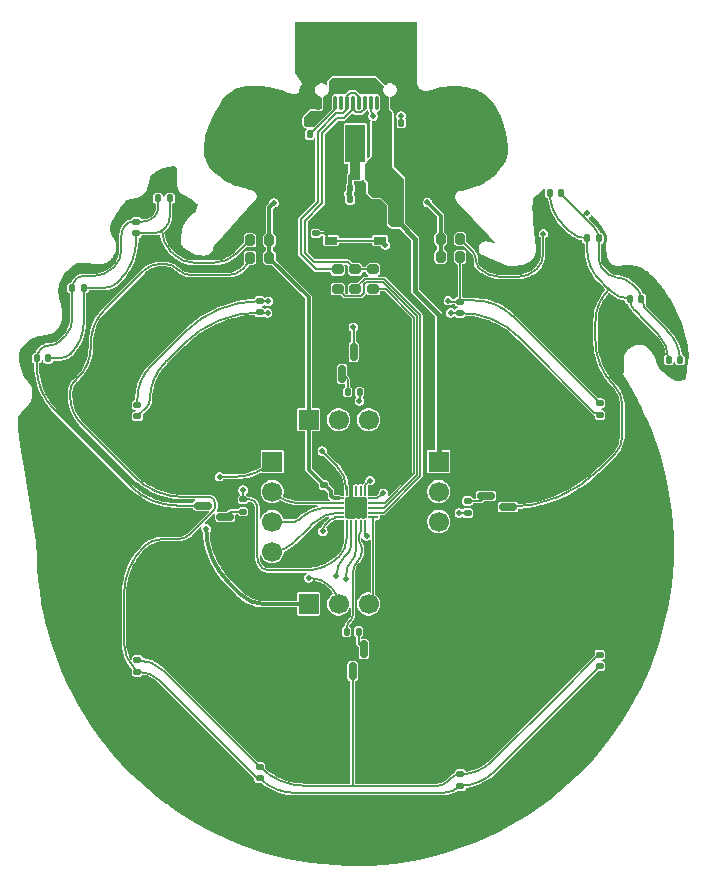
<source format=gbr>
%TF.GenerationSoftware,KiCad,Pcbnew,9.0.4*%
%TF.CreationDate,2025-12-27T15:03:28+03:00*%
%TF.ProjectId,Blinky _hristmas ball,426c696e-6b79-4202-9168-726973746d61,rev?*%
%TF.SameCoordinates,Original*%
%TF.FileFunction,Copper,L1,Top*%
%TF.FilePolarity,Positive*%
%FSLAX46Y46*%
G04 Gerber Fmt 4.6, Leading zero omitted, Abs format (unit mm)*
G04 Created by KiCad (PCBNEW 9.0.4) date 2025-12-27 15:03:28*
%MOMM*%
%LPD*%
G01*
G04 APERTURE LIST*
G04 Aperture macros list*
%AMRoundRect*
0 Rectangle with rounded corners*
0 $1 Rounding radius*
0 $2 $3 $4 $5 $6 $7 $8 $9 X,Y pos of 4 corners*
0 Add a 4 corners polygon primitive as box body*
4,1,4,$2,$3,$4,$5,$6,$7,$8,$9,$2,$3,0*
0 Add four circle primitives for the rounded corners*
1,1,$1+$1,$2,$3*
1,1,$1+$1,$4,$5*
1,1,$1+$1,$6,$7*
1,1,$1+$1,$8,$9*
0 Add four rect primitives between the rounded corners*
20,1,$1+$1,$2,$3,$4,$5,0*
20,1,$1+$1,$4,$5,$6,$7,0*
20,1,$1+$1,$6,$7,$8,$9,0*
20,1,$1+$1,$8,$9,$2,$3,0*%
%AMFreePoly0*
4,1,9,3.862500,-0.866500,0.737500,-0.866500,0.737500,-0.450000,-0.737500,-0.450000,-0.737500,0.450000,0.737500,0.450000,0.737500,0.866500,3.862500,0.866500,3.862500,-0.866500,3.862500,-0.866500,$1*%
G04 Aperture macros list end*
%TA.AperFunction,SMDPad,CuDef*%
%ADD10RoundRect,0.140000X-0.170000X0.140000X-0.170000X-0.140000X0.170000X-0.140000X0.170000X0.140000X0*%
%TD*%
%TA.AperFunction,SMDPad,CuDef*%
%ADD11RoundRect,0.147500X0.172500X-0.147500X0.172500X0.147500X-0.172500X0.147500X-0.172500X-0.147500X0*%
%TD*%
%TA.AperFunction,SMDPad,CuDef*%
%ADD12RoundRect,0.147500X-0.172500X0.147500X-0.172500X-0.147500X0.172500X-0.147500X0.172500X0.147500X0*%
%TD*%
%TA.AperFunction,ComponentPad*%
%ADD13R,1.700000X1.700000*%
%TD*%
%TA.AperFunction,ComponentPad*%
%ADD14C,1.700000*%
%TD*%
%TA.AperFunction,SMDPad,CuDef*%
%ADD15RoundRect,0.135000X-0.135000X-0.185000X0.135000X-0.185000X0.135000X0.185000X-0.135000X0.185000X0*%
%TD*%
%TA.AperFunction,SMDPad,CuDef*%
%ADD16RoundRect,0.140000X0.170000X-0.140000X0.170000X0.140000X-0.170000X0.140000X-0.170000X-0.140000X0*%
%TD*%
%TA.AperFunction,SMDPad,CuDef*%
%ADD17RoundRect,0.147500X-0.147500X-0.172500X0.147500X-0.172500X0.147500X0.172500X-0.147500X0.172500X0*%
%TD*%
%TA.AperFunction,SMDPad,CuDef*%
%ADD18RoundRect,0.200000X-0.200000X-0.275000X0.200000X-0.275000X0.200000X0.275000X-0.200000X0.275000X0*%
%TD*%
%TA.AperFunction,SMDPad,CuDef*%
%ADD19RoundRect,0.150000X0.150000X-0.587500X0.150000X0.587500X-0.150000X0.587500X-0.150000X-0.587500X0*%
%TD*%
%TA.AperFunction,SMDPad,CuDef*%
%ADD20RoundRect,0.140000X-0.140000X-0.170000X0.140000X-0.170000X0.140000X0.170000X-0.140000X0.170000X0*%
%TD*%
%TA.AperFunction,SMDPad,CuDef*%
%ADD21RoundRect,0.135000X-0.185000X0.135000X-0.185000X-0.135000X0.185000X-0.135000X0.185000X0.135000X0*%
%TD*%
%TA.AperFunction,SMDPad,CuDef*%
%ADD22RoundRect,0.200000X0.200000X0.275000X-0.200000X0.275000X-0.200000X-0.275000X0.200000X-0.275000X0*%
%TD*%
%TA.AperFunction,SMDPad,CuDef*%
%ADD23RoundRect,0.150000X-0.587500X-0.150000X0.587500X-0.150000X0.587500X0.150000X-0.587500X0.150000X0*%
%TD*%
%TA.AperFunction,SMDPad,CuDef*%
%ADD24RoundRect,0.140000X0.140000X0.170000X-0.140000X0.170000X-0.140000X-0.170000X0.140000X-0.170000X0*%
%TD*%
%TA.AperFunction,SMDPad,CuDef*%
%ADD25RoundRect,0.135000X0.185000X-0.135000X0.185000X0.135000X-0.185000X0.135000X-0.185000X-0.135000X0*%
%TD*%
%TA.AperFunction,SMDPad,CuDef*%
%ADD26RoundRect,0.200000X0.275000X-0.200000X0.275000X0.200000X-0.275000X0.200000X-0.275000X-0.200000X0*%
%TD*%
%TA.AperFunction,SMDPad,CuDef*%
%ADD27RoundRect,0.135000X0.135000X0.185000X-0.135000X0.185000X-0.135000X-0.185000X0.135000X-0.185000X0*%
%TD*%
%TA.AperFunction,SMDPad,CuDef*%
%ADD28R,1.050000X0.650000*%
%TD*%
%TA.AperFunction,SMDPad,CuDef*%
%ADD29RoundRect,0.150000X-0.150000X0.587500X-0.150000X-0.587500X0.150000X-0.587500X0.150000X0.587500X0*%
%TD*%
%TA.AperFunction,SMDPad,CuDef*%
%ADD30RoundRect,0.050000X-0.050000X0.375000X-0.050000X-0.375000X0.050000X-0.375000X0.050000X0.375000X0*%
%TD*%
%TA.AperFunction,SMDPad,CuDef*%
%ADD31RoundRect,0.050000X-0.375000X0.050000X-0.375000X-0.050000X0.375000X-0.050000X0.375000X0.050000X0*%
%TD*%
%TA.AperFunction,HeatsinkPad*%
%ADD32R,1.650000X1.650000*%
%TD*%
%TA.AperFunction,SMDPad,CuDef*%
%ADD33RoundRect,0.150000X0.587500X0.150000X-0.587500X0.150000X-0.587500X-0.150000X0.587500X-0.150000X0*%
%TD*%
%TA.AperFunction,SMDPad,CuDef*%
%ADD34RoundRect,0.225000X0.225000X-0.425000X0.225000X0.425000X-0.225000X0.425000X-0.225000X-0.425000X0*%
%TD*%
%TA.AperFunction,SMDPad,CuDef*%
%ADD35FreePoly0,90.000000*%
%TD*%
%TA.AperFunction,SMDPad,CuDef*%
%ADD36RoundRect,0.150000X0.150000X0.425000X-0.150000X0.425000X-0.150000X-0.425000X0.150000X-0.425000X0*%
%TD*%
%TA.AperFunction,SMDPad,CuDef*%
%ADD37RoundRect,0.075000X0.075000X0.500000X-0.075000X0.500000X-0.075000X-0.500000X0.075000X-0.500000X0*%
%TD*%
%TA.AperFunction,HeatsinkPad*%
%ADD38O,1.000000X2.100000*%
%TD*%
%TA.AperFunction,HeatsinkPad*%
%ADD39O,1.000000X1.800000*%
%TD*%
%TA.AperFunction,ViaPad*%
%ADD40C,0.500000*%
%TD*%
%TA.AperFunction,Conductor*%
%ADD41C,0.127000*%
%TD*%
%TA.AperFunction,Conductor*%
%ADD42C,0.300000*%
%TD*%
%TA.AperFunction,Conductor*%
%ADD43C,0.400000*%
%TD*%
%TA.AperFunction,Conductor*%
%ADD44C,0.200000*%
%TD*%
G04 APERTURE END LIST*
D10*
%TO.P,C6,1*%
%TO.N,+3.3V*%
X93300000Y-84070000D03*
%TO.P,C6,2*%
%TO.N,Earth*%
X93300000Y-85030000D03*
%TD*%
D11*
%TO.P,D6,1,K*%
%TO.N,Net-(D5-K)*%
X116650000Y-78135000D03*
%TO.P,D6,2,A*%
%TO.N,Net-(D5-A)*%
X116650000Y-77165000D03*
%TD*%
D12*
%TO.P,D2,1,K*%
%TO.N,Net-(D1-K)*%
X104850000Y-108565000D03*
%TO.P,D2,2,A*%
%TO.N,Net-(D1-A)*%
X104850000Y-109535000D03*
%TD*%
%TO.P,D4,1,K*%
%TO.N,Net-(D1-K)*%
X77500000Y-98900000D03*
%TO.P,D4,2,A*%
%TO.N,Net-(D1-A)*%
X77500000Y-99870000D03*
%TD*%
D13*
%TO.P,X4,1,Pin_1*%
%TO.N,/PD6*%
X88900000Y-82090000D03*
D14*
%TO.P,X4,2,Pin_2*%
%TO.N,/PC0*%
X88900000Y-84630000D03*
%TO.P,X4,3,Pin_3*%
%TO.N,/PC1*%
X88900000Y-87170000D03*
%TO.P,X4,4,Pin_4*%
%TO.N,/PC2*%
X88900000Y-89710000D03*
%TD*%
D15*
%TO.P,R9,1*%
%TO.N,Net-(Q2-B)*%
X95290000Y-76200000D03*
%TO.P,R9,2*%
%TO.N,/PC6*%
X96310000Y-76200000D03*
%TD*%
D16*
%TO.P,C5,1*%
%TO.N,/PD7_NRST*%
X92600000Y-62780000D03*
%TO.P,C5,2*%
%TO.N,Earth*%
X92600000Y-61820000D03*
%TD*%
D17*
%TO.P,D15,1,K*%
%TO.N,Net-(D13-K)*%
X68965000Y-73350000D03*
%TO.P,D15,2,A*%
%TO.N,Net-(D13-A)*%
X69935000Y-73350000D03*
%TD*%
D18*
%TO.P,R10,1*%
%TO.N,+3.3V*%
X103175000Y-63250000D03*
%TO.P,R10,2*%
%TO.N,Net-(D10-A)*%
X104825000Y-63250000D03*
%TD*%
D19*
%TO.P,Q2,1,B*%
%TO.N,Net-(Q2-B)*%
X94850000Y-74687500D03*
%TO.P,Q2,2,E*%
%TO.N,Earth*%
X96750000Y-74687500D03*
%TO.P,Q2,3,C*%
%TO.N,Net-(D5-K)*%
X95800000Y-72812500D03*
%TD*%
D20*
%TO.P,C4,1*%
%TO.N,+3.3V*%
X95520000Y-59900000D03*
%TO.P,C4,2*%
%TO.N,Earth*%
X96480000Y-59900000D03*
%TD*%
D21*
%TO.P,R11,1*%
%TO.N,Net-(Q3-B)*%
X105462500Y-85427500D03*
%TO.P,R11,2*%
%TO.N,/PC5*%
X105462500Y-86447500D03*
%TD*%
D13*
%TO.P,X5,1,Pin_1*%
%TO.N,+3.3V*%
X91990000Y-78550000D03*
D14*
%TO.P,X5,2,Pin_2*%
%TO.N,/PC3*%
X94530000Y-78550000D03*
%TO.P,X5,3,Pin_3*%
%TO.N,/PC4*%
X97070000Y-78550000D03*
%TO.P,X5,4,Pin_4*%
%TO.N,Earth*%
X99610000Y-78550000D03*
%TD*%
D22*
%TO.P,R6,1*%
%TO.N,+3.3V*%
X88675000Y-64850000D03*
%TO.P,R6,2*%
%TO.N,Net-(D1-A)*%
X87025000Y-64850000D03*
%TD*%
D23*
%TO.P,Q3,1,B*%
%TO.N,Net-(Q3-B)*%
X107012500Y-84987500D03*
%TO.P,Q3,2,E*%
%TO.N,Earth*%
X107012500Y-86887500D03*
%TO.P,Q3,3,C*%
%TO.N,Net-(D10-K)*%
X108887500Y-85937500D03*
%TD*%
D11*
%TO.P,D8,1,K*%
%TO.N,Net-(D5-K)*%
X87850000Y-69467500D03*
%TO.P,D8,2,A*%
%TO.N,Net-(D5-A)*%
X87850000Y-68497500D03*
%TD*%
D17*
%TO.P,D11,1,K*%
%TO.N,Net-(D10-K)*%
X119182500Y-68300000D03*
%TO.P,D11,2,A*%
%TO.N,Net-(D10-A)*%
X120152500Y-68300000D03*
%TD*%
D24*
%TO.P,C2,1*%
%TO.N,+5V*%
X92080000Y-53350000D03*
%TO.P,C2,2*%
%TO.N,Earth*%
X91120000Y-53350000D03*
%TD*%
D17*
%TO.P,D16,1,K*%
%TO.N,Net-(D13-K)*%
X79265000Y-59800000D03*
%TO.P,D16,2,A*%
%TO.N,Net-(D13-A)*%
X80235000Y-59800000D03*
%TD*%
D25*
%TO.P,R13,1*%
%TO.N,Net-(Q4-B)*%
X86437500Y-86322500D03*
%TO.P,R13,2*%
%TO.N,/PC4*%
X86437500Y-85302500D03*
%TD*%
D17*
%TO.P,D9,1,K*%
%TO.N,Net-(D10-K)*%
X112415000Y-59350000D03*
%TO.P,D9,2,A*%
%TO.N,Net-(D10-A)*%
X113385000Y-59350000D03*
%TD*%
D13*
%TO.P,X3,1,Pin_1*%
%TO.N,+3.3V*%
X91990000Y-94150000D03*
D14*
%TO.P,X3,2,Pin_2*%
%TO.N,/PD0*%
X94530000Y-94150000D03*
%TO.P,X3,3,Pin_3*%
%TO.N,/PD2*%
X97070000Y-94150000D03*
%TO.P,X3,4,Pin_4*%
%TO.N,Earth*%
X99610000Y-94150000D03*
%TD*%
D24*
%TO.P,C3,1*%
%TO.N,+3.3V*%
X95530000Y-58950000D03*
%TO.P,C3,2*%
%TO.N,Earth*%
X94570000Y-58950000D03*
%TD*%
D26*
%TO.P,R5,1*%
%TO.N,PD4*%
X94450000Y-67475000D03*
%TO.P,R5,2*%
%TO.N,USB_BB+*%
X94450000Y-65825000D03*
%TD*%
D27*
%TO.P,R1,1*%
%TO.N,Earth*%
X100860000Y-53400000D03*
%TO.P,R1,2*%
%TO.N,Net-(X1-CC1)*%
X99840000Y-53400000D03*
%TD*%
D22*
%TO.P,R12,1*%
%TO.N,+3.3V*%
X88675000Y-63350000D03*
%TO.P,R12,2*%
%TO.N,Net-(D13-A)*%
X87025000Y-63350000D03*
%TD*%
D12*
%TO.P,D13,1,K*%
%TO.N,Net-(D13-K)*%
X77400000Y-61782500D03*
%TO.P,D13,2,A*%
%TO.N,Net-(D13-A)*%
X77400000Y-62752500D03*
%TD*%
D28*
%TO.P,SW1,1,1*%
%TO.N,Earth*%
X93875000Y-61225000D03*
X98025000Y-61225000D03*
%TO.P,SW1,2,2*%
%TO.N,/PD7_NRST*%
X93875000Y-63375000D03*
X98025000Y-63375000D03*
%TD*%
D27*
%TO.P,R2,1*%
%TO.N,Net-(X1-CC2)*%
X92110000Y-54400000D03*
%TO.P,R2,2*%
%TO.N,Earth*%
X91090000Y-54400000D03*
%TD*%
D13*
%TO.P,X2,1,Pin_1*%
%TO.N,+5V*%
X103000000Y-82090000D03*
D14*
%TO.P,X2,2,Pin_2*%
%TO.N,/PD7_NRST*%
X103000000Y-84630000D03*
%TO.P,X2,3,Pin_3*%
%TO.N,/PD1_SWD*%
X103000000Y-87170000D03*
%TO.P,X2,4,Pin_4*%
%TO.N,Earth*%
X103000000Y-89710000D03*
%TD*%
D17*
%TO.P,D12,1,K*%
%TO.N,Net-(D10-K)*%
X122465000Y-73500000D03*
%TO.P,D12,2,A*%
%TO.N,Net-(D10-A)*%
X123435000Y-73500000D03*
%TD*%
D29*
%TO.P,Q1,1,B*%
%TO.N,Net-(Q1-B)*%
X96662500Y-97962500D03*
%TO.P,Q1,2,E*%
%TO.N,Earth*%
X94762500Y-97962500D03*
%TO.P,Q1,3,C*%
%TO.N,Net-(D1-K)*%
X95712500Y-99837500D03*
%TD*%
D17*
%TO.P,D14,1,K*%
%TO.N,Net-(D13-K)*%
X71982500Y-67400000D03*
%TO.P,D14,2,A*%
%TO.N,Net-(D13-A)*%
X72952500Y-67400000D03*
%TD*%
D30*
%TO.P,DD1,1,PD7*%
%TO.N,/PD7_NRST*%
X96810000Y-84560000D03*
%TO.P,DD1,2,PA1*%
%TO.N,/PA1*%
X96410000Y-84560000D03*
%TO.P,DD1,3,PA2*%
%TO.N,/PA2*%
X96010000Y-84560000D03*
%TO.P,DD1,4,VSS*%
%TO.N,Earth*%
X95610000Y-84560000D03*
%TO.P,DD1,5,PD0*%
%TO.N,/PD0*%
X95210000Y-84560000D03*
D31*
%TO.P,DD1,6,VDD*%
%TO.N,+3.3V*%
X94560000Y-85210000D03*
%TO.P,DD1,7,PC0*%
%TO.N,/PC0*%
X94560000Y-85610000D03*
%TO.P,DD1,8,PC1*%
%TO.N,/PC1*%
X94560000Y-86010000D03*
%TO.P,DD1,9,PC2*%
%TO.N,/PC2*%
X94560000Y-86410000D03*
%TO.P,DD1,10,PC3*%
%TO.N,/PC3*%
X94560000Y-86810000D03*
D30*
%TO.P,DD1,11,PC4*%
%TO.N,/PC4*%
X95210000Y-87460000D03*
%TO.P,DD1,12,PC5*%
%TO.N,/PC5*%
X95610000Y-87460000D03*
%TO.P,DD1,13,PC6*%
%TO.N,/PC6*%
X96010000Y-87460000D03*
%TO.P,DD1,14,PC7*%
%TO.N,/PC7*%
X96410000Y-87460000D03*
%TO.P,DD1,15,PD1*%
%TO.N,/PD1_SWD*%
X96810000Y-87460000D03*
D31*
%TO.P,DD1,16,PD2*%
%TO.N,/PD2*%
X97460000Y-86810000D03*
%TO.P,DD1,17,PD3*%
%TO.N,PD3*%
X97460000Y-86410000D03*
%TO.P,DD1,18,PD4*%
%TO.N,PD4*%
X97460000Y-86010000D03*
%TO.P,DD1,19,PD5*%
%TO.N,PD5*%
X97460000Y-85610000D03*
%TO.P,DD1,20,PD6*%
%TO.N,/PD6*%
X97460000Y-85210000D03*
D32*
%TO.P,DD1,21,VSS*%
%TO.N,Earth*%
X96010000Y-86010000D03*
%TD*%
D26*
%TO.P,R3,1*%
%TO.N,PD5*%
X97450000Y-67475000D03*
%TO.P,R3,2*%
%TO.N,USB_BB-*%
X97450000Y-65825000D03*
%TD*%
D11*
%TO.P,D5,1,K*%
%TO.N,Net-(D5-K)*%
X104800000Y-69517500D03*
%TO.P,D5,2,A*%
%TO.N,Net-(D5-A)*%
X104800000Y-68547500D03*
%TD*%
D33*
%TO.P,Q4,1,B*%
%TO.N,Net-(Q4-B)*%
X84937500Y-86762500D03*
%TO.P,Q4,2,E*%
%TO.N,Earth*%
X84937500Y-84862500D03*
%TO.P,Q4,3,C*%
%TO.N,Net-(D13-K)*%
X83062500Y-85812500D03*
%TD*%
D17*
%TO.P,D10,1,K*%
%TO.N,Net-(D10-K)*%
X115582500Y-63200000D03*
%TO.P,D10,2,A*%
%TO.N,Net-(D10-A)*%
X116552500Y-63200000D03*
%TD*%
D18*
%TO.P,R8,1*%
%TO.N,+3.3V*%
X103175000Y-64750000D03*
%TO.P,R8,2*%
%TO.N,Net-(D5-A)*%
X104825000Y-64750000D03*
%TD*%
D10*
%TO.P,C7,1*%
%TO.N,+5V*%
X99300000Y-61820000D03*
%TO.P,C7,2*%
%TO.N,Earth*%
X99300000Y-62780000D03*
%TD*%
D12*
%TO.P,D1,1,K*%
%TO.N,Net-(D1-K)*%
X116650000Y-98430000D03*
%TO.P,D1,2,A*%
%TO.N,Net-(D1-A)*%
X116650000Y-99400000D03*
%TD*%
D34*
%TO.P,U1,1,GND*%
%TO.N,Earth*%
X94450000Y-57550000D03*
D35*
%TO.P,U1,2,VO*%
%TO.N,+3.3V*%
X95950000Y-57462500D03*
D34*
%TO.P,U1,3,VI*%
%TO.N,+5V*%
X97450000Y-57550000D03*
%TD*%
D11*
%TO.P,D7,1,K*%
%TO.N,Net-(D5-K)*%
X77500000Y-78270000D03*
%TO.P,D7,2,A*%
%TO.N,Net-(D5-A)*%
X77500000Y-77300000D03*
%TD*%
D24*
%TO.P,C1,1*%
%TO.N,+5V*%
X97430000Y-58950000D03*
%TO.P,C1,2*%
%TO.N,Earth*%
X96470000Y-58950000D03*
%TD*%
D27*
%TO.P,R7,1*%
%TO.N,Net-(Q1-B)*%
X96222500Y-96487500D03*
%TO.P,R7,2*%
%TO.N,/PC7*%
X95202500Y-96487500D03*
%TD*%
D36*
%TO.P,X1,A1,GND*%
%TO.N,Earth*%
X99200000Y-51705000D03*
%TO.P,X1,A4,VBUS*%
%TO.N,+5V*%
X98400000Y-51705000D03*
D37*
%TO.P,X1,A5,CC1*%
%TO.N,Net-(X1-CC1)*%
X97250000Y-51705000D03*
%TO.P,X1,A6,D+*%
%TO.N,USB_BB+*%
X96250000Y-51705000D03*
%TO.P,X1,A7,D-*%
%TO.N,USB_BB-*%
X95750000Y-51705000D03*
%TO.P,X1,A8,SBU1*%
%TO.N,unconnected-(X1-SBU1-PadA8)*%
X94750000Y-51705000D03*
D36*
%TO.P,X1,A9,VBUS*%
%TO.N,+5V*%
X93600000Y-51705000D03*
%TO.P,X1,A12,GND*%
%TO.N,Earth*%
X92800000Y-51705000D03*
%TO.P,X1,B1,GND*%
X92800000Y-51705000D03*
%TO.P,X1,B4,VBUS*%
%TO.N,+5V*%
X93600000Y-51705000D03*
D37*
%TO.P,X1,B5,CC2*%
%TO.N,Net-(X1-CC2)*%
X94250000Y-51705000D03*
%TO.P,X1,B6,D+*%
%TO.N,USB_BB+*%
X95250000Y-51705000D03*
%TO.P,X1,B7,D-*%
%TO.N,USB_BB-*%
X96750000Y-51705000D03*
%TO.P,X1,B8,SBU2*%
%TO.N,unconnected-(X1-SBU2-PadB8)*%
X97750000Y-51705000D03*
D36*
%TO.P,X1,B9,VBUS*%
%TO.N,+5V*%
X98400000Y-51705000D03*
%TO.P,X1,B12,GND*%
%TO.N,Earth*%
X99200000Y-51705000D03*
D38*
%TO.P,X1,S1,SHIELD*%
X100320000Y-51130000D03*
D39*
X100320000Y-46950000D03*
D38*
X91680000Y-51130000D03*
D39*
X91680000Y-46950000D03*
%TD*%
D26*
%TO.P,R4,1*%
%TO.N,PD3*%
X95950000Y-67475000D03*
%TO.P,R4,2*%
%TO.N,USB_BB-*%
X95950000Y-65825000D03*
%TD*%
D12*
%TO.P,D3,1,K*%
%TO.N,Net-(D1-K)*%
X87850000Y-107930000D03*
%TO.P,D3,2,A*%
%TO.N,Net-(D1-A)*%
X87850000Y-108900000D03*
%TD*%
D40*
%TO.N,Earth*%
X96010000Y-86010000D03*
X100025000Y-87625000D03*
X79625000Y-95725000D03*
X81700000Y-92475000D03*
X81875000Y-99900000D03*
X85725000Y-98450000D03*
X87450000Y-102175000D03*
X99200000Y-101875000D03*
X100225000Y-105075000D03*
X106800000Y-97225000D03*
X108950000Y-101825000D03*
X108725000Y-92250000D03*
X119400000Y-92775000D03*
X120325000Y-81725000D03*
X118775000Y-70450000D03*
X120225000Y-66575000D03*
X113375000Y-69825000D03*
X113250000Y-65825000D03*
X109525000Y-67900000D03*
X106675000Y-62800000D03*
X104250000Y-60875000D03*
X104125000Y-57675000D03*
X107150000Y-56300000D03*
X107500000Y-53625000D03*
X106325000Y-51350000D03*
X103425000Y-51350000D03*
X97450000Y-46525000D03*
X94075000Y-46525000D03*
X86700000Y-56125000D03*
X88900000Y-51700000D03*
X86250000Y-51825000D03*
X89375000Y-58375000D03*
X91925000Y-56575000D03*
X90200000Y-61575000D03*
X92750000Y-66750000D03*
X85125000Y-67325000D03*
X78625000Y-67800000D03*
X74975000Y-71325000D03*
X70500000Y-80400000D03*
X71025000Y-85150000D03*
X72425000Y-93100000D03*
X74100000Y-99800000D03*
X82175000Y-110200000D03*
X89200000Y-113200000D03*
X98950000Y-113200000D03*
X115675000Y-105775000D03*
X114750000Y-89050000D03*
X113425000Y-79925000D03*
X106625000Y-75100000D03*
X98900000Y-72725000D03*
X85775000Y-73025000D03*
X80775000Y-80050000D03*
X74225000Y-86375000D03*
X91750000Y-104500000D03*
X104700000Y-103400000D03*
X110875000Y-95775000D03*
X99075000Y-90150000D03*
X88800000Y-92625000D03*
X86150000Y-91450000D03*
X86750000Y-88575000D03*
X92350000Y-89625000D03*
X91225000Y-84750000D03*
X90825000Y-82700000D03*
X93275000Y-82700000D03*
X97025000Y-82575000D03*
%TO.N,Net-(D5-K)*%
X104025000Y-69500000D03*
%TO.N,Net-(D5-A)*%
X103825000Y-68475000D03*
X88575000Y-68525000D03*
%TO.N,Net-(D5-K)*%
X88525000Y-69500000D03*
X95775000Y-70725000D03*
%TO.N,Net-(X1-CC1)*%
X97450000Y-52850000D03*
X99825000Y-52850000D03*
%TO.N,+3.3V*%
X83325000Y-87775000D03*
%TO.N,/PD6*%
X84450000Y-83375000D03*
X98325000Y-84750000D03*
%TO.N,Net-(D10-A)*%
X115540328Y-61054682D03*
X111875000Y-62800000D03*
%TO.N,/PD0*%
X92000000Y-91950000D03*
X93150000Y-81200000D03*
%TO.N,/PD7_NRST*%
X98500000Y-63750000D03*
%TO.N,/PC4*%
X86450000Y-84500000D03*
%TO.N,/PC3*%
X93200000Y-88000000D03*
%TO.N,/PC6*%
X96300000Y-76950000D03*
%TO.N,/PC5*%
X104750000Y-86450000D03*
X94350000Y-91750000D03*
%TO.N,/PC6*%
X95200000Y-92000000D03*
%TO.N,/PD1_SWD*%
X96900000Y-88400000D03*
%TO.N,/PD7_NRST*%
X97200000Y-83700000D03*
%TO.N,+3.3V*%
X102050000Y-60150000D03*
X95400000Y-59450000D03*
X89050000Y-60200000D03*
%TD*%
D41*
%TO.N,Net-(D5-K)*%
X104067249Y-69517500D02*
G75*
G02*
X104024986Y-69500014I-49J59700D01*
G01*
X104800000Y-69517500D02*
X104067249Y-69517500D01*
%TO.N,Net-(D5-A)*%
X104000030Y-68547500D02*
G75*
G02*
X103824991Y-68475009I-30J247500D01*
G01*
X104800000Y-68547500D02*
X104000030Y-68547500D01*
X87883609Y-68497500D02*
X88508609Y-68497500D01*
X88508609Y-68497500D02*
G75*
G02*
X88574997Y-68525003I-9J-93900D01*
G01*
X87850000Y-68497500D02*
X87883609Y-68497500D01*
%TO.N,Net-(D5-K)*%
X87928462Y-69500000D02*
G75*
G02*
X87850011Y-69467489I38J111000D01*
G01*
X88525000Y-69500000D02*
X87928462Y-69500000D01*
X95800000Y-70785355D02*
G75*
G03*
X95774987Y-70725013I-85400J-45D01*
G01*
X95800000Y-72812500D02*
X95800000Y-70785355D01*
%TO.N,Net-(D10-K)*%
X117875000Y-75675000D02*
X117863410Y-75662866D01*
X116275000Y-71525000D02*
X116275000Y-70258668D01*
X118550000Y-77545711D02*
X118550000Y-77304594D01*
X116275000Y-71828105D02*
X116275000Y-71525000D01*
X118550000Y-79905761D02*
X118550000Y-77545711D01*
X116654836Y-82720164D02*
X117900000Y-81475000D01*
X116275000Y-70258668D02*
G75*
G02*
X117412509Y-67512509I3883700J-32D01*
G01*
X117863410Y-75662866D02*
G75*
G02*
X116275005Y-71828105I3834790J3834766D01*
G01*
X118550000Y-77304594D02*
G75*
G03*
X117874998Y-75675002I-2304600J-6D01*
G01*
X117900000Y-81475000D02*
G75*
G03*
X118549984Y-79905761I-1569200J1569200D01*
G01*
X108887500Y-85937500D02*
G75*
G03*
X116654842Y-82720170I0J10984700D01*
G01*
X117412500Y-67512500D02*
X117505268Y-67605268D01*
%TO.N,Net-(X1-CC1)*%
X97250000Y-52367157D02*
X97250000Y-51705000D01*
X97450000Y-52850000D02*
G75*
G02*
X97250018Y-52367157I482800J482800D01*
G01*
X99840000Y-52886213D02*
G75*
G03*
X99825004Y-52849996I-51200J13D01*
G01*
X99840000Y-53400000D02*
X99840000Y-52886213D01*
D42*
%TO.N,+3.3V*%
X86092677Y-93192677D02*
X85198833Y-92298833D01*
X86275000Y-93375000D02*
X86092677Y-93192677D01*
X88146016Y-94150000D02*
G75*
G02*
X86274995Y-93375005I-16J2646000D01*
G01*
X85198833Y-92298833D02*
G75*
G02*
X83325010Y-87775000I4523867J4523833D01*
G01*
X91990000Y-94150000D02*
X88146016Y-94150000D01*
D41*
%TO.N,/PD0*%
X93985528Y-92835528D02*
G75*
G02*
X94530013Y-94150000I-1314428J-1314472D01*
G01*
X92179627Y-91949530D02*
G75*
G02*
X93749992Y-92600008I-27J-2220870D01*
G01*
X92015830Y-91949530D02*
X92179627Y-91949530D01*
X93750000Y-92600000D02*
X93985528Y-92835528D01*
X92000000Y-91950000D02*
X92015830Y-91949530D01*
%TO.N,/PD6*%
X84450000Y-83375000D02*
X85797736Y-83375000D01*
X85797736Y-83375000D02*
G75*
G03*
X88899990Y-82089990I-36J4387300D01*
G01*
X97460000Y-85210000D02*
G75*
G03*
X98151387Y-84923631I0J977800D01*
G01*
X98151378Y-84923622D02*
X98325000Y-84750000D01*
%TO.N,Net-(D5-A)*%
X104800000Y-64810355D02*
X104800000Y-68547500D01*
X104825000Y-64750000D02*
G75*
G03*
X104799982Y-64810355I60400J-60400D01*
G01*
%TO.N,Net-(D10-A)*%
X115396673Y-61103328D02*
X115212500Y-61287500D01*
X115512817Y-61055219D02*
G75*
G03*
X115396658Y-61103313I-17J-164281D01*
G01*
X115540328Y-61054682D02*
X115512817Y-61055219D01*
X115212500Y-61287500D02*
X113462782Y-59537782D01*
X111850000Y-62860355D02*
G75*
G02*
X111875013Y-62800013I85400J-45D01*
G01*
X111850000Y-63875000D02*
X111850000Y-62860355D01*
X111850000Y-64542893D02*
X111850000Y-63875000D01*
X109599695Y-66475000D02*
G75*
G03*
X111350001Y-65750001I5J2475300D01*
G01*
X108650000Y-66475000D02*
X109599695Y-66475000D01*
X106375000Y-65675000D02*
G75*
G03*
X108306371Y-66475012I1931400J1931400D01*
G01*
X106150470Y-65132937D02*
G75*
G03*
X106375011Y-65674989I766630J37D01*
G01*
X111350000Y-65750000D02*
G75*
G03*
X111849997Y-64542893I-1207100J1207100D01*
G01*
X105920191Y-64345191D02*
G75*
G02*
X106150006Y-64900000I-554791J-554809D01*
G01*
X106150000Y-64900000D02*
X106150470Y-64915830D01*
X108306371Y-66475000D02*
X108650000Y-66475000D01*
X104921026Y-63346026D02*
X105920191Y-64345191D01*
X104825000Y-63250000D02*
X104921026Y-63346026D01*
X106150470Y-64915830D02*
X106150470Y-65132937D01*
X113462782Y-59537782D02*
G75*
G02*
X113385011Y-59350000I187818J187782D01*
G01*
X115725000Y-61800000D02*
X115212500Y-61287500D01*
X116147681Y-62222682D02*
X115725000Y-61800000D01*
X116552500Y-63200000D02*
G75*
G03*
X116147674Y-62222689I-1382100J0D01*
G01*
X117437868Y-66262868D02*
X116775000Y-65600000D01*
X116552500Y-65062837D02*
X116552500Y-63200000D01*
X116775000Y-65600000D02*
G75*
G02*
X116552484Y-65062837I537200J537200D01*
G01*
X117950000Y-66475000D02*
G75*
G02*
X117437861Y-66262875I0J724300D01*
G01*
X117900000Y-66475000D02*
X117950000Y-66475000D01*
X117950000Y-66475000D02*
X117971866Y-66475000D01*
X119818392Y-67493392D02*
X119436396Y-67111396D01*
X119436396Y-67111396D02*
G75*
G03*
X117900000Y-66475002I-1536396J-1536404D01*
G01*
X117971866Y-66475000D02*
X117975000Y-66476298D01*
X120152500Y-68300000D02*
G75*
G03*
X119818389Y-67493395I-1140700J0D01*
G01*
X120350000Y-68776807D02*
G75*
G03*
X120152502Y-68299998I-674300J7D01*
G01*
X120350000Y-68875000D02*
X120350000Y-68776807D01*
X120456066Y-69131066D02*
G75*
G02*
X120349991Y-68875000I256034J256066D01*
G01*
X122452122Y-71127121D02*
X122225000Y-70900000D01*
X122225000Y-70900000D02*
X120456066Y-69131066D01*
X123435000Y-73500000D02*
G75*
G03*
X122452130Y-71127113I-3355800J0D01*
G01*
%TO.N,Net-(D10-K)*%
X120475000Y-70175000D02*
X121521012Y-71221012D01*
X119594390Y-69294389D02*
X120475000Y-70175000D01*
X121521012Y-71221012D02*
G75*
G02*
X122464993Y-73500000I-2279012J-2278988D01*
G01*
X119182500Y-68300000D02*
G75*
G03*
X119594385Y-69294394I1406300J0D01*
G01*
X115582500Y-63200000D02*
X115582500Y-64172827D01*
X117200000Y-67300000D02*
X117412500Y-67512500D01*
X117505268Y-67605268D02*
G75*
G03*
X119182500Y-68299990I1677232J1677268D01*
G01*
X115582500Y-64172827D02*
G75*
G03*
X116650008Y-66749992I3644700J27D01*
G01*
X116650000Y-66750000D02*
X117200000Y-67300000D01*
X113521622Y-62021622D02*
X114075978Y-62575978D01*
X112415000Y-59350000D02*
G75*
G03*
X113521631Y-62021613I3778200J0D01*
G01*
X114075978Y-62575978D02*
G75*
G03*
X115582500Y-63200013I1506522J1506478D01*
G01*
%TO.N,Net-(D5-K)*%
X109800000Y-71550000D02*
X116197616Y-77947616D01*
X104800000Y-69517500D02*
X104893111Y-69517500D01*
X116197616Y-77947616D02*
G75*
G03*
X116650000Y-78134990I452384J452416D01*
G01*
X104893111Y-69517500D02*
G75*
G02*
X109799997Y-71550003I-11J-6939400D01*
G01*
%TO.N,Net-(D5-A)*%
X109267897Y-69782896D02*
X116650000Y-77165000D01*
X105035386Y-68450000D02*
X106050000Y-68450000D01*
X106050000Y-68450000D02*
G75*
G02*
X109267898Y-69782895I0J-4550800D01*
G01*
X104800000Y-68547500D02*
G75*
G02*
X105035386Y-68449994I235400J-235400D01*
G01*
%TO.N,Net-(D5-K)*%
X80050000Y-73500000D02*
X81418475Y-72131525D01*
X81418475Y-72131525D02*
G75*
G02*
X87850000Y-69467515I6431525J-6431575D01*
G01*
X79858148Y-73691853D02*
X80050000Y-73500000D01*
X78550000Y-76850000D02*
G75*
G02*
X79858146Y-73691851I4466300J0D01*
G01*
X78288370Y-77481630D02*
G75*
G03*
X78549988Y-76850000I-631670J631630D01*
G01*
X77500000Y-78270000D02*
X78288370Y-77481630D01*
%TO.N,Net-(D5-A)*%
X78650000Y-74000000D02*
X81537973Y-71112027D01*
X77500000Y-77300000D02*
X77500000Y-76776346D01*
X81537973Y-71112027D02*
G75*
G02*
X87850000Y-68497513I6312027J-6312073D01*
G01*
X77500000Y-76776346D02*
G75*
G02*
X78649987Y-73999987I3926300J46D01*
G01*
%TO.N,Net-(D1-A)*%
X80950000Y-88650000D02*
X79619239Y-88650000D01*
X83993934Y-86206066D02*
X81974264Y-88225736D01*
X84100000Y-85662132D02*
X84100000Y-85950000D01*
X83600000Y-85100000D02*
X83615830Y-85100470D01*
X81450000Y-85100000D02*
X83600000Y-85100000D01*
X72800000Y-78950000D02*
X77182233Y-83332233D01*
X72500000Y-74950000D02*
X72188909Y-75261091D01*
X78000000Y-65950000D02*
X74752082Y-69197918D01*
X79763604Y-65350000D02*
X79448528Y-65350000D01*
X80950000Y-65850000D02*
X80935355Y-65835355D01*
X71800000Y-76200000D02*
X71800000Y-76535786D01*
X76350000Y-93404163D02*
X76350000Y-97400000D01*
X85192893Y-66300000D02*
X82036396Y-66300000D01*
X86795190Y-65404809D02*
X86400000Y-65800000D01*
X76350000Y-97400000D02*
G75*
G03*
X77283373Y-99653389I3186800J0D01*
G01*
X78050000Y-89300000D02*
G75*
G03*
X76349985Y-93404163I4104200J-4104200D01*
G01*
X79619239Y-88650000D02*
G75*
G03*
X78049989Y-89299989I-39J-2219200D01*
G01*
X81974264Y-88225736D02*
G75*
G02*
X80950000Y-88650008I-1024264J1024236D01*
G01*
X84100000Y-85950000D02*
G75*
G02*
X83993927Y-86206059I-362100J0D01*
G01*
X83615830Y-85100470D02*
G75*
G02*
X83845656Y-85195694I-30J-325030D01*
G01*
X83950000Y-85300000D02*
G75*
G02*
X84099987Y-85662132I-362100J-362100D01*
G01*
X73550000Y-72100000D02*
X73550000Y-72415076D01*
X71800000Y-76535786D02*
G75*
G03*
X72799996Y-78950004I3414200J-14D01*
G01*
X77182233Y-83332233D02*
G75*
G03*
X81450000Y-85100010I4267767J4267733D01*
G01*
X72188909Y-75261091D02*
G75*
G03*
X71799995Y-76200000I938891J-938909D01*
G01*
X73550000Y-72415076D02*
G75*
G02*
X72500007Y-74950007I-3584900J-24D01*
G01*
X83845675Y-85195675D02*
X83950000Y-85300000D01*
X79448528Y-65350000D02*
G75*
G03*
X77999992Y-65949992I-28J-2048500D01*
G01*
X80935355Y-65835355D02*
G75*
G03*
X79763604Y-65349995I-1171755J-1171745D01*
G01*
X82036396Y-66300000D02*
G75*
G02*
X80950001Y-65849999I4J1536400D01*
G01*
X86400000Y-65800000D02*
G75*
G02*
X85192893Y-66299997I-1207100J1207100D01*
G01*
X74752082Y-69197918D02*
G75*
G03*
X73550011Y-72100000I2902118J-2902082D01*
G01*
X87025000Y-64850000D02*
G75*
G02*
X86795186Y-65404805I-784600J0D01*
G01*
X77283381Y-99653381D02*
X77500000Y-99870000D01*
%TO.N,Net-(D13-A)*%
X85910104Y-64464896D02*
X87025000Y-63350000D01*
X82289949Y-65250000D02*
X84000000Y-65250000D01*
X80600000Y-64550000D02*
G75*
G03*
X82289949Y-65249979I1689900J1689900D01*
G01*
X80293786Y-64243786D02*
X80600000Y-64550000D01*
X84000000Y-65250000D02*
X84015830Y-65249530D01*
X79586679Y-62536679D02*
G75*
G03*
X80293774Y-64243798I2414221J-21D01*
G01*
X84015830Y-65249530D02*
G75*
G03*
X85910094Y-64464886I-30J2678930D01*
G01*
%TO.N,Net-(D13-K)*%
X80842919Y-85812500D02*
X83062500Y-85812500D01*
X70500000Y-77750000D02*
X76950000Y-84200000D01*
X68965000Y-74044182D02*
G75*
G03*
X70499995Y-77750005I5240800J-18D01*
G01*
X68965000Y-73350000D02*
X68965000Y-74044182D01*
X76950000Y-84200000D02*
G75*
G03*
X80842919Y-85812492I3892900J3892900D01*
G01*
X69350000Y-72550000D02*
X69258449Y-72641551D01*
X70074264Y-72250000D02*
G75*
G03*
X69350011Y-72550011I36J-1024300D01*
G01*
X69258449Y-72641551D02*
G75*
G03*
X68965000Y-73350000I708451J-708449D01*
G01*
X70953553Y-71896447D02*
G75*
G02*
X70100000Y-72250002I-853553J853547D01*
G01*
X70100000Y-72250000D02*
X70074264Y-72250000D01*
X71400000Y-71450000D02*
X70953553Y-71896447D01*
X71982500Y-70043721D02*
G75*
G02*
X71399994Y-71449994I-1988800J21D01*
G01*
X71982500Y-67400000D02*
X71982500Y-70043721D01*
X77125091Y-61782500D02*
X77400000Y-61782500D01*
X76500000Y-62050000D02*
X76514645Y-62035355D01*
X76150000Y-64080761D02*
X76150000Y-63050000D01*
X72762132Y-66400000D02*
X73689340Y-66400000D01*
X72288324Y-66661677D02*
X72400000Y-66550000D01*
X76514645Y-62035355D02*
G75*
G02*
X77125091Y-61782493I610455J-610445D01*
G01*
X76150000Y-62894975D02*
G75*
G02*
X76500007Y-62050007I1195000J-25D01*
G01*
X75500000Y-65650000D02*
G75*
G03*
X76149984Y-64080761I-1569200J1569200D01*
G01*
X76150000Y-63050000D02*
X76150000Y-62894975D01*
X73689340Y-66400000D02*
G75*
G03*
X75499988Y-65649988I-40J2560700D01*
G01*
X72400000Y-66550000D02*
G75*
G02*
X72762132Y-66400013I362100J-362100D01*
G01*
X71982500Y-67400000D02*
G75*
G02*
X72288333Y-66661686I1044100J0D01*
G01*
X77905853Y-61782500D02*
X77400000Y-61782500D01*
X78950000Y-61350000D02*
G75*
G02*
X77905853Y-61782480I-1044100J1044100D01*
G01*
X79265000Y-60589523D02*
G75*
G02*
X78949993Y-61349993I-1075500J23D01*
G01*
X79265000Y-59800000D02*
X79265000Y-60589523D01*
%TO.N,Net-(D13-A)*%
X80235000Y-61370528D02*
X80235000Y-59800000D01*
X79850000Y-62300000D02*
G75*
G03*
X80235012Y-61370528I-929500J929500D01*
G01*
X78898990Y-62752500D02*
G75*
G03*
X79750003Y-62400003I10J1203500D01*
G01*
X77400000Y-62752500D02*
X78898990Y-62752500D01*
X79750000Y-62400000D02*
X79850000Y-62300000D01*
X75950000Y-66800000D02*
G75*
G03*
X77399996Y-63299390I-3500600J3500600D01*
G01*
X75850000Y-66900000D02*
X75950000Y-66800000D01*
X74642893Y-67400000D02*
G75*
G03*
X75850002Y-66900002I7J1707100D01*
G01*
X72952500Y-67400000D02*
X74642893Y-67400000D01*
X77400000Y-63299390D02*
X77400000Y-62752500D01*
X72952500Y-70309041D02*
X72952500Y-67400000D01*
X71864645Y-72935355D02*
G75*
G03*
X72952520Y-70309041I-2626345J2626355D01*
G01*
X70884315Y-73350000D02*
G75*
G03*
X71849996Y-72949996I-15J1365700D01*
G01*
X71850000Y-72950000D02*
X71864645Y-72935355D01*
X69935000Y-73350000D02*
X70884315Y-73350000D01*
%TO.N,Net-(D1-K)*%
X95712500Y-109519822D02*
G75*
G02*
X95699993Y-109549993I-42700J22D01*
G01*
X95712500Y-99837500D02*
X95712500Y-109519822D01*
X95700000Y-109550000D02*
X102834315Y-109550000D01*
%TO.N,Net-(D1-A)*%
X107692333Y-108357667D02*
X116650000Y-99400000D01*
X104850000Y-109535000D02*
G75*
G03*
X107692340Y-108357674I0J4019700D01*
G01*
X90867767Y-110150000D02*
X103365259Y-110150000D01*
X103365259Y-110150000D02*
G75*
G03*
X104850012Y-109535012I41J2099700D01*
G01*
X87850000Y-108900000D02*
G75*
G03*
X90867767Y-110150014I3017800J3017800D01*
G01*
X87508578Y-108758578D02*
G75*
G03*
X87850000Y-108899983I341422J341478D01*
G01*
X81950000Y-103200000D02*
X87508578Y-108758578D01*
X79411959Y-100661960D02*
X81950000Y-103200000D01*
X77500000Y-99870000D02*
G75*
G02*
X79411956Y-100661963I0J-2703900D01*
G01*
%TO.N,Net-(D1-K)*%
X79753381Y-99833381D02*
G75*
G03*
X77500000Y-98900011I-2253381J-2253419D01*
G01*
X87850000Y-107930000D02*
X79753381Y-99833381D01*
X116512503Y-98486953D02*
G75*
G02*
X116650000Y-98430015I137497J-137547D01*
G01*
X112900000Y-102100000D02*
X112911590Y-102087866D01*
X107555764Y-107444236D02*
X112900000Y-102100000D01*
X104850000Y-108565000D02*
G75*
G03*
X107555758Y-107444230I0J3826500D01*
G01*
X112911590Y-102087866D02*
X116512503Y-98486953D01*
X103800000Y-109150000D02*
X104056195Y-108893805D01*
X104056195Y-108893805D02*
G75*
G02*
X104850000Y-108564997I793805J-793795D01*
G01*
X102834315Y-109550000D02*
G75*
G03*
X103799996Y-109149996I-15J1365700D01*
G01*
X91761026Y-109550000D02*
X95700000Y-109550000D01*
X87850000Y-107930000D02*
G75*
G03*
X91761026Y-109549989I3911000J3911000D01*
G01*
%TO.N,/PD0*%
X91990000Y-91974142D02*
G75*
G02*
X91999988Y-91949988I34100J42D01*
G01*
%TO.N,PD3*%
X98361248Y-86410000D02*
X97460000Y-86410000D01*
%TO.N,/PD0*%
X94290761Y-82340761D02*
X93150000Y-81200000D01*
X95210000Y-84560000D02*
G75*
G03*
X94290766Y-82340756I-3138500J0D01*
G01*
D42*
%TO.N,+3.3V*%
X92000000Y-78560000D02*
X91990000Y-78550000D01*
X92000000Y-82770000D02*
X92000000Y-78560000D01*
X93300000Y-84070000D02*
X92000000Y-82770000D01*
D41*
%TO.N,/PD7_NRST*%
X93875000Y-63375000D02*
X98025000Y-63375000D01*
X98329290Y-63679289D02*
X98025000Y-63375000D01*
X98500000Y-63750000D02*
G75*
G02*
X98329294Y-63679285I0J241400D01*
G01*
%TO.N,/PC4*%
X86450000Y-85272322D02*
X86450000Y-84500000D01*
X86437500Y-85302500D02*
G75*
G03*
X86450009Y-85272322I-30200J30200D01*
G01*
%TO.N,/PC3*%
X93800000Y-87050000D02*
X93447487Y-87402513D01*
X93447487Y-87402513D02*
G75*
G03*
X93200007Y-88000000I597513J-597487D01*
G01*
X94560000Y-86810000D02*
X94379411Y-86810000D01*
X94379411Y-86810000D02*
G75*
G03*
X93799997Y-87049997I-11J-819400D01*
G01*
%TO.N,/PC6*%
X96310000Y-76925858D02*
G75*
G02*
X96300012Y-76950012I-34100J-42D01*
G01*
X96310000Y-76200000D02*
X96310000Y-76925858D01*
%TO.N,/PC5*%
X104756036Y-86447500D02*
G75*
G03*
X104749990Y-86449990I-36J-8500D01*
G01*
X105462500Y-86447500D02*
X104756036Y-86447500D01*
X95250000Y-89950000D02*
X94986396Y-90213604D01*
X94986396Y-90213604D02*
G75*
G03*
X94350002Y-91750000I1536404J-1536396D01*
G01*
X95610000Y-89080883D02*
G75*
G02*
X95250005Y-89950005I-1229100J-17D01*
G01*
X95610000Y-88715681D02*
X95610000Y-89080883D01*
X95610000Y-87460000D02*
X95610000Y-88715681D01*
%TO.N,/PC6*%
X95600000Y-90550000D02*
X95585355Y-90564645D01*
X95990578Y-89607061D02*
G75*
G02*
X95600011Y-90550011I-1333478J-39D01*
G01*
X95585355Y-90564645D02*
G75*
G03*
X95199986Y-91494974I930345J-930355D01*
G01*
X95990578Y-88271802D02*
X95990578Y-89607061D01*
X95200000Y-91494974D02*
X95200000Y-92000000D01*
X95993740Y-88268304D02*
X95990578Y-88271802D01*
X96010000Y-88229048D02*
X95993740Y-88268304D01*
X96010000Y-87460000D02*
X96010000Y-88229048D01*
%TO.N,/PC7*%
X96410000Y-88005147D02*
X96410000Y-87460000D01*
X96250000Y-88758579D02*
X96250000Y-88391421D01*
X96500000Y-89725736D02*
X96500000Y-89470711D01*
X95750000Y-95000000D02*
X95750000Y-91536396D01*
X95350000Y-95750000D02*
X95502512Y-95597488D01*
X95202500Y-96487500D02*
X95202500Y-96106097D01*
X96350000Y-88150000D02*
G75*
G03*
X96410020Y-88005147I-144900J144900D01*
G01*
X96250000Y-88391421D02*
G75*
G02*
X96349994Y-88149994I341400J21D01*
G01*
X96500000Y-89470711D02*
X96500000Y-89362132D01*
X96500000Y-89362132D02*
G75*
G03*
X96350009Y-88999991I-512100J32D01*
G01*
X96200000Y-90450000D02*
G75*
G03*
X96500015Y-89725736I-724300J724300D01*
G01*
X95750000Y-91536396D02*
G75*
G02*
X96200001Y-90450001I1536400J-4D01*
G01*
X95502512Y-95597488D02*
G75*
G03*
X95749993Y-95000000I-597512J597488D01*
G01*
X96350000Y-89000000D02*
G75*
G02*
X96250009Y-88758579I241400J241400D01*
G01*
X95202500Y-96106097D02*
G75*
G02*
X95350001Y-95750001I503600J-3D01*
G01*
%TO.N,/PC4*%
X95210000Y-88577330D02*
X95210000Y-87460000D01*
X94550000Y-90150000D02*
X94564645Y-90135355D01*
X88532843Y-91300000D02*
X91773654Y-91300000D01*
X87650000Y-86053553D02*
X87650000Y-90134315D01*
X86437500Y-85302500D02*
X87043903Y-85302500D01*
X94564645Y-90135355D02*
G75*
G03*
X95210015Y-88577330I-1558045J1558055D01*
G01*
X91773654Y-91300000D02*
G75*
G03*
X94550013Y-90150013I46J3926300D01*
G01*
X88050000Y-91100000D02*
G75*
G03*
X88532843Y-91299953I482800J482900D01*
G01*
X87650000Y-90134315D02*
G75*
G03*
X88050004Y-91099996I1365700J15D01*
G01*
X87400000Y-85450000D02*
G75*
G02*
X87650019Y-86053553I-603600J-603600D01*
G01*
X87043903Y-85302500D02*
G75*
G02*
X87399999Y-85450001I-3J-503600D01*
G01*
%TO.N,/PC0*%
X94560000Y-85610000D02*
X91265929Y-85610000D01*
X91265929Y-85610000D02*
G75*
G02*
X88899991Y-84630009I-29J3345900D01*
G01*
%TO.N,/PC1*%
X91187866Y-87011590D02*
G75*
G02*
X90805430Y-87170035I-382466J382390D01*
G01*
X93590071Y-86010000D02*
G75*
G03*
X91200008Y-87000008I29J-3380100D01*
G01*
X94560000Y-86010000D02*
X93590071Y-86010000D01*
X91200000Y-87000000D02*
X91187866Y-87011590D01*
X90805430Y-87170000D02*
X88900000Y-87170000D01*
%TO.N,/PC2*%
X91900000Y-87800000D02*
X90760746Y-88939254D01*
X92391975Y-87308026D02*
X91900000Y-87800000D01*
X94560000Y-86410000D02*
G75*
G03*
X92391985Y-87308036I0J-3066000D01*
G01*
X90760746Y-88939254D02*
G75*
G02*
X88900000Y-89709998I-1860746J1860754D01*
G01*
%TO.N,/PD2*%
X97460000Y-93760000D02*
X97460000Y-86810000D01*
X97070000Y-94150000D02*
X97460000Y-93760000D01*
%TO.N,/PD1_SWD*%
X96810000Y-88310000D02*
X96900000Y-88400000D01*
X96810000Y-87460000D02*
X96810000Y-88310000D01*
%TO.N,/PD7_NRST*%
X96810000Y-84090000D02*
X97200000Y-83700000D01*
X96810000Y-84560000D02*
X96810000Y-84090000D01*
%TO.N,Net-(Q3-B)*%
X106572500Y-85427500D02*
X107012500Y-84987500D01*
X105462500Y-85427500D02*
X106572500Y-85427500D01*
%TO.N,Net-(Q1-B)*%
X96222500Y-97522500D02*
X96662500Y-97962500D01*
X96222500Y-96487500D02*
X96222500Y-97522500D01*
%TO.N,Net-(Q4-B)*%
X85377500Y-86322500D02*
X84937500Y-86762500D01*
X86437500Y-86322500D02*
X85377500Y-86322500D01*
%TO.N,Net-(Q2-B)*%
X95290000Y-75127500D02*
X94850000Y-74687500D01*
X95290000Y-76200000D02*
X95290000Y-75127500D01*
D43*
%TO.N,+5V*%
X101000000Y-63210001D02*
X99609999Y-61820000D01*
X101000000Y-67650000D02*
X101000000Y-63210001D01*
X103000000Y-69650000D02*
X101000000Y-67650000D01*
X103000000Y-82090000D02*
X103000000Y-69650000D01*
X99609999Y-61820000D02*
X99300000Y-61820000D01*
D42*
%TO.N,+3.3V*%
X103175000Y-61275000D02*
X102050000Y-60150000D01*
X103175000Y-63250000D02*
X103175000Y-61275000D01*
X95400000Y-59080000D02*
X95530000Y-58950000D01*
X95400000Y-59450000D02*
X95400000Y-59080000D01*
X88675000Y-60575000D02*
X89050000Y-60200000D01*
X88675000Y-63900000D02*
X88675000Y-64850000D01*
X88675000Y-63900000D02*
X88675000Y-60575000D01*
X103175000Y-63250000D02*
X103175000Y-64750000D01*
X95520000Y-57892500D02*
X95950000Y-57462500D01*
X95520000Y-59900000D02*
X95520000Y-57892500D01*
X88675000Y-63350000D02*
X88675000Y-63900000D01*
X91990000Y-78550000D02*
X91990000Y-68165000D01*
X91990000Y-68165000D02*
X88675000Y-64850000D01*
X93888000Y-84588000D02*
X93370000Y-84070000D01*
X93888000Y-84988000D02*
X93888000Y-84588000D01*
X93370000Y-84070000D02*
X93300000Y-84070000D01*
X94110000Y-85210000D02*
X93888000Y-84988000D01*
X94560000Y-85210000D02*
X94110000Y-85210000D01*
D41*
%TO.N,/PD7_NRST*%
X93280000Y-62780000D02*
X93875000Y-63375000D01*
X92600000Y-62780000D02*
X93280000Y-62780000D01*
%TO.N,PD3*%
X101459999Y-83311249D02*
X98361248Y-86410000D01*
X101460000Y-71100000D02*
X101459999Y-83311249D01*
X101459999Y-69688751D02*
X101460000Y-71100000D01*
X98399749Y-66628501D02*
X101459999Y-69688751D01*
X96734670Y-66628500D02*
X98399749Y-66628501D01*
X95950000Y-67475000D02*
X95950000Y-67413170D01*
X95950000Y-67413170D02*
X96734670Y-66628500D01*
%TO.N,PD4*%
X95041500Y-68066500D02*
X94450000Y-67475000D01*
X96392706Y-68066500D02*
X95041500Y-68066500D01*
X96650000Y-67809206D02*
X96392706Y-68066500D01*
X96650000Y-67073794D02*
X96650000Y-67809206D01*
X96840294Y-66883500D02*
X96650000Y-67073794D01*
X98294124Y-66883500D02*
X96840294Y-66883500D01*
X101204999Y-69794375D02*
X98294124Y-66883500D01*
X101205000Y-70900000D02*
X101204999Y-69794375D01*
X101205000Y-83205624D02*
X101205000Y-70900000D01*
X98400624Y-86010000D02*
X101205000Y-83205624D01*
X97460000Y-86010000D02*
X98400624Y-86010000D01*
%TO.N,PD5*%
X100950000Y-83100000D02*
X98440000Y-85610000D01*
X98440000Y-85610000D02*
X97460000Y-85610000D01*
X100950000Y-69900000D02*
X100950000Y-83100000D01*
X98525000Y-67475000D02*
X100950000Y-69900000D01*
X97450000Y-67475000D02*
X98525000Y-67475000D01*
D44*
%TO.N,USB_BB-*%
X95750000Y-52243861D02*
X95750000Y-51705000D01*
X94400000Y-53013862D02*
X94979999Y-53013862D01*
X93128000Y-54285862D02*
X94400000Y-53013862D01*
X93128000Y-60235862D02*
X93128000Y-54285862D01*
X91678000Y-61685862D02*
X93128000Y-60235862D01*
X91678000Y-64414138D02*
X91678000Y-61685862D01*
X94979999Y-53013862D02*
X95750000Y-52243861D01*
X92460862Y-65197000D02*
X91678000Y-64414138D01*
X95322000Y-65197000D02*
X92460862Y-65197000D01*
X95950000Y-65825000D02*
X95322000Y-65197000D01*
X95950000Y-65825000D02*
X97450000Y-65825000D01*
%TO.N,USB_BB+*%
X92625000Y-65825000D02*
X94450000Y-65825000D01*
X91350000Y-64550000D02*
X92625000Y-65825000D01*
X92800000Y-60100000D02*
X91350000Y-61550000D01*
X92800000Y-54150000D02*
X92800000Y-60100000D01*
X91350000Y-61550000D02*
X91350000Y-64550000D01*
X94350000Y-52600000D02*
X92800000Y-54150000D01*
X94929999Y-52600000D02*
X94350000Y-52600000D01*
X95250000Y-52279999D02*
X94929999Y-52600000D01*
X95250000Y-51705000D02*
X95250000Y-52279999D01*
%TO.N,USB_BB-*%
X95978001Y-52508000D02*
X95750000Y-52279999D01*
X96750000Y-52210586D02*
X96452586Y-52508000D01*
X96452586Y-52508000D02*
X95978001Y-52508000D01*
X96750000Y-51705000D02*
X96750000Y-52210586D01*
X95750000Y-52279999D02*
X95750000Y-51705000D01*
%TO.N,USB_BB+*%
X95250000Y-51150000D02*
X95250000Y-51705000D01*
X95498000Y-50902000D02*
X95250000Y-51150000D01*
X95952586Y-50902000D02*
X95498000Y-50902000D01*
X96250000Y-51199414D02*
X95952586Y-50902000D01*
X96250000Y-51705000D02*
X96250000Y-51199414D01*
D41*
%TO.N,Net-(X1-CC2)*%
X92129999Y-54400000D02*
X92110000Y-54400000D01*
X94250000Y-52279999D02*
X92129999Y-54400000D01*
X94250000Y-51705000D02*
X94250000Y-52279999D01*
%TD*%
%TA.AperFunction,Conductor*%
%TO.N,+5V*%
G36*
X97668306Y-49618306D02*
G01*
X98357927Y-50307927D01*
X98376233Y-50352121D01*
X98367860Y-50383369D01*
X98353722Y-50407857D01*
X98353717Y-50407868D01*
X98314501Y-50554227D01*
X98314500Y-50554235D01*
X98314500Y-50705764D01*
X98314501Y-50705772D01*
X98353717Y-50852131D01*
X98353718Y-50852134D01*
X98429486Y-50983366D01*
X98429489Y-50983370D01*
X98536629Y-51090510D01*
X98536633Y-51090513D01*
X98536635Y-51090515D01*
X98667865Y-51166281D01*
X98726178Y-51181905D01*
X98764126Y-51211024D01*
X98772500Y-51242275D01*
X98772500Y-52171441D01*
X98775190Y-52194629D01*
X98775191Y-52194632D01*
X98794675Y-52238759D01*
X98800000Y-52264004D01*
X98800000Y-52300000D01*
X99031694Y-52531694D01*
X99050000Y-52575888D01*
X99050000Y-57150000D01*
X97750000Y-58450000D01*
X97000000Y-58450000D01*
X96768306Y-58218306D01*
X96750000Y-58174112D01*
X96750000Y-56925888D01*
X96768306Y-56881694D01*
X96774194Y-56875806D01*
X96813356Y-56859584D01*
X96813171Y-56857858D01*
X96816495Y-56857500D01*
X96816500Y-56857500D01*
X96871542Y-56845526D01*
X96927966Y-56796635D01*
X96932122Y-56782483D01*
X96948999Y-56725002D01*
X96949000Y-56725000D01*
X96949000Y-56724995D01*
X96949636Y-56720577D01*
X96951502Y-56720845D01*
X96967306Y-56682694D01*
X97350000Y-56300000D01*
X97350000Y-53313000D01*
X97368306Y-53268806D01*
X97412500Y-53250500D01*
X97502726Y-53250500D01*
X97502727Y-53250500D01*
X97604587Y-53223207D01*
X97695913Y-53170480D01*
X97770480Y-53095913D01*
X97823207Y-53004587D01*
X97850500Y-52902727D01*
X97850500Y-52797273D01*
X97823207Y-52695413D01*
X97770480Y-52604087D01*
X97770478Y-52604085D01*
X97770475Y-52604081D01*
X97752390Y-52585996D01*
X97734084Y-52541802D01*
X97752388Y-52497611D01*
X97828488Y-52421511D01*
X97860485Y-52404408D01*
X97904012Y-52395751D01*
X97970994Y-52350994D01*
X98015751Y-52284012D01*
X98027500Y-52224944D01*
X98027500Y-51185056D01*
X98015751Y-51125988D01*
X97970994Y-51059006D01*
X97904012Y-51014249D01*
X97904010Y-51014248D01*
X97844944Y-51002500D01*
X97778388Y-51002500D01*
X97734194Y-50984194D01*
X97700000Y-50950000D01*
X96348208Y-50950000D01*
X96304014Y-50931694D01*
X96081455Y-50709136D01*
X96081450Y-50709132D01*
X95997841Y-50674500D01*
X95997839Y-50674500D01*
X95543253Y-50674500D01*
X95452747Y-50674500D01*
X95369133Y-50709133D01*
X95369131Y-50709134D01*
X95146573Y-50931694D01*
X95102379Y-50950000D01*
X94200000Y-50950000D01*
X94159027Y-50990971D01*
X94127029Y-51008074D01*
X94095988Y-51014249D01*
X94029006Y-51059006D01*
X93984249Y-51125988D01*
X93984248Y-51125989D01*
X93972500Y-51185055D01*
X93972500Y-52201611D01*
X93954194Y-52245805D01*
X92468306Y-53731694D01*
X92424112Y-53750000D01*
X91775888Y-53750000D01*
X91731694Y-53731694D01*
X91618306Y-53618306D01*
X91600000Y-53574112D01*
X91600000Y-52975888D01*
X91618306Y-52931694D01*
X92131694Y-52418306D01*
X92175888Y-52400000D01*
X92561293Y-52400000D01*
X92580693Y-52404091D01*
X92580834Y-52403575D01*
X92585368Y-52404809D01*
X92608558Y-52407499D01*
X92608561Y-52407500D01*
X92608568Y-52407500D01*
X92991439Y-52407500D01*
X92991441Y-52407499D01*
X93014629Y-52404809D01*
X93014630Y-52404808D01*
X93014634Y-52404808D01*
X93087806Y-52372500D01*
X93109538Y-52362905D01*
X93109538Y-52362904D01*
X93109542Y-52362903D01*
X93182903Y-52289542D01*
X93224808Y-52194634D01*
X93227499Y-52171441D01*
X93227500Y-52171439D01*
X93227500Y-51242275D01*
X93245806Y-51198081D01*
X93273820Y-51181905D01*
X93332135Y-51166281D01*
X93463365Y-51090515D01*
X93570515Y-50983365D01*
X93646281Y-50852135D01*
X93685500Y-50705766D01*
X93685500Y-50590388D01*
X93697145Y-50562273D01*
X93695243Y-50561485D01*
X93700000Y-50550000D01*
X93700000Y-49925888D01*
X93718306Y-49881694D01*
X93981694Y-49618306D01*
X94025888Y-49600000D01*
X97624112Y-49600000D01*
X97668306Y-49618306D01*
G37*
%TD.AperFunction*%
%TD*%
%TA.AperFunction,Conductor*%
%TO.N,+5V*%
G36*
X100031694Y-58131694D02*
G01*
X100050000Y-58175888D01*
X100050000Y-61874112D01*
X100031694Y-61918306D01*
X99718306Y-62231694D01*
X99674112Y-62250000D01*
X99025888Y-62250000D01*
X98981694Y-62231694D01*
X98768306Y-62018306D01*
X98750000Y-61974112D01*
X98750000Y-60350000D01*
X98150000Y-59750000D01*
X97425888Y-59750000D01*
X97381694Y-59731694D01*
X97018306Y-59368306D01*
X97000000Y-59324112D01*
X97000000Y-58450000D01*
X98300000Y-57150000D01*
X99050000Y-57150000D01*
X100031694Y-58131694D01*
G37*
%TD.AperFunction*%
%TD*%
%TA.AperFunction,Conductor*%
%TO.N,Earth*%
G36*
X93704572Y-86746446D02*
G01*
X93717450Y-86747079D01*
X93725486Y-86755946D01*
X93736384Y-86760896D01*
X93740915Y-86772968D01*
X93749574Y-86782522D01*
X93748986Y-86794474D01*
X93753193Y-86805681D01*
X93747859Y-86817422D01*
X93747227Y-86830300D01*
X93735685Y-86844224D01*
X93733410Y-86849234D01*
X93730585Y-86851874D01*
X93721173Y-86858713D01*
X93691808Y-86888077D01*
X93691807Y-86888078D01*
X93691077Y-86888807D01*
X93691062Y-86888822D01*
X93339292Y-87240591D01*
X93339292Y-87240592D01*
X93339291Y-87240593D01*
X93330738Y-87249145D01*
X93330718Y-87249154D01*
X93254772Y-87325103D01*
X93254769Y-87325107D01*
X93158935Y-87457016D01*
X93158923Y-87457034D01*
X93089332Y-87593615D01*
X93052958Y-87624682D01*
X93049826Y-87625610D01*
X93045415Y-87626792D01*
X93045413Y-87626792D01*
X92954085Y-87679521D01*
X92954081Y-87679524D01*
X92879524Y-87754081D01*
X92879521Y-87754085D01*
X92826792Y-87845413D01*
X92826791Y-87845416D01*
X92799501Y-87947266D01*
X92799500Y-87947274D01*
X92799500Y-88052725D01*
X92799501Y-88052733D01*
X92826791Y-88154583D01*
X92826792Y-88154586D01*
X92826793Y-88154587D01*
X92879231Y-88245413D01*
X92879521Y-88245914D01*
X92879524Y-88245918D01*
X92954081Y-88320475D01*
X92954085Y-88320478D01*
X92954087Y-88320480D01*
X93009513Y-88352480D01*
X93045413Y-88373207D01*
X93045416Y-88373208D01*
X93107745Y-88389908D01*
X93147273Y-88400500D01*
X93147274Y-88400500D01*
X93252726Y-88400500D01*
X93252727Y-88400500D01*
X93354587Y-88373207D01*
X93445913Y-88320480D01*
X93520480Y-88245913D01*
X93573207Y-88154587D01*
X93600500Y-88052727D01*
X93600500Y-87947273D01*
X93573207Y-87845413D01*
X93520480Y-87754087D01*
X93520478Y-87754085D01*
X93520475Y-87754081D01*
X93499800Y-87733406D01*
X93493924Y-87719222D01*
X93484185Y-87707354D01*
X93485111Y-87697945D01*
X93481494Y-87689212D01*
X93488872Y-87659753D01*
X93498316Y-87642085D01*
X93505118Y-87631907D01*
X93580551Y-87539986D01*
X93584651Y-87535462D01*
X93932883Y-87187230D01*
X93937405Y-87183131D01*
X94025531Y-87110807D01*
X94035708Y-87104007D01*
X94133504Y-87051736D01*
X94144815Y-87047051D01*
X94155346Y-87043856D01*
X94167432Y-87040191D01*
X94185573Y-87037500D01*
X94920000Y-87037500D01*
X94964194Y-87055806D01*
X94982500Y-87100000D01*
X94982500Y-87852480D01*
X94992798Y-87904256D01*
X94992799Y-87904259D01*
X95008466Y-87927704D01*
X95019000Y-87962428D01*
X95019000Y-88575566D01*
X95018902Y-88579071D01*
X95006540Y-88799138D01*
X95005755Y-88806103D01*
X94969127Y-89021664D01*
X94967567Y-89028497D01*
X94907036Y-89238600D01*
X94904721Y-89245215D01*
X94821046Y-89447217D01*
X94818005Y-89453532D01*
X94712237Y-89644902D01*
X94708508Y-89650836D01*
X94581984Y-89829154D01*
X94577614Y-89834634D01*
X94430563Y-89999181D01*
X94428153Y-90001730D01*
X94415883Y-90013999D01*
X94413915Y-90015883D01*
X94176706Y-90233245D01*
X94172529Y-90236750D01*
X93918318Y-90431812D01*
X93913852Y-90434939D01*
X93643627Y-90607090D01*
X93638905Y-90609816D01*
X93354705Y-90757759D01*
X93349763Y-90760064D01*
X93053732Y-90882682D01*
X93048609Y-90884546D01*
X92743044Y-90980888D01*
X92737777Y-90982300D01*
X92424946Y-91051651D01*
X92419576Y-91052597D01*
X92101926Y-91094413D01*
X92096494Y-91094889D01*
X91774588Y-91108940D01*
X91771864Y-91108999D01*
X91752544Y-91108999D01*
X91735664Y-91108999D01*
X91735662Y-91108999D01*
X91728385Y-91109000D01*
X91728384Y-91108999D01*
X91728384Y-91109000D01*
X88576794Y-91109000D01*
X88576773Y-91108998D01*
X88570823Y-91108998D01*
X88565657Y-91108998D01*
X88535895Y-91108999D01*
X88529773Y-91108699D01*
X88442987Y-91100157D01*
X88430981Y-91097769D01*
X88404695Y-91089797D01*
X88350490Y-91073359D01*
X88339170Y-91068672D01*
X88264979Y-91029024D01*
X88254793Y-91022218D01*
X88189501Y-90968646D01*
X88181620Y-90960919D01*
X88116391Y-90884546D01*
X88068540Y-90828519D01*
X88062775Y-90820585D01*
X87971601Y-90671802D01*
X87967149Y-90663064D01*
X87900374Y-90501857D01*
X87897343Y-90492530D01*
X87893813Y-90477828D01*
X87856603Y-90322847D01*
X87855072Y-90313177D01*
X87841193Y-90136841D01*
X87841000Y-90131937D01*
X87841000Y-90021889D01*
X87859306Y-89977695D01*
X87903500Y-89959389D01*
X87947694Y-89977695D01*
X87961242Y-89997971D01*
X88033750Y-90173020D01*
X88033751Y-90173022D01*
X88140725Y-90333119D01*
X88140726Y-90333120D01*
X88276880Y-90469274D01*
X88436980Y-90576250D01*
X88514974Y-90608556D01*
X88614865Y-90649933D01*
X88614869Y-90649934D01*
X88614874Y-90649936D01*
X88803725Y-90687500D01*
X88996275Y-90687500D01*
X89185126Y-90649936D01*
X89185132Y-90649933D01*
X89185134Y-90649933D01*
X89240489Y-90627004D01*
X89363020Y-90576250D01*
X89523120Y-90469274D01*
X89659274Y-90333120D01*
X89766250Y-90173020D01*
X89822337Y-90037611D01*
X89839933Y-89995134D01*
X89839933Y-89995132D01*
X89839936Y-89995126D01*
X89877500Y-89806275D01*
X89877500Y-89770415D01*
X89895806Y-89726221D01*
X89916080Y-89712673D01*
X90108225Y-89633086D01*
X90352800Y-89502358D01*
X90583383Y-89348288D01*
X90706829Y-89246979D01*
X90797740Y-89172371D01*
X90797745Y-89172366D01*
X90797755Y-89172358D01*
X90868935Y-89101177D01*
X90868939Y-89101176D01*
X90895803Y-89074312D01*
X90922668Y-89047447D01*
X90922668Y-89047446D01*
X91999401Y-87970711D01*
X91999404Y-87970710D01*
X92008192Y-87961922D01*
X92008193Y-87961922D01*
X92500168Y-87469947D01*
X92500170Y-87469947D01*
X92525988Y-87444127D01*
X92528144Y-87442075D01*
X92733822Y-87255656D01*
X92738543Y-87251782D01*
X92960244Y-87087353D01*
X92965333Y-87083952D01*
X93202086Y-86942046D01*
X93207476Y-86939164D01*
X93457000Y-86821147D01*
X93462649Y-86818807D01*
X93669673Y-86744732D01*
X93681624Y-86745319D01*
X93692831Y-86741113D01*
X93704572Y-86746446D01*
G37*
%TD.AperFunction*%
%TA.AperFunction,Conductor*%
G36*
X101181194Y-44868806D02*
G01*
X101199500Y-44913000D01*
X101199500Y-49970270D01*
X101199139Y-49974268D01*
X101199332Y-49974852D01*
X101199086Y-49978184D01*
X101192668Y-50013433D01*
X101194684Y-50038076D01*
X101194328Y-50042921D01*
X101194289Y-50043420D01*
X101192673Y-50063227D01*
X101192673Y-50063238D01*
X101199162Y-50098823D01*
X101199954Y-50104771D01*
X101200108Y-50106593D01*
X101201353Y-50155161D01*
X101205357Y-50168708D01*
X101205894Y-50175055D01*
X101205883Y-50175088D01*
X101205907Y-50175214D01*
X101206541Y-50182960D01*
X101214072Y-50204017D01*
X101216547Y-50213000D01*
X101217168Y-50216163D01*
X101217169Y-50216165D01*
X101230583Y-50255963D01*
X101234828Y-50268558D01*
X101235537Y-50270801D01*
X101251211Y-50323822D01*
X101252533Y-50325982D01*
X101258449Y-50338642D01*
X101259258Y-50341042D01*
X101259259Y-50341043D01*
X101259260Y-50341046D01*
X101289894Y-50387110D01*
X101291117Y-50389026D01*
X101304295Y-50410557D01*
X101307395Y-50416272D01*
X101315638Y-50433562D01*
X101315640Y-50433564D01*
X101315641Y-50433566D01*
X101324511Y-50443955D01*
X101336503Y-50458000D01*
X101341011Y-50463969D01*
X101358801Y-50490719D01*
X101378204Y-50507810D01*
X101384422Y-50514125D01*
X101391405Y-50522304D01*
X101401212Y-50533789D01*
X101403394Y-50535289D01*
X101427686Y-50551991D01*
X101429362Y-50553184D01*
X101431547Y-50554794D01*
X101457694Y-50577825D01*
X101473251Y-50585538D01*
X101477658Y-50588787D01*
X101478456Y-50590109D01*
X101483227Y-50593414D01*
X101490961Y-50600636D01*
X101490967Y-50600640D01*
X101521026Y-50616648D01*
X101527056Y-50620310D01*
X101555118Y-50639603D01*
X101559214Y-50641054D01*
X101577662Y-50647590D01*
X101586170Y-50651337D01*
X101607285Y-50662582D01*
X101640465Y-50670264D01*
X101641448Y-50670500D01*
X101644386Y-50671230D01*
X101679336Y-50683614D01*
X101699796Y-50685227D01*
X101745577Y-50694621D01*
X101747103Y-50694954D01*
X101761321Y-50698246D01*
X101804423Y-50708226D01*
X101804423Y-50708225D01*
X101804424Y-50708226D01*
X101810808Y-50708007D01*
X101817066Y-50709291D01*
X101876558Y-50705752D01*
X101936130Y-50703710D01*
X101936133Y-50703708D01*
X101940175Y-50703036D01*
X101940186Y-50703107D01*
X101949651Y-50701405D01*
X101961939Y-50700674D01*
X101965848Y-50700565D01*
X102013931Y-50700754D01*
X102023441Y-50698245D01*
X102035671Y-50696288D01*
X102045492Y-50695705D01*
X102091140Y-50680515D01*
X102094864Y-50679406D01*
X102287580Y-50628577D01*
X102289405Y-50628572D01*
X102351333Y-50611762D01*
X102413246Y-50595433D01*
X102413249Y-50595431D01*
X102413394Y-50595393D01*
X102420416Y-50593010D01*
X102848256Y-50476882D01*
X102850885Y-50476231D01*
X103149171Y-50409490D01*
X103151987Y-50408928D01*
X103486122Y-50350207D01*
X103489593Y-50349698D01*
X103851655Y-50306877D01*
X103855773Y-50306527D01*
X104240380Y-50286750D01*
X104245173Y-50286689D01*
X104653521Y-50297064D01*
X104657500Y-50297293D01*
X104857531Y-50315233D01*
X104860357Y-50315552D01*
X105071450Y-50344416D01*
X105073770Y-50344779D01*
X105346304Y-50392835D01*
X105402131Y-50402679D01*
X105404348Y-50403111D01*
X105542773Y-50432714D01*
X105696485Y-50465586D01*
X105699034Y-50466188D01*
X105912772Y-50521500D01*
X105915594Y-50522301D01*
X106018278Y-50554113D01*
X106107675Y-50581808D01*
X106110774Y-50582858D01*
X106265337Y-50639763D01*
X106268553Y-50641050D01*
X106340326Y-50672118D01*
X106410099Y-50702320D01*
X106413423Y-50703876D01*
X106417165Y-50705764D01*
X106536991Y-50766217D01*
X106540229Y-50767975D01*
X106649715Y-50831677D01*
X106654368Y-50834669D01*
X106882156Y-50995860D01*
X106887504Y-51000103D01*
X107074928Y-51166281D01*
X107118228Y-51204673D01*
X107122269Y-51208595D01*
X107396198Y-51499546D01*
X107398576Y-51502221D01*
X107654906Y-51807782D01*
X107657389Y-51810943D01*
X107868427Y-52098164D01*
X107871532Y-52102811D01*
X108062718Y-52418723D01*
X108065239Y-52423314D01*
X108239218Y-52774121D01*
X108241213Y-52778573D01*
X108394618Y-53160072D01*
X108396143Y-53164296D01*
X108524630Y-53564797D01*
X108525719Y-53568602D01*
X108633701Y-53996635D01*
X108633785Y-53996971D01*
X108661548Y-54109648D01*
X108663876Y-54119097D01*
X108680251Y-54186457D01*
X108725226Y-54371465D01*
X108725907Y-54374619D01*
X108776419Y-54641815D01*
X108776858Y-54644443D01*
X108825879Y-54982020D01*
X108826211Y-54984712D01*
X108852019Y-55239864D01*
X108852237Y-55242631D01*
X108867241Y-55508420D01*
X108867338Y-55511440D01*
X108868977Y-55715285D01*
X108868918Y-55718543D01*
X108860137Y-55917536D01*
X108859874Y-55921140D01*
X108844322Y-56073208D01*
X108843793Y-56077139D01*
X108821147Y-56212804D01*
X108819926Y-56218483D01*
X108775431Y-56386854D01*
X108772864Y-56394519D01*
X108685225Y-56609070D01*
X108682174Y-56615474D01*
X108537700Y-56879087D01*
X108534473Y-56884343D01*
X108326694Y-57188001D01*
X108324184Y-57191415D01*
X108204601Y-57343015D01*
X108202863Y-57345122D01*
X108067602Y-57501982D01*
X108065812Y-57503970D01*
X107919999Y-57659115D01*
X107918137Y-57661014D01*
X107762196Y-57813393D01*
X107760260Y-57815205D01*
X107599319Y-57959644D01*
X107597289Y-57961389D01*
X107428108Y-58100618D01*
X107425980Y-58102293D01*
X107256935Y-58229539D01*
X107254693Y-58231151D01*
X107079394Y-58351354D01*
X107077033Y-58352896D01*
X106905843Y-58459258D01*
X106903350Y-58460728D01*
X106727732Y-58558878D01*
X106725104Y-58560265D01*
X106556243Y-58644366D01*
X106553475Y-58645662D01*
X106380926Y-58721309D01*
X106378174Y-58722438D01*
X106229504Y-58779347D01*
X106227622Y-58780033D01*
X105786205Y-58932966D01*
X105784803Y-58933433D01*
X105450662Y-59040425D01*
X105448766Y-59040999D01*
X105212630Y-59108435D01*
X105209952Y-59109136D01*
X105062897Y-59144115D01*
X105058782Y-59144949D01*
X105033943Y-59149115D01*
X105019988Y-59149361D01*
X105019988Y-59149500D01*
X105016798Y-59149500D01*
X105016197Y-59149428D01*
X105015450Y-59149442D01*
X105011833Y-59148966D01*
X105011840Y-59148911D01*
X105007134Y-59148353D01*
X105007129Y-59148408D01*
X105003057Y-59147977D01*
X105003056Y-59147977D01*
X104972478Y-59148760D01*
X104944369Y-59149480D01*
X104942770Y-59149500D01*
X104940011Y-59149500D01*
X104931173Y-59148872D01*
X104913504Y-59146348D01*
X104905552Y-59145212D01*
X104905551Y-59145212D01*
X104879024Y-59148408D01*
X104874393Y-59148966D01*
X104873687Y-59149051D01*
X104866211Y-59149500D01*
X104834107Y-59149500D01*
X104809105Y-59156198D01*
X104809104Y-59156197D01*
X104804807Y-59157348D01*
X104774713Y-59160975D01*
X104741454Y-59174324D01*
X104737821Y-59175298D01*
X104737817Y-59175300D01*
X104706816Y-59183607D01*
X104706812Y-59183608D01*
X104684397Y-59196548D01*
X104684398Y-59196549D01*
X104680547Y-59198771D01*
X104652414Y-59210065D01*
X104623739Y-59231570D01*
X104620487Y-59233448D01*
X104620485Y-59233448D01*
X104592689Y-59249497D01*
X104592680Y-59249504D01*
X104574383Y-59267802D01*
X104574383Y-59267803D01*
X104571242Y-59270944D01*
X104546986Y-59289136D01*
X104524851Y-59317334D01*
X104522197Y-59319988D01*
X104522195Y-59319988D01*
X104499500Y-59342685D01*
X104499498Y-59342688D01*
X104486558Y-59365099D01*
X104481598Y-59372436D01*
X104465617Y-59392796D01*
X104453004Y-59422321D01*
X104452494Y-59423515D01*
X104451533Y-59425765D01*
X104433608Y-59456814D01*
X104425760Y-59486097D01*
X104424018Y-59490178D01*
X104424017Y-59490182D01*
X104420803Y-59497707D01*
X104414147Y-59513293D01*
X104413849Y-59513990D01*
X104413848Y-59513992D01*
X104409308Y-59545764D01*
X104409221Y-59546354D01*
X104408698Y-59549776D01*
X104399500Y-59584108D01*
X104399500Y-59608620D01*
X104398997Y-59613320D01*
X104398995Y-59613335D01*
X104397145Y-59630630D01*
X104396872Y-59632817D01*
X104388961Y-59688196D01*
X104388961Y-59688199D01*
X104389185Y-59690057D01*
X104389891Y-59695914D01*
X104390035Y-59697112D01*
X104389081Y-59706042D01*
X104397897Y-59762375D01*
X104398029Y-59763469D01*
X104398031Y-59763483D01*
X104404725Y-59819038D01*
X104405423Y-59820778D01*
X104408071Y-59827376D01*
X104409459Y-59836241D01*
X104432546Y-59888354D01*
X104432952Y-59889364D01*
X104432955Y-59889370D01*
X104435450Y-59895586D01*
X104436949Y-59899319D01*
X104438601Y-59903957D01*
X104439248Y-59906028D01*
X104441514Y-59910920D01*
X104442799Y-59913895D01*
X104453814Y-59941336D01*
X104453816Y-59941339D01*
X104453815Y-59941339D01*
X104454544Y-59942310D01*
X104461256Y-59953543D01*
X104464971Y-59961564D01*
X104465402Y-59962514D01*
X104490185Y-60018452D01*
X104492317Y-60021944D01*
X104491987Y-60022145D01*
X104492112Y-60022345D01*
X104492437Y-60022140D01*
X104494632Y-60025604D01*
X104533867Y-60072611D01*
X104534023Y-60072798D01*
X104534297Y-60073129D01*
X104572931Y-60121016D01*
X104575506Y-60122894D01*
X104580118Y-60128463D01*
X104580737Y-60130473D01*
X104587005Y-60138686D01*
X104590586Y-60145334D01*
X104593467Y-60148391D01*
X104624149Y-60180945D01*
X104626639Y-60183751D01*
X104657990Y-60221310D01*
X104665320Y-60226471D01*
X104674820Y-60234705D01*
X105216357Y-60809268D01*
X105945025Y-61582636D01*
X106649192Y-62330000D01*
X106666614Y-62348490D01*
X106667698Y-62350462D01*
X106711842Y-62396493D01*
X106712044Y-62396707D01*
X106712044Y-62396708D01*
X106753703Y-62440922D01*
X106755448Y-62442774D01*
X106755452Y-62442776D01*
X106756057Y-62443270D01*
X106761664Y-62448444D01*
X107079412Y-62779775D01*
X107299279Y-63009041D01*
X107330850Y-63041961D01*
X107334459Y-63048111D01*
X107376403Y-63089462D01*
X107417135Y-63131935D01*
X107417139Y-63131937D01*
X107418552Y-63133071D01*
X107428452Y-63140775D01*
X107460103Y-63171978D01*
X107702812Y-63411255D01*
X107702869Y-63411312D01*
X107707921Y-63416305D01*
X107712561Y-63423625D01*
X107752799Y-63460662D01*
X107753599Y-63461453D01*
X107762481Y-63482546D01*
X107772110Y-63503317D01*
X107771699Y-63504437D01*
X107772163Y-63505539D01*
X107763529Y-63526731D01*
X107755650Y-63548231D01*
X107754565Y-63548733D01*
X107754115Y-63549839D01*
X107733021Y-63558721D01*
X107712251Y-63568350D01*
X107710363Y-63568262D01*
X107710029Y-63568403D01*
X107709595Y-63568226D01*
X107701277Y-63567839D01*
X107451140Y-63533965D01*
X107448866Y-63533614D01*
X107221358Y-63494230D01*
X107204939Y-63488126D01*
X107204755Y-63488552D01*
X107200999Y-63486921D01*
X107150279Y-63472411D01*
X107147494Y-63471544D01*
X107097539Y-63454694D01*
X107097543Y-63454694D01*
X107092438Y-63454370D01*
X107079217Y-63452085D01*
X107074302Y-63450679D01*
X107021565Y-63449791D01*
X107020084Y-63449766D01*
X106966024Y-63446326D01*
X106954400Y-63448660D01*
X106947651Y-63448547D01*
X106947650Y-63448546D01*
X106942539Y-63448461D01*
X106942536Y-63448461D01*
X106891368Y-63461253D01*
X106890626Y-63461434D01*
X106889557Y-63461687D01*
X106836821Y-63472282D01*
X106830268Y-63475528D01*
X106823413Y-63477364D01*
X106823395Y-63477369D01*
X106775076Y-63490316D01*
X106774062Y-63490578D01*
X106714693Y-63505422D01*
X106714681Y-63505427D01*
X106710947Y-63507500D01*
X106706814Y-63508608D01*
X106653484Y-63539396D01*
X106652942Y-63539698D01*
X106652933Y-63539704D01*
X106599468Y-63569385D01*
X106596177Y-63571824D01*
X106595956Y-63571526D01*
X106595706Y-63571714D01*
X106595932Y-63572008D01*
X106592684Y-63574500D01*
X106549426Y-63617757D01*
X106549011Y-63618171D01*
X106504726Y-63660993D01*
X106502528Y-63664654D01*
X106499501Y-63667682D01*
X106468937Y-63720620D01*
X106468405Y-63721523D01*
X106436925Y-63773993D01*
X106436921Y-63774000D01*
X106435744Y-63778112D01*
X106433608Y-63781814D01*
X106417676Y-63841269D01*
X106417517Y-63841827D01*
X106417505Y-63841874D01*
X106400679Y-63900699D01*
X106400678Y-63900705D01*
X106400606Y-63904979D01*
X106399500Y-63909108D01*
X106399500Y-63970802D01*
X106399491Y-63971338D01*
X106398462Y-64032463D01*
X106398929Y-64036530D01*
X106398548Y-64036573D01*
X106399500Y-64044304D01*
X106399500Y-64113200D01*
X106398968Y-64121335D01*
X106395180Y-64150181D01*
X106395180Y-64150184D01*
X106398962Y-64178819D01*
X106399500Y-64187001D01*
X106399500Y-64215893D01*
X106407030Y-64243996D01*
X106407029Y-64243996D01*
X106408087Y-64247944D01*
X106412429Y-64280831D01*
X106425063Y-64311301D01*
X106426128Y-64315276D01*
X106426130Y-64315280D01*
X106433607Y-64343183D01*
X106433609Y-64343189D01*
X106448154Y-64368383D01*
X106450199Y-64371925D01*
X106462905Y-64402567D01*
X106482994Y-64428728D01*
X106485049Y-64432287D01*
X106485054Y-64432294D01*
X106499499Y-64457313D01*
X106499503Y-64457318D01*
X106520069Y-64477883D01*
X106525440Y-64484004D01*
X106543167Y-64507089D01*
X106543169Y-64507090D01*
X106543170Y-64507092D01*
X106552879Y-64514536D01*
X106569354Y-64527168D01*
X106592686Y-64550500D01*
X106621418Y-64567088D01*
X106647748Y-64587277D01*
X106674450Y-64598326D01*
X106681786Y-64601942D01*
X106706814Y-64616392D01*
X106711674Y-64617694D01*
X106734916Y-64623922D01*
X106742637Y-64626541D01*
X107084071Y-64767824D01*
X108856843Y-65501384D01*
X108889099Y-65519344D01*
X108917484Y-65526477D01*
X108944518Y-65537664D01*
X108944520Y-65537664D01*
X108944523Y-65537665D01*
X108961809Y-65539934D01*
X108977523Y-65541996D01*
X108984611Y-65543347D01*
X109016909Y-65551465D01*
X109041590Y-65551080D01*
X109050694Y-65551603D01*
X109075181Y-65554819D01*
X109108204Y-65550458D01*
X109115387Y-65549930D01*
X109259032Y-65547694D01*
X109275106Y-65550649D01*
X109324705Y-65546671D01*
X109374458Y-65545897D01*
X109384228Y-65543114D01*
X109396341Y-65540926D01*
X109529762Y-65530229D01*
X109548726Y-65532257D01*
X109595209Y-65524981D01*
X109642113Y-65521220D01*
X109654580Y-65516783D01*
X109665860Y-65513921D01*
X109843755Y-65486076D01*
X109862936Y-65486668D01*
X109908629Y-65475922D01*
X109910967Y-65475556D01*
X109910968Y-65475556D01*
X109954995Y-65468665D01*
X109954996Y-65468664D01*
X109954999Y-65468664D01*
X109967215Y-65463250D01*
X109978214Y-65459556D01*
X110016772Y-65450489D01*
X110028865Y-65448871D01*
X110039477Y-65448497D01*
X110086668Y-65434052D01*
X110134715Y-65422753D01*
X110149473Y-65414828D01*
X110195881Y-65400622D01*
X110206866Y-65398314D01*
X110221877Y-65396549D01*
X110261667Y-65380705D01*
X110264043Y-65379759D01*
X110307445Y-65366475D01*
X110325037Y-65355474D01*
X110377920Y-65334417D01*
X110387392Y-65331494D01*
X110407882Y-65326919D01*
X110431310Y-65314676D01*
X110440665Y-65309788D01*
X110443509Y-65308301D01*
X110480849Y-65293435D01*
X110501666Y-65277912D01*
X110560364Y-65247238D01*
X110567934Y-65243901D01*
X110594706Y-65234166D01*
X110618889Y-65217241D01*
X110625762Y-65213065D01*
X110651915Y-65199400D01*
X110672885Y-65180122D01*
X110679343Y-65174933D01*
X110681004Y-65173771D01*
X110730104Y-65139409D01*
X110739478Y-65132849D01*
X110744805Y-65129506D01*
X110777548Y-65111199D01*
X110795831Y-65093411D01*
X110816726Y-65078789D01*
X110842863Y-65047655D01*
X110908247Y-64984045D01*
X110911306Y-64981262D01*
X110947142Y-64950796D01*
X110953332Y-64941831D01*
X110961174Y-64932553D01*
X110968991Y-64924950D01*
X110993066Y-64884541D01*
X110995297Y-64881066D01*
X111054150Y-64795850D01*
X111054870Y-64794806D01*
X111088376Y-64750266D01*
X111092221Y-64740725D01*
X111098069Y-64732258D01*
X111110965Y-64696100D01*
X111116377Y-64680926D01*
X111117276Y-64678558D01*
X111150851Y-64595253D01*
X111161440Y-64568980D01*
X111184898Y-64515415D01*
X111186031Y-64507965D01*
X111188847Y-64500979D01*
X111195816Y-64443812D01*
X111196060Y-64442037D01*
X111214692Y-64319553D01*
X111224347Y-64284528D01*
X111224560Y-64254688D01*
X111229048Y-64225188D01*
X111229047Y-64225185D01*
X111229048Y-64225183D01*
X111225437Y-64192748D01*
X111225055Y-64185386D01*
X111225087Y-64180984D01*
X111226543Y-63977408D01*
X111230327Y-63957712D01*
X111227012Y-63911757D01*
X111227342Y-63865685D01*
X111223730Y-63851812D01*
X111221877Y-63840565D01*
X111221620Y-63837008D01*
X111194112Y-63455596D01*
X111195524Y-63446468D01*
X111189380Y-63389990D01*
X111185296Y-63333361D01*
X111184586Y-63331315D01*
X111181506Y-63317609D01*
X111106503Y-62628118D01*
X111106548Y-62627962D01*
X111106487Y-62627969D01*
X110997056Y-61598926D01*
X110996890Y-61597092D01*
X110959701Y-61101371D01*
X110959565Y-61098865D01*
X110944316Y-60640083D01*
X110944316Y-60635970D01*
X110957779Y-60232482D01*
X110958114Y-60227777D01*
X110963952Y-60174375D01*
X110975376Y-60069879D01*
X110976005Y-60065547D01*
X111000448Y-59930817D01*
X111001767Y-59925098D01*
X111029663Y-59825691D01*
X111032305Y-59818161D01*
X111032794Y-59817009D01*
X111056889Y-59760233D01*
X111062001Y-59750621D01*
X111071283Y-59736333D01*
X111080583Y-59725133D01*
X111102110Y-59704632D01*
X111106257Y-59701018D01*
X111321150Y-59529926D01*
X111336906Y-59521710D01*
X111372519Y-59489028D01*
X111410344Y-59458913D01*
X111417336Y-59449454D01*
X111425334Y-59440558D01*
X111678436Y-59208292D01*
X111680607Y-59207133D01*
X111726947Y-59163773D01*
X111773719Y-59120852D01*
X111773723Y-59120845D01*
X111774535Y-59119877D01*
X111779742Y-59114374D01*
X111915258Y-58987575D01*
X111916468Y-58986474D01*
X111916480Y-58986463D01*
X111916584Y-58986371D01*
X111961793Y-58970742D01*
X112004813Y-58991658D01*
X112020443Y-59036868D01*
X112010025Y-59067849D01*
X112008456Y-59070197D01*
X112008454Y-59070200D01*
X111992500Y-59150411D01*
X111992500Y-59549588D01*
X112008454Y-59629799D01*
X112008455Y-59629801D01*
X112069235Y-59720764D01*
X112160198Y-59781544D01*
X112160200Y-59781545D01*
X112202129Y-59789885D01*
X112241903Y-59816461D01*
X112252198Y-59845736D01*
X112254197Y-59868589D01*
X112314382Y-60209914D01*
X112404090Y-60544706D01*
X112404092Y-60544713D01*
X112522639Y-60870414D01*
X112669117Y-61184534D01*
X112669122Y-61184545D01*
X112842415Y-61484694D01*
X112842422Y-61484705D01*
X112842424Y-61484708D01*
X112856454Y-61504744D01*
X113041228Y-61768626D01*
X113264014Y-62034128D01*
X113264031Y-62034146D01*
X113356131Y-62126245D01*
X113356144Y-62126260D01*
X113972231Y-62742346D01*
X113972325Y-62742423D01*
X113982552Y-62752650D01*
X114033120Y-62803220D01*
X114033121Y-62803221D01*
X114195813Y-62932965D01*
X114236976Y-62965792D01*
X114457758Y-63104522D01*
X114622390Y-63183806D01*
X114692674Y-63217654D01*
X114692676Y-63217654D01*
X114692685Y-63217659D01*
X114938802Y-63303781D01*
X115111554Y-63343211D01*
X115150566Y-63370892D01*
X115159356Y-63396585D01*
X115159401Y-63396577D01*
X115159466Y-63396907D01*
X115159845Y-63398013D01*
X115160000Y-63399591D01*
X115175954Y-63479799D01*
X115175955Y-63479801D01*
X115236735Y-63570764D01*
X115322014Y-63627746D01*
X115327700Y-63631545D01*
X115341193Y-63634228D01*
X115380966Y-63660802D01*
X115391500Y-63695527D01*
X115391500Y-64146929D01*
X115391489Y-64146955D01*
X115391489Y-64340298D01*
X115420684Y-64673965D01*
X115478845Y-65003803D01*
X115565535Y-65327327D01*
X115565537Y-65327333D01*
X115565538Y-65327336D01*
X115680095Y-65642075D01*
X115723711Y-65735609D01*
X115821641Y-65945620D01*
X115821645Y-65945627D01*
X115821647Y-65945631D01*
X115966794Y-66197031D01*
X115989117Y-66235696D01*
X116181221Y-66510050D01*
X116181227Y-66510057D01*
X116181230Y-66510061D01*
X116396524Y-66766639D01*
X116396531Y-66766646D01*
X116396532Y-66766647D01*
X116484509Y-66854623D01*
X116484522Y-66854638D01*
X116899181Y-67269295D01*
X117038077Y-67408191D01*
X117038078Y-67408193D01*
X117078702Y-67448817D01*
X117102707Y-67472822D01*
X117121013Y-67517016D01*
X117106391Y-67557190D01*
X116922946Y-67775813D01*
X116922930Y-67775834D01*
X116718864Y-68067271D01*
X116540954Y-68375419D01*
X116417111Y-68641000D01*
X116390588Y-68697879D01*
X116291543Y-68969999D01*
X116268890Y-69032235D01*
X116176799Y-69375917D01*
X116115014Y-69726305D01*
X116084000Y-70080762D01*
X116084000Y-71872260D01*
X116084005Y-71872311D01*
X116084005Y-72048694D01*
X116118617Y-72488486D01*
X116187632Y-72924227D01*
X116290613Y-73353174D01*
X116290618Y-73353192D01*
X116426939Y-73772748D01*
X116426940Y-73772750D01*
X116426943Y-73772758D01*
X116426945Y-73772763D01*
X116496406Y-73940457D01*
X116595771Y-74180347D01*
X116796050Y-74573419D01*
X117026552Y-74949566D01*
X117026557Y-74949573D01*
X117026559Y-74949576D01*
X117285867Y-75306485D01*
X117285870Y-75306489D01*
X117285877Y-75306498D01*
X117285886Y-75306509D01*
X117572371Y-75641941D01*
X117572375Y-75641945D01*
X117707631Y-75777202D01*
X117708023Y-75777597D01*
X117712755Y-75782414D01*
X117713078Y-75783193D01*
X117738090Y-75808204D01*
X117738257Y-75808374D01*
X117738260Y-75808383D01*
X117738843Y-75808978D01*
X117740244Y-75810446D01*
X117741573Y-75811884D01*
X117895547Y-75984180D01*
X117899908Y-75989648D01*
X118033008Y-76177236D01*
X118036736Y-76183170D01*
X118147991Y-76384469D01*
X118151032Y-76390784D01*
X118239049Y-76603276D01*
X118241364Y-76609891D01*
X118305036Y-76830897D01*
X118306596Y-76837731D01*
X118345123Y-77064484D01*
X118345908Y-77071448D01*
X118358902Y-77302811D01*
X118359000Y-77306316D01*
X118359000Y-77507719D01*
X118359000Y-79867769D01*
X118358999Y-79867772D01*
X118358999Y-79885138D01*
X118358999Y-79904005D01*
X118358999Y-79904007D01*
X118358901Y-79907510D01*
X118346447Y-80129352D01*
X118345662Y-80136317D01*
X118308742Y-80353628D01*
X118307183Y-80360461D01*
X118246162Y-80572280D01*
X118243847Y-80578896D01*
X118159495Y-80782545D01*
X118156454Y-80788860D01*
X118049829Y-80981785D01*
X118046100Y-80987720D01*
X117918545Y-81167494D01*
X117914175Y-81172974D01*
X117766306Y-81338439D01*
X117763897Y-81340986D01*
X116546643Y-82558242D01*
X116546642Y-82558243D01*
X116520412Y-82584472D01*
X116519156Y-82585693D01*
X116081100Y-82999838D01*
X116078486Y-83002174D01*
X115618584Y-83390525D01*
X115615843Y-83392711D01*
X115134893Y-83754662D01*
X115132034Y-83756691D01*
X114631536Y-84091112D01*
X114628568Y-84092977D01*
X114110109Y-84398807D01*
X114107040Y-84400503D01*
X113572257Y-84676777D01*
X113569099Y-84678298D01*
X113019664Y-84924155D01*
X113016425Y-84925497D01*
X112454046Y-85140167D01*
X112450737Y-85141324D01*
X111877247Y-85324112D01*
X111873878Y-85325083D01*
X111291012Y-85475434D01*
X111287594Y-85476214D01*
X110697222Y-85593646D01*
X110693766Y-85594233D01*
X110097751Y-85678376D01*
X110094267Y-85678769D01*
X109787826Y-85704617D01*
X109742250Y-85690090D01*
X109725399Y-85667585D01*
X109707903Y-85627958D01*
X109634542Y-85554597D01*
X109634538Y-85554594D01*
X109539635Y-85512692D01*
X109539629Y-85512690D01*
X109516440Y-85510000D01*
X109516432Y-85510000D01*
X108258568Y-85510000D01*
X108258560Y-85510000D01*
X108235370Y-85512690D01*
X108235364Y-85512692D01*
X108140461Y-85554594D01*
X108140457Y-85554597D01*
X108067097Y-85627957D01*
X108067094Y-85627961D01*
X108025192Y-85722864D01*
X108025190Y-85722870D01*
X108022500Y-85746058D01*
X108022500Y-86128941D01*
X108025190Y-86152129D01*
X108025192Y-86152135D01*
X108067094Y-86247038D01*
X108067097Y-86247042D01*
X108140457Y-86320402D01*
X108140461Y-86320405D01*
X108221358Y-86356123D01*
X108235366Y-86362308D01*
X108235367Y-86362308D01*
X108235370Y-86362309D01*
X108258558Y-86364999D01*
X108258561Y-86365000D01*
X108258568Y-86365000D01*
X109516439Y-86365000D01*
X109516441Y-86364999D01*
X109539629Y-86362309D01*
X109539630Y-86362308D01*
X109539634Y-86362308D01*
X109627838Y-86323363D01*
X109634538Y-86320405D01*
X109634538Y-86320404D01*
X109634542Y-86320403D01*
X109707903Y-86247042D01*
X109708927Y-86244724D01*
X109736463Y-86182358D01*
X109749808Y-86152134D01*
X109750105Y-86149571D01*
X109750887Y-86148166D01*
X109751042Y-86147599D01*
X109751182Y-86147637D01*
X109773378Y-86107780D01*
X109808685Y-86094367D01*
X109827190Y-86093328D01*
X110450365Y-86023114D01*
X111068622Y-85918068D01*
X111680017Y-85778521D01*
X111720212Y-85766941D01*
X112282602Y-85604920D01*
X112282605Y-85604918D01*
X112282625Y-85604913D01*
X112874552Y-85397790D01*
X113453933Y-85157803D01*
X114018947Y-84885707D01*
X114018974Y-84885691D01*
X114018993Y-84885682D01*
X114567820Y-84582357D01*
X114912239Y-84365944D01*
X115098812Y-84248713D01*
X115610265Y-83885818D01*
X116100566Y-83494817D01*
X116568173Y-83076940D01*
X116754237Y-82890876D01*
X116754240Y-82890874D01*
X116763028Y-82882086D01*
X116763029Y-82882086D01*
X118016739Y-81628374D01*
X118016779Y-81628358D01*
X118035068Y-81610068D01*
X118035069Y-81610069D01*
X118130781Y-81514357D01*
X118299568Y-81302704D01*
X118443595Y-81073483D01*
X118561051Y-80829577D01*
X118650460Y-80574054D01*
X118710696Y-80310127D01*
X118741003Y-80041115D01*
X118741000Y-79905758D01*
X118741000Y-77507719D01*
X118741000Y-77330484D01*
X118741001Y-77330479D01*
X118741001Y-77304594D01*
X118741002Y-77304594D01*
X118741001Y-77164444D01*
X118709617Y-76885907D01*
X118647244Y-76612636D01*
X118619776Y-76534138D01*
X118554671Y-76348077D01*
X118554669Y-76348073D01*
X118554667Y-76348067D01*
X118433050Y-76095526D01*
X118283921Y-75858190D01*
X118283916Y-75858184D01*
X118283912Y-75858178D01*
X118109168Y-75639056D01*
X118109164Y-75639051D01*
X118109158Y-75639044D01*
X118030783Y-75560669D01*
X118030390Y-75560273D01*
X118025653Y-75555451D01*
X118025332Y-75554674D01*
X118000306Y-75529647D01*
X118000139Y-75529477D01*
X118000134Y-75529466D01*
X117999534Y-75528852D01*
X117996733Y-75525920D01*
X117996069Y-75525214D01*
X117721262Y-75227928D01*
X117718075Y-75224196D01*
X117466782Y-74905430D01*
X117463897Y-74901460D01*
X117396867Y-74801142D01*
X117238374Y-74563940D01*
X117235815Y-74559764D01*
X117234358Y-74557163D01*
X117037475Y-74205600D01*
X117035248Y-74201228D01*
X117025395Y-74179855D01*
X116865301Y-73832585D01*
X116863434Y-73828078D01*
X116722932Y-73447229D01*
X116721418Y-73442566D01*
X116721098Y-73441432D01*
X116611234Y-73051883D01*
X116610095Y-73047139D01*
X116530897Y-72648988D01*
X116530136Y-72644180D01*
X116482420Y-72241039D01*
X116482038Y-72236176D01*
X116466048Y-71829193D01*
X116466000Y-71826739D01*
X116466000Y-70260019D01*
X116466058Y-70257337D01*
X116479936Y-69939518D01*
X116480407Y-69934150D01*
X116521751Y-69620127D01*
X116522690Y-69614803D01*
X116591242Y-69305594D01*
X116592651Y-69300337D01*
X116687886Y-68998296D01*
X116689742Y-68993197D01*
X116810944Y-68700591D01*
X116813235Y-68695679D01*
X116959482Y-68414742D01*
X116962184Y-68410062D01*
X117132363Y-68142937D01*
X117135463Y-68138508D01*
X117328296Y-67887205D01*
X117331744Y-67883096D01*
X117374294Y-67836660D01*
X117417645Y-67816446D01*
X117462596Y-67832807D01*
X117464556Y-67834683D01*
X117471982Y-67842109D01*
X117697046Y-68021588D01*
X117940791Y-68174740D01*
X118091538Y-68247335D01*
X118200149Y-68299639D01*
X118310335Y-68338194D01*
X118471862Y-68394714D01*
X118641807Y-68433502D01*
X118712360Y-68449605D01*
X118751373Y-68477286D01*
X118759752Y-68498344D01*
X118775955Y-68579800D01*
X118775955Y-68579801D01*
X118836735Y-68670764D01*
X118927698Y-68731544D01*
X118927700Y-68731545D01*
X119007912Y-68747500D01*
X119007921Y-68747500D01*
X119010968Y-68747801D01*
X119010845Y-68749047D01*
X119051304Y-68765806D01*
X119067480Y-68793824D01*
X119073025Y-68814521D01*
X119073028Y-68814529D01*
X119153152Y-69007968D01*
X119153153Y-69007971D01*
X119256507Y-69186988D01*
X119257843Y-69189302D01*
X119385305Y-69355416D01*
X119432467Y-69402580D01*
X119432468Y-69402582D01*
X119448056Y-69418170D01*
X119459331Y-69429445D01*
X119486195Y-69456310D01*
X119486196Y-69456310D01*
X119913443Y-69883558D01*
X120313077Y-70283192D01*
X121384855Y-71354970D01*
X121386967Y-71357188D01*
X121583714Y-71574266D01*
X121587591Y-71578991D01*
X121709047Y-71742756D01*
X121761190Y-71813063D01*
X121764597Y-71818163D01*
X121821121Y-71912469D01*
X121908940Y-72058988D01*
X121914405Y-72068105D01*
X121917296Y-72073514D01*
X122041882Y-72336932D01*
X122044230Y-72342599D01*
X122142403Y-72616977D01*
X122144183Y-72622846D01*
X122197054Y-72833916D01*
X122214823Y-72904857D01*
X122214987Y-72905509D01*
X122216184Y-72911525D01*
X122231015Y-73011517D01*
X122219391Y-73057919D01*
X122203915Y-73072653D01*
X122119236Y-73129235D01*
X122058455Y-73220198D01*
X122058454Y-73220200D01*
X122042500Y-73300411D01*
X122042500Y-73699588D01*
X122058454Y-73779799D01*
X122058455Y-73779801D01*
X122119235Y-73870764D01*
X122210198Y-73931544D01*
X122210200Y-73931545D01*
X122290412Y-73947500D01*
X122639588Y-73947500D01*
X122719800Y-73931545D01*
X122810764Y-73870764D01*
X122871545Y-73779800D01*
X122887500Y-73699588D01*
X122887500Y-73699577D01*
X122887801Y-73696532D01*
X122910351Y-73654345D01*
X122956126Y-73640459D01*
X122998313Y-73663009D01*
X123012199Y-73696532D01*
X123012500Y-73699588D01*
X123028454Y-73779799D01*
X123028455Y-73779801D01*
X123089235Y-73870764D01*
X123180198Y-73931544D01*
X123180200Y-73931545D01*
X123260412Y-73947500D01*
X123609588Y-73947500D01*
X123689800Y-73931545D01*
X123780764Y-73870764D01*
X123841545Y-73779800D01*
X123857500Y-73699588D01*
X123857500Y-73300412D01*
X123841545Y-73220200D01*
X123826465Y-73197631D01*
X123780764Y-73129235D01*
X123689800Y-73068455D01*
X123644325Y-73059409D01*
X123604552Y-73032833D01*
X123594320Y-73004233D01*
X123594307Y-73004105D01*
X123591831Y-72978957D01*
X123532539Y-72680875D01*
X123523848Y-72637180D01*
X123523847Y-72637177D01*
X123523846Y-72637171D01*
X123422689Y-72303695D01*
X123421699Y-72301306D01*
X123339025Y-72101710D01*
X123289332Y-71981740D01*
X123130756Y-71685061D01*
X123125060Y-71674405D01*
X122931456Y-71384651D01*
X122931452Y-71384646D01*
X122710394Y-71115282D01*
X122710380Y-71115267D01*
X122614044Y-71018928D01*
X122329638Y-70734522D01*
X122329623Y-70734509D01*
X120622473Y-69027358D01*
X120622472Y-69027357D01*
X120617983Y-69022868D01*
X120617981Y-69022863D01*
X120597728Y-69002612D01*
X120594007Y-68998891D01*
X120594005Y-68998888D01*
X120588621Y-68992749D01*
X120568927Y-68967087D01*
X120560769Y-68952959D01*
X120549969Y-68926888D01*
X120545749Y-68911140D01*
X120541533Y-68879119D01*
X120541000Y-68870973D01*
X120541000Y-68734978D01*
X120540997Y-68734951D01*
X120540998Y-68708708D01*
X120531545Y-68649028D01*
X120531383Y-68647550D01*
X120535616Y-68632999D01*
X120541542Y-68605993D01*
X120559045Y-68579800D01*
X120575000Y-68499588D01*
X120575000Y-68100412D01*
X120559045Y-68020200D01*
X120559044Y-68020198D01*
X120498264Y-67929235D01*
X120407301Y-67868455D01*
X120407299Y-67868454D01*
X120327088Y-67852500D01*
X120309626Y-67852500D01*
X120265432Y-67834194D01*
X120251884Y-67813918D01*
X120210237Y-67713375D01*
X120208728Y-67709732D01*
X120121441Y-67558549D01*
X120121433Y-67558539D01*
X120121430Y-67558534D01*
X120015166Y-67420051D01*
X119989106Y-67393992D01*
X119989105Y-67393990D01*
X119594078Y-66998963D01*
X119594075Y-66998957D01*
X119477595Y-66882477D01*
X119477588Y-66882470D01*
X119477581Y-66882464D01*
X119477575Y-66882459D01*
X119270026Y-66716944D01*
X119270009Y-66716932D01*
X119045213Y-66575685D01*
X119022010Y-66564511D01*
X118806010Y-66460491D01*
X118800380Y-66458521D01*
X118555411Y-66372803D01*
X118296575Y-66313725D01*
X118296561Y-66313723D01*
X118110900Y-66292805D01*
X118032748Y-66284000D01*
X118032746Y-66284000D01*
X118009853Y-66284000D01*
X118009851Y-66283999D01*
X117971858Y-66284000D01*
X117953070Y-66284000D01*
X117946944Y-66283699D01*
X117852088Y-66274357D01*
X117840072Y-66271967D01*
X117751815Y-66245196D01*
X117740496Y-66240508D01*
X117732108Y-66236025D01*
X117659152Y-66197031D01*
X117648965Y-66190224D01*
X117643063Y-66185381D01*
X117575371Y-66129830D01*
X117570825Y-66125710D01*
X116912235Y-65467120D01*
X116908116Y-65462576D01*
X116907931Y-65462351D01*
X116843237Y-65383521D01*
X116836432Y-65373337D01*
X116835079Y-65370805D01*
X116789680Y-65285874D01*
X116784994Y-65274563D01*
X116756203Y-65179658D01*
X116753814Y-65167652D01*
X116743801Y-65066033D01*
X116743500Y-65059905D01*
X116743500Y-63695527D01*
X116761806Y-63651333D01*
X116793804Y-63634229D01*
X116807300Y-63631545D01*
X116898264Y-63570764D01*
X116959045Y-63479800D01*
X116975000Y-63399588D01*
X116975000Y-63000412D01*
X116959045Y-62920200D01*
X116958639Y-62919592D01*
X116898264Y-62829235D01*
X116807301Y-62768455D01*
X116807299Y-62768454D01*
X116727088Y-62752500D01*
X116727053Y-62752500D01*
X116727042Y-62752495D01*
X116724032Y-62752199D01*
X116724121Y-62751285D01*
X116682859Y-62734194D01*
X116666683Y-62706177D01*
X116663218Y-62693246D01*
X116622614Y-62595221D01*
X116584299Y-62502723D01*
X116570902Y-62479520D01*
X116514886Y-62382499D01*
X116481187Y-62324133D01*
X116355646Y-62160531D01*
X116282736Y-62087622D01*
X116271097Y-62075983D01*
X116165969Y-61970855D01*
X115829638Y-61634522D01*
X115829623Y-61634509D01*
X115735933Y-61540819D01*
X115706918Y-61511803D01*
X115688613Y-61467611D01*
X115706919Y-61423417D01*
X115719856Y-61413489D01*
X115786241Y-61375162D01*
X115860808Y-61300595D01*
X115910997Y-61213664D01*
X115948945Y-61184546D01*
X115996372Y-61190789D01*
X116012314Y-61203938D01*
X116102096Y-61307335D01*
X116242654Y-61469208D01*
X116253269Y-61481432D01*
X116254499Y-61482895D01*
X116389221Y-61648097D01*
X116557161Y-61854034D01*
X116558904Y-61856273D01*
X116727703Y-62083598D01*
X116834721Y-62227722D01*
X116838326Y-62232576D01*
X116840080Y-62235062D01*
X116955973Y-62408193D01*
X116956350Y-62408755D01*
X116957852Y-62411113D01*
X117057697Y-62575749D01*
X117059521Y-62578966D01*
X117062568Y-62584735D01*
X117126683Y-62706112D01*
X117136701Y-62725076D01*
X117138874Y-62729627D01*
X117189702Y-62848236D01*
X117192163Y-62855044D01*
X117215185Y-62932483D01*
X117217353Y-62943035D01*
X117223390Y-62994669D01*
X117223799Y-63003235D01*
X117216297Y-63361757D01*
X117216290Y-63361843D01*
X117214932Y-63427034D01*
X117214932Y-63427038D01*
X117213377Y-63501322D01*
X117213381Y-63501407D01*
X117205924Y-63859144D01*
X117205778Y-63866145D01*
X117203405Y-63875682D01*
X117204407Y-63931886D01*
X117204382Y-63933120D01*
X117203237Y-63988068D01*
X117203239Y-63988083D01*
X117203913Y-63990828D01*
X117205706Y-64004615D01*
X117207718Y-64117310D01*
X117207835Y-64123874D01*
X117205299Y-64136969D01*
X117209007Y-64189537D01*
X117209037Y-64191202D01*
X117209038Y-64191203D01*
X117209950Y-64242288D01*
X117209950Y-64242289D01*
X117211823Y-64248809D01*
X117214095Y-64261659D01*
X117221849Y-64371564D01*
X117222242Y-64377143D01*
X117219967Y-64398137D01*
X117226861Y-64442613D01*
X117227045Y-64445210D01*
X117230030Y-64487519D01*
X117230032Y-64487531D01*
X117235097Y-64502210D01*
X117237777Y-64513019D01*
X117254968Y-64623905D01*
X117255589Y-64627913D01*
X117255591Y-64627922D01*
X117256390Y-64661264D01*
X117265641Y-64692752D01*
X117266275Y-64696840D01*
X117270669Y-64725187D01*
X117270671Y-64725193D01*
X117282475Y-64751941D01*
X117282493Y-64751980D01*
X117285280Y-64759597D01*
X117315265Y-64861658D01*
X117315264Y-64861658D01*
X117316272Y-64865090D01*
X117322642Y-64901834D01*
X117334766Y-64928034D01*
X117342905Y-64955734D01*
X117342906Y-64955737D01*
X117360463Y-64984530D01*
X117363823Y-64990821D01*
X117367927Y-64999690D01*
X117370839Y-65007227D01*
X117379643Y-65035289D01*
X117397186Y-65062914D01*
X117410928Y-65092609D01*
X117432351Y-65118291D01*
X117434522Y-65121710D01*
X117439276Y-65129196D01*
X117442290Y-65134498D01*
X117444773Y-65139409D01*
X117459588Y-65168721D01*
X117459590Y-65168725D01*
X117472667Y-65183343D01*
X117478845Y-65191506D01*
X117487315Y-65204844D01*
X117489363Y-65208068D01*
X117517611Y-65234028D01*
X117521884Y-65238360D01*
X117526159Y-65243139D01*
X117536630Y-65254844D01*
X117539312Y-65258051D01*
X117566937Y-65293435D01*
X117568276Y-65295149D01*
X117577017Y-65301740D01*
X117577499Y-65302108D01*
X117582055Y-65305623D01*
X117593137Y-65318011D01*
X117625791Y-65339367D01*
X117627710Y-65340848D01*
X117628475Y-65342182D01*
X117636964Y-65349634D01*
X117638083Y-65350938D01*
X117681736Y-65380790D01*
X117684053Y-65382455D01*
X117726260Y-65414283D01*
X117726261Y-65414283D01*
X117726264Y-65414286D01*
X117737160Y-65418692D01*
X117746863Y-65425328D01*
X117798091Y-65443335D01*
X117848436Y-65463696D01*
X117850190Y-65463911D01*
X117862285Y-65466639D01*
X117901446Y-65479672D01*
X117902203Y-65479930D01*
X117960045Y-65500263D01*
X117964293Y-65500587D01*
X117968334Y-65501932D01*
X118029912Y-65505598D01*
X118091446Y-65510297D01*
X118091447Y-65510296D01*
X118091452Y-65510297D01*
X118095542Y-65510073D01*
X118095563Y-65510464D01*
X118103323Y-65509968D01*
X118145719Y-65512493D01*
X118153372Y-65513424D01*
X118183938Y-65519081D01*
X118215071Y-65516622D01*
X118246245Y-65518478D01*
X118280475Y-65511456D01*
X118473951Y-65496173D01*
X118481383Y-65496031D01*
X118483951Y-65496133D01*
X118483958Y-65496135D01*
X118546251Y-65490467D01*
X118546879Y-65490414D01*
X118609332Y-65485482D01*
X118609335Y-65485480D01*
X118611856Y-65484944D01*
X118619211Y-65483829D01*
X118810134Y-65466461D01*
X118813321Y-65466256D01*
X119096858Y-65455304D01*
X119100771Y-65455276D01*
X119240112Y-65458641D01*
X119243386Y-65458806D01*
X119392357Y-65470272D01*
X119396016Y-65470663D01*
X119548915Y-65491599D01*
X119549748Y-65491713D01*
X119553739Y-65492391D01*
X119712538Y-65524728D01*
X119716720Y-65525731D01*
X119880957Y-65571210D01*
X119885266Y-65572573D01*
X119977904Y-65605616D01*
X120055323Y-65633230D01*
X120059639Y-65634952D01*
X120091816Y-65649205D01*
X120236043Y-65713092D01*
X120240243Y-65715145D01*
X120274285Y-65733388D01*
X120423257Y-65813221D01*
X120427245Y-65815552D01*
X120597923Y-65924051D01*
X120617159Y-65936279D01*
X120620890Y-65938845D01*
X120803802Y-66074684D01*
X120817641Y-66084961D01*
X120821050Y-66087682D01*
X121024461Y-66262031D01*
X121027499Y-66264815D01*
X121215389Y-66448867D01*
X121236117Y-66469172D01*
X121239043Y-66472239D01*
X121504265Y-66769871D01*
X121573888Y-66848001D01*
X121576526Y-66851166D01*
X121912445Y-67282298D01*
X121926655Y-67300535D01*
X121928866Y-67303556D01*
X122126334Y-67591000D01*
X122286852Y-67824658D01*
X122288744Y-67827583D01*
X122643945Y-68411916D01*
X122645596Y-68414803D01*
X122908926Y-68904971D01*
X122924621Y-68934187D01*
X122985677Y-69047837D01*
X122987148Y-69050756D01*
X123300884Y-69716012D01*
X123301895Y-69718271D01*
X123441875Y-70048367D01*
X123442513Y-70049930D01*
X123573509Y-70383653D01*
X123574120Y-70385273D01*
X123691723Y-70711132D01*
X123692307Y-70712827D01*
X123798452Y-71035657D01*
X123799008Y-71037437D01*
X123889973Y-71344691D01*
X123890499Y-71346575D01*
X123969615Y-71648191D01*
X123970104Y-71650192D01*
X124033812Y-71930380D01*
X124034260Y-71932519D01*
X124086260Y-72204952D01*
X124086653Y-72207244D01*
X124124433Y-72454875D01*
X124124759Y-72457341D01*
X124151455Y-72695561D01*
X124151696Y-72698216D01*
X124166345Y-72910390D01*
X124166476Y-72913257D01*
X124171120Y-73115035D01*
X124171115Y-73118127D01*
X124166454Y-73294231D01*
X124166277Y-73297561D01*
X124152548Y-73469184D01*
X124152292Y-73471726D01*
X124050207Y-74313338D01*
X124049904Y-74315516D01*
X124002044Y-74620020D01*
X124001496Y-74623027D01*
X123952267Y-74860033D01*
X123951283Y-74864084D01*
X123918475Y-74981931D01*
X123916948Y-74986675D01*
X123885163Y-75073407D01*
X123882788Y-75079024D01*
X123862587Y-75120961D01*
X123859224Y-75127051D01*
X123843683Y-75151825D01*
X123839139Y-75158154D01*
X123838340Y-75159132D01*
X123823239Y-75172480D01*
X123797424Y-75188733D01*
X123784918Y-75194783D01*
X123714914Y-75219480D01*
X123705540Y-75221988D01*
X123515939Y-75257224D01*
X123511837Y-75257846D01*
X123371929Y-75274342D01*
X123365126Y-75274770D01*
X123245428Y-75275757D01*
X123234402Y-75274869D01*
X123107031Y-75253139D01*
X123097629Y-75250772D01*
X122934074Y-75195796D01*
X122926304Y-75192588D01*
X122727871Y-75094555D01*
X122721503Y-75090929D01*
X122494194Y-74943242D01*
X122488910Y-74939403D01*
X122466917Y-74921592D01*
X122243935Y-74741006D01*
X122239415Y-74736966D01*
X122216884Y-74714774D01*
X121994397Y-74495630D01*
X121990330Y-74491220D01*
X121952328Y-74445816D01*
X121830825Y-74300645D01*
X121764058Y-74220872D01*
X121761135Y-74217095D01*
X121702042Y-74134399D01*
X121671964Y-74092307D01*
X121670022Y-74089422D01*
X121590635Y-73964097D01*
X121588712Y-73960845D01*
X121528270Y-73851090D01*
X121526305Y-73847209D01*
X121480631Y-73748562D01*
X121478750Y-73744038D01*
X121445916Y-73655416D01*
X121445580Y-73654485D01*
X121437982Y-73632902D01*
X121403064Y-73533719D01*
X121401188Y-73519653D01*
X121381245Y-73471744D01*
X121364015Y-73422800D01*
X121359644Y-73416415D01*
X121353516Y-73405128D01*
X121352870Y-73403577D01*
X121331786Y-73352922D01*
X121328143Y-73340872D01*
X121326437Y-73332125D01*
X121304109Y-73286430D01*
X121284568Y-73239484D01*
X121275271Y-73227411D01*
X121251611Y-73178991D01*
X121247329Y-73167475D01*
X121244713Y-73157543D01*
X121222278Y-73118302D01*
X121221080Y-73116208D01*
X121219185Y-73112629D01*
X121214312Y-73102656D01*
X121198271Y-73069827D01*
X121191520Y-73062073D01*
X121184403Y-73052057D01*
X121165176Y-73018428D01*
X121160262Y-73007529D01*
X121158499Y-73002348D01*
X121156459Y-72996347D01*
X121154645Y-72993636D01*
X121130819Y-72958023D01*
X121130818Y-72958022D01*
X121129596Y-72956196D01*
X121105627Y-72914271D01*
X121093087Y-72901624D01*
X121089748Y-72896633D01*
X121072713Y-72871173D01*
X121067202Y-72861015D01*
X121061841Y-72848491D01*
X121034455Y-72813660D01*
X121031645Y-72809789D01*
X121026209Y-72801664D01*
X121007010Y-72772967D01*
X121007009Y-72772966D01*
X120996756Y-72763984D01*
X120988808Y-72755602D01*
X120974068Y-72736855D01*
X120968006Y-72727549D01*
X120960656Y-72713715D01*
X120944986Y-72696900D01*
X120931837Y-72682790D01*
X120928433Y-72678815D01*
X120921088Y-72669473D01*
X120902301Y-72645578D01*
X120889754Y-72636184D01*
X120881494Y-72628765D01*
X120869879Y-72616301D01*
X120863352Y-72607986D01*
X120853419Y-72592851D01*
X120853417Y-72592849D01*
X120821517Y-72564404D01*
X120792380Y-72533138D01*
X120772529Y-72520724D01*
X120768569Y-72517193D01*
X120768569Y-72517192D01*
X120758955Y-72508619D01*
X120752066Y-72501411D01*
X120738924Y-72485255D01*
X120708832Y-72463492D01*
X120703864Y-72459498D01*
X120676144Y-72434781D01*
X120657532Y-72425410D01*
X120649016Y-72420233D01*
X120647839Y-72419382D01*
X120642485Y-72415509D01*
X120635398Y-72409536D01*
X120618230Y-72392735D01*
X120618226Y-72392732D01*
X120588633Y-72376069D01*
X120588633Y-72376068D01*
X120585537Y-72374325D01*
X120555163Y-72352359D01*
X120528382Y-72342145D01*
X120524330Y-72339864D01*
X120524329Y-72339863D01*
X120524328Y-72339863D01*
X120518192Y-72336408D01*
X120511077Y-72331737D01*
X120489206Y-72315140D01*
X120460940Y-72303608D01*
X120453891Y-72300203D01*
X120427280Y-72285222D01*
X120427279Y-72285221D01*
X120427278Y-72285221D01*
X120427275Y-72285220D01*
X120427272Y-72285219D01*
X120400690Y-72278403D01*
X120392600Y-72275729D01*
X120388189Y-72273929D01*
X120381261Y-72270591D01*
X120354078Y-72255365D01*
X120354070Y-72255362D01*
X120328076Y-72248757D01*
X120328076Y-72248758D01*
X120323868Y-72247689D01*
X120295026Y-72235923D01*
X120260286Y-72231538D01*
X120256545Y-72230587D01*
X120256543Y-72230587D01*
X120247896Y-72228390D01*
X120241815Y-72226510D01*
X120206929Y-72213745D01*
X120186191Y-72211893D01*
X120176364Y-72210217D01*
X120156188Y-72205092D01*
X120156185Y-72205092D01*
X120153426Y-72205127D01*
X120119033Y-72205575D01*
X120112665Y-72205333D01*
X120081861Y-72202584D01*
X120079120Y-72202278D01*
X120047221Y-72198005D01*
X120026152Y-72195183D01*
X120026150Y-72195183D01*
X120026149Y-72195183D01*
X120021792Y-72195746D01*
X120008237Y-72196014D01*
X120003859Y-72195623D01*
X120003849Y-72195624D01*
X119951191Y-72204814D01*
X119948463Y-72205229D01*
X119828311Y-72220769D01*
X119828310Y-72220769D01*
X119826421Y-72221013D01*
X119775909Y-72224436D01*
X119761279Y-72229437D01*
X119755035Y-72230245D01*
X119755034Y-72230244D01*
X119745941Y-72231421D01*
X119745940Y-72231421D01*
X119700883Y-72249964D01*
X119697318Y-72251306D01*
X119554813Y-72300030D01*
X119554812Y-72300029D01*
X119551067Y-72301309D01*
X119517448Y-72308249D01*
X119489000Y-72322532D01*
X119484971Y-72323910D01*
X119484967Y-72323912D01*
X119458875Y-72332834D01*
X119433637Y-72349777D01*
X119426847Y-72353739D01*
X119401301Y-72366566D01*
X119391664Y-72370440D01*
X119373566Y-72376017D01*
X119373564Y-72376018D01*
X119340523Y-72396766D01*
X119335334Y-72399689D01*
X119300465Y-72417198D01*
X119300461Y-72417200D01*
X119286310Y-72429792D01*
X119278003Y-72436028D01*
X119260971Y-72446723D01*
X119252093Y-72451351D01*
X119233084Y-72459395D01*
X119233079Y-72459398D01*
X119203633Y-72482348D01*
X119203634Y-72482349D01*
X119201127Y-72484302D01*
X119166842Y-72505834D01*
X119149390Y-72524631D01*
X119145429Y-72527719D01*
X119145422Y-72527726D01*
X119133613Y-72536931D01*
X119125858Y-72542095D01*
X119105121Y-72553772D01*
X119105117Y-72553776D01*
X119080689Y-72577682D01*
X119078172Y-72580147D01*
X119048437Y-72603326D01*
X119031281Y-72626039D01*
X119027941Y-72629308D01*
X119027939Y-72629308D01*
X119014158Y-72642796D01*
X119007638Y-72648355D01*
X118985787Y-72664535D01*
X118966627Y-72688638D01*
X118961421Y-72694409D01*
X118939414Y-72715948D01*
X118925561Y-72739355D01*
X118920703Y-72746410D01*
X118913869Y-72755008D01*
X118908688Y-72760757D01*
X118886568Y-72782433D01*
X118886564Y-72782438D01*
X118872825Y-72805689D01*
X118867944Y-72812782D01*
X118851148Y-72833911D01*
X118851145Y-72833916D01*
X118838796Y-72862339D01*
X118835283Y-72869224D01*
X118832836Y-72873366D01*
X118827325Y-72882694D01*
X118827142Y-72883003D01*
X118823296Y-72888759D01*
X118802463Y-72916480D01*
X118802462Y-72916482D01*
X118793759Y-72938097D01*
X118793760Y-72938098D01*
X118791993Y-72942487D01*
X118777735Y-72966618D01*
X118767494Y-73003344D01*
X118766199Y-73006563D01*
X118766197Y-73006570D01*
X118762388Y-73016032D01*
X118759722Y-73021791D01*
X118742379Y-73054757D01*
X118737807Y-73074957D01*
X118734829Y-73084495D01*
X118727093Y-73103716D01*
X118727092Y-73103720D01*
X118722598Y-73140706D01*
X118721513Y-73146961D01*
X118715312Y-73174365D01*
X118714621Y-73177124D01*
X118700564Y-73228305D01*
X118700563Y-73228308D01*
X118700533Y-73233086D01*
X118698996Y-73246465D01*
X118697941Y-73251128D01*
X118700024Y-73304169D01*
X118700071Y-73307011D01*
X118699864Y-73340201D01*
X118698532Y-73352650D01*
X118696638Y-73361672D01*
X118696637Y-73361676D01*
X118698941Y-73403577D01*
X118699414Y-73412184D01*
X118699098Y-73462761D01*
X118703018Y-73477768D01*
X118703364Y-73484052D01*
X118712807Y-73655861D01*
X118712869Y-73661301D01*
X118701181Y-74024495D01*
X118700964Y-74028061D01*
X118654781Y-74543647D01*
X118654415Y-74547729D01*
X118647185Y-74580062D01*
X118648563Y-74613063D01*
X118648197Y-74617157D01*
X118645616Y-74645978D01*
X118645616Y-74645979D01*
X118650601Y-74674596D01*
X118651473Y-74682708D01*
X118652686Y-74711729D01*
X118652687Y-74711732D01*
X118661337Y-74739350D01*
X118662563Y-74743266D01*
X118668233Y-74775806D01*
X118682167Y-74805850D01*
X118683392Y-74809759D01*
X118683394Y-74809764D01*
X118692078Y-74837485D01*
X118692082Y-74837495D01*
X118707578Y-74861918D01*
X118707877Y-74862394D01*
X118709900Y-74865647D01*
X118723680Y-74895358D01*
X118742050Y-74917341D01*
X118744363Y-74921061D01*
X118744378Y-74921157D01*
X118744690Y-74921592D01*
X119128085Y-75552018D01*
X119223574Y-75709034D01*
X119258792Y-75766943D01*
X119259986Y-75768992D01*
X119531873Y-76256828D01*
X119749607Y-76647500D01*
X119757334Y-76661363D01*
X119758442Y-76663446D01*
X119919894Y-76980880D01*
X120221550Y-77573974D01*
X120222585Y-77576107D01*
X120430338Y-78026039D01*
X120649484Y-78500645D01*
X120650839Y-78503578D01*
X120651788Y-78505740D01*
X121031004Y-79416250D01*
X121044556Y-79448787D01*
X121045419Y-79450976D01*
X121214890Y-79905758D01*
X121402135Y-80408239D01*
X121402921Y-80410476D01*
X121723072Y-81380585D01*
X121723772Y-81382850D01*
X122006893Y-82364388D01*
X122007507Y-82366679D01*
X122253197Y-83358259D01*
X122253723Y-83360570D01*
X122461626Y-84360753D01*
X122462064Y-84363083D01*
X122631879Y-85370413D01*
X122632229Y-85372759D01*
X122763714Y-86385810D01*
X122763975Y-86388166D01*
X122856943Y-87405499D01*
X122857114Y-87407864D01*
X122911429Y-88427981D01*
X122911510Y-88430351D01*
X122927092Y-89451791D01*
X122927083Y-89454162D01*
X122903912Y-90475459D01*
X122903813Y-90477828D01*
X122841923Y-91497491D01*
X122841735Y-91499854D01*
X122741211Y-92516465D01*
X122740933Y-92518820D01*
X122601924Y-93530876D01*
X122601557Y-93533218D01*
X122424260Y-94539282D01*
X122423804Y-94541609D01*
X122208477Y-95540216D01*
X122207933Y-95542524D01*
X121954884Y-96532247D01*
X121954253Y-96534532D01*
X121663849Y-97513933D01*
X121663132Y-97516193D01*
X121335791Y-98483872D01*
X121334989Y-98486104D01*
X120971172Y-99440690D01*
X120970286Y-99442889D01*
X120570526Y-100382985D01*
X120569557Y-100385149D01*
X120134420Y-101309423D01*
X120133369Y-101311548D01*
X119663508Y-102218611D01*
X119662378Y-102220695D01*
X119158445Y-103109296D01*
X119157237Y-103111336D01*
X118619942Y-103980217D01*
X118618656Y-103982210D01*
X118048821Y-104830042D01*
X118047462Y-104831984D01*
X117445858Y-105657623D01*
X117444425Y-105659513D01*
X116811951Y-106461722D01*
X116810448Y-106463556D01*
X116147994Y-107241207D01*
X116146423Y-107242982D01*
X115454940Y-107994959D01*
X115453302Y-107996673D01*
X114733836Y-108721838D01*
X114732135Y-108723490D01*
X113985626Y-109420899D01*
X113983863Y-109422484D01*
X113211479Y-110091040D01*
X113209657Y-110092558D01*
X112412447Y-110731356D01*
X112410569Y-110732803D01*
X111589713Y-111340897D01*
X111587781Y-111342272D01*
X110744447Y-111918796D01*
X110742465Y-111920096D01*
X109877896Y-112464204D01*
X109875866Y-112465429D01*
X108991247Y-112976372D01*
X108989171Y-112977519D01*
X108085825Y-113454532D01*
X108083708Y-113455599D01*
X107162918Y-113898007D01*
X107160762Y-113898993D01*
X106223863Y-114306154D01*
X106221671Y-114307058D01*
X105269963Y-114678406D01*
X105267738Y-114679225D01*
X104302687Y-115014187D01*
X104300433Y-115014922D01*
X103323339Y-115313049D01*
X103321058Y-115313698D01*
X102333371Y-115574548D01*
X102331068Y-115575110D01*
X101334184Y-115798313D01*
X101331861Y-115798787D01*
X100327245Y-115984015D01*
X100324905Y-115984401D01*
X99313954Y-116131396D01*
X99311602Y-116131692D01*
X98295837Y-116240232D01*
X98293475Y-116240439D01*
X97274334Y-116310374D01*
X97271966Y-116310492D01*
X96250856Y-116341723D01*
X96248485Y-116341750D01*
X95226979Y-116334228D01*
X95224609Y-116334166D01*
X94204095Y-116287904D01*
X94201729Y-116287752D01*
X93183700Y-116202815D01*
X93181341Y-116202573D01*
X92167256Y-116079082D01*
X92164908Y-116078750D01*
X91156272Y-115916892D01*
X91153939Y-115916472D01*
X90152158Y-115716471D01*
X90149842Y-115715963D01*
X89156372Y-115478109D01*
X89154077Y-115477514D01*
X88170300Y-115202138D01*
X88168029Y-115201455D01*
X87195449Y-114888977D01*
X87193206Y-114888209D01*
X86233184Y-114539069D01*
X86230971Y-114538217D01*
X85663371Y-114307058D01*
X85284824Y-114152892D01*
X85282675Y-114151968D01*
X84723249Y-113898993D01*
X84351859Y-113731048D01*
X84349717Y-113730030D01*
X83435542Y-113274112D01*
X83433441Y-113273014D01*
X82537215Y-112782748D01*
X82535157Y-112781571D01*
X81658176Y-112257668D01*
X81656164Y-112256414D01*
X80799670Y-111699616D01*
X80797707Y-111698286D01*
X80432547Y-111440682D01*
X79962965Y-111109412D01*
X79961055Y-111108010D01*
X79149243Y-110487895D01*
X79147386Y-110486420D01*
X78359675Y-109835956D01*
X78357876Y-109834412D01*
X77595407Y-109154542D01*
X77593667Y-109152930D01*
X77074149Y-108653055D01*
X76857529Y-108444625D01*
X76855860Y-108442957D01*
X76834829Y-108421126D01*
X76276022Y-107841052D01*
X76147123Y-107707247D01*
X76145511Y-107705509D01*
X75465188Y-106943445D01*
X75463643Y-106941647D01*
X74812711Y-106154323D01*
X74811235Y-106152467D01*
X74434220Y-105659513D01*
X74190626Y-105341010D01*
X74189232Y-105339112D01*
X73599855Y-104504709D01*
X73598524Y-104502747D01*
X73041235Y-103646616D01*
X73039979Y-103644605D01*
X72719756Y-103109296D01*
X72515539Y-102767910D01*
X72514365Y-102765860D01*
X72465316Y-102676322D01*
X72023560Y-101869912D01*
X72022484Y-101867857D01*
X71566005Y-100953920D01*
X71564986Y-100951779D01*
X71273638Y-100308514D01*
X71143510Y-100021207D01*
X71142578Y-100019040D01*
X71115959Y-99953789D01*
X70756698Y-99073143D01*
X70755864Y-99070983D01*
X70406122Y-98111082D01*
X70405373Y-98108898D01*
X70092303Y-97136462D01*
X70091625Y-97134211D01*
X70082080Y-97100190D01*
X69815669Y-96150616D01*
X69815072Y-96148321D01*
X69790307Y-96045153D01*
X69576614Y-95154940D01*
X69576120Y-95152693D01*
X69375520Y-94151016D01*
X69375098Y-94148683D01*
X69330609Y-93872500D01*
X69212624Y-93140055D01*
X69212303Y-93137784D01*
X69088208Y-92123758D01*
X69087966Y-92121404D01*
X69086553Y-92104586D01*
X69002421Y-91103400D01*
X69002274Y-91101128D01*
X68955401Y-90080567D01*
X68955338Y-90078255D01*
X68947359Y-89075797D01*
X68947359Y-89075037D01*
X68947374Y-89072252D01*
X68951223Y-89031815D01*
X68947720Y-89011029D01*
X68947751Y-89005625D01*
X68947775Y-89005566D01*
X68947754Y-89005289D01*
X68947927Y-88989623D01*
X68937428Y-88948641D01*
X68936352Y-88943563D01*
X68582857Y-86845663D01*
X67883283Y-82664465D01*
X67883221Y-82664086D01*
X67881779Y-82655055D01*
X67647892Y-81190250D01*
X67647774Y-81189472D01*
X67483687Y-80064620D01*
X67483473Y-80063009D01*
X67386411Y-79239979D01*
X67386179Y-79237630D01*
X67381041Y-79173119D01*
X67362010Y-78934171D01*
X67361868Y-78931793D01*
X67352208Y-78689551D01*
X67352169Y-78686011D01*
X67355361Y-78505890D01*
X67355675Y-78500645D01*
X67357709Y-78480764D01*
X67367812Y-78381980D01*
X67369052Y-78374449D01*
X67379420Y-78328976D01*
X67382403Y-78315892D01*
X67385643Y-78305759D01*
X67393167Y-78287697D01*
X67398179Y-78278106D01*
X67493993Y-78128069D01*
X67498612Y-78121749D01*
X67641809Y-77949651D01*
X67645548Y-77945545D01*
X67834766Y-77755557D01*
X67835742Y-77754986D01*
X67881224Y-77708909D01*
X67926963Y-77662985D01*
X67926963Y-77662983D01*
X67928061Y-77661882D01*
X67931123Y-77658359D01*
X68113342Y-77473763D01*
X68132385Y-77460092D01*
X68159445Y-77427058D01*
X68189451Y-77396662D01*
X68198424Y-77380882D01*
X68204398Y-77372184D01*
X68265088Y-77298099D01*
X68286111Y-77279110D01*
X68306668Y-77247343D01*
X68330649Y-77218070D01*
X68340388Y-77196524D01*
X68344859Y-77188326D01*
X68419423Y-77073104D01*
X68454696Y-77019302D01*
X68455167Y-77017871D01*
X68455988Y-77016603D01*
X68455987Y-77016603D01*
X68455990Y-77016600D01*
X68475807Y-76955272D01*
X68509812Y-76852137D01*
X68518238Y-76837164D01*
X68530378Y-76789762D01*
X68531040Y-76787755D01*
X68545698Y-76743301D01*
X68545698Y-76743299D01*
X68545699Y-76743297D01*
X68546327Y-76732216D01*
X68548182Y-76720250D01*
X68556279Y-76688638D01*
X68560157Y-76677781D01*
X68560236Y-76677611D01*
X68565956Y-76665317D01*
X68573591Y-76621783D01*
X68574597Y-76617115D01*
X68585564Y-76574298D01*
X68585563Y-76574252D01*
X68585411Y-76560549D01*
X68586347Y-76549055D01*
X68588426Y-76537204D01*
X68589853Y-76529068D01*
X68592669Y-76518531D01*
X68598308Y-76503020D01*
X68601903Y-76461708D01*
X68602602Y-76456376D01*
X68609768Y-76415530D01*
X68608314Y-76399094D01*
X68608307Y-76388176D01*
X68609275Y-76377046D01*
X68611004Y-76366916D01*
X68615842Y-76348099D01*
X68615416Y-76306523D01*
X68619023Y-76265101D01*
X68614744Y-76240896D01*
X68614636Y-76230400D01*
X68615293Y-76220711D01*
X68618478Y-76199001D01*
X68618308Y-76197547D01*
X68615937Y-76177236D01*
X68614299Y-76163205D01*
X68613881Y-76156602D01*
X68613739Y-76142694D01*
X68613513Y-76120565D01*
X68607619Y-76099438D01*
X68605743Y-76089891D01*
X68604047Y-76075356D01*
X68603643Y-76069572D01*
X68602715Y-76029841D01*
X68597588Y-76012355D01*
X68595488Y-76002030D01*
X68593377Y-75983935D01*
X68578709Y-75946996D01*
X68576821Y-75941512D01*
X68572175Y-75925664D01*
X68544834Y-75832397D01*
X68532005Y-75779674D01*
X68526344Y-75769323D01*
X68523026Y-75758005D01*
X68495544Y-75712873D01*
X68494109Y-75710387D01*
X68492368Y-75707203D01*
X68453005Y-75635233D01*
X68439134Y-75600995D01*
X68421520Y-75577667D01*
X68407494Y-75552022D01*
X68407492Y-75552020D01*
X68407491Y-75552018D01*
X68384478Y-75527915D01*
X68379803Y-75522416D01*
X68310195Y-75430227D01*
X68306712Y-75425614D01*
X68306026Y-75423953D01*
X68267036Y-75373068D01*
X68228389Y-75321883D01*
X68228387Y-75321881D01*
X68228284Y-75321745D01*
X68223453Y-75316188D01*
X68216037Y-75306509D01*
X68094856Y-75148357D01*
X68093620Y-75146684D01*
X67927030Y-74913118D01*
X67924226Y-74908822D01*
X67836667Y-74761702D01*
X67809835Y-74716617D01*
X67805891Y-74708788D01*
X67800512Y-74695938D01*
X67796746Y-74683375D01*
X67792174Y-74659074D01*
X67780630Y-74595311D01*
X67779721Y-74587520D01*
X67778108Y-74557165D01*
X67768242Y-74526879D01*
X67762568Y-74495537D01*
X67747920Y-74464495D01*
X67680711Y-74258182D01*
X67547688Y-73844287D01*
X67546564Y-73840349D01*
X67543489Y-73828064D01*
X67493253Y-73627374D01*
X67492278Y-73622737D01*
X67489793Y-73608193D01*
X67455373Y-73406763D01*
X67454617Y-73400354D01*
X67440430Y-73184218D01*
X67440330Y-73178089D01*
X67441012Y-73157204D01*
X67441234Y-73150411D01*
X68542500Y-73150411D01*
X68542500Y-73549588D01*
X68558454Y-73629799D01*
X68558455Y-73629801D01*
X68619235Y-73720764D01*
X68697057Y-73772763D01*
X68710200Y-73781545D01*
X68723693Y-73784228D01*
X68763466Y-73810802D01*
X68774000Y-73845527D01*
X68774000Y-74087948D01*
X68774007Y-74088023D01*
X68774007Y-74257606D01*
X68807494Y-74683113D01*
X68874266Y-75104701D01*
X68973900Y-75519715D01*
X68973905Y-75519733D01*
X69105798Y-75925662D01*
X69105799Y-75925664D01*
X69105802Y-75925672D01*
X69105804Y-75925677D01*
X69189487Y-76127705D01*
X69269147Y-76320023D01*
X69462920Y-76700327D01*
X69685936Y-77064256D01*
X69685941Y-77064263D01*
X69685943Y-77064266D01*
X69936829Y-77409582D01*
X69936837Y-77409592D01*
X69936839Y-77409594D01*
X70214035Y-77734149D01*
X70334509Y-77854623D01*
X70334522Y-77854638D01*
X75172490Y-82692604D01*
X76788077Y-84308191D01*
X76788078Y-84308193D01*
X76796631Y-84316746D01*
X76796639Y-84316765D01*
X76973203Y-84493329D01*
X77271376Y-84747992D01*
X77313575Y-84784033D01*
X77675712Y-85047141D01*
X77675716Y-85047143D01*
X77675721Y-85047147D01*
X78057379Y-85281026D01*
X78348962Y-85429594D01*
X78456215Y-85484242D01*
X78869768Y-85655540D01*
X78869778Y-85655543D01*
X78869780Y-85655544D01*
X78869782Y-85655545D01*
X79295486Y-85793863D01*
X79295504Y-85793868D01*
X79585546Y-85863500D01*
X79730737Y-85898357D01*
X79730745Y-85898359D01*
X80172860Y-85968382D01*
X80619107Y-86003501D01*
X80842920Y-86003500D01*
X80880912Y-86003500D01*
X82149031Y-86003500D01*
X82193225Y-86021806D01*
X82206206Y-86040755D01*
X82242095Y-86122040D01*
X82315457Y-86195402D01*
X82315461Y-86195405D01*
X82393964Y-86230066D01*
X82410366Y-86237308D01*
X82410367Y-86237308D01*
X82410370Y-86237309D01*
X82433558Y-86239999D01*
X82433561Y-86240000D01*
X82433568Y-86240000D01*
X83538997Y-86240000D01*
X83583191Y-86258306D01*
X83601497Y-86302500D01*
X83583191Y-86346693D01*
X82689293Y-87240591D01*
X81866070Y-88063814D01*
X81840943Y-88088941D01*
X81837339Y-88092273D01*
X81692898Y-88215640D01*
X81684964Y-88221405D01*
X81525096Y-88319375D01*
X81516357Y-88323827D01*
X81343143Y-88395576D01*
X81333815Y-88398607D01*
X81151502Y-88442376D01*
X81141816Y-88443910D01*
X80952554Y-88458807D01*
X80947650Y-88459000D01*
X79575367Y-88459000D01*
X79575200Y-88459015D01*
X79483889Y-88459014D01*
X79483888Y-88459014D01*
X79483886Y-88459014D01*
X79366523Y-88472236D01*
X79214881Y-88489320D01*
X79214877Y-88489320D01*
X79214876Y-88489321D01*
X79174076Y-88498632D01*
X78950952Y-88549555D01*
X78695430Y-88638963D01*
X78695427Y-88638964D01*
X78451524Y-88756420D01*
X78222311Y-88900442D01*
X78222305Y-88900446D01*
X78010655Y-89069231D01*
X78010645Y-89069240D01*
X77928001Y-89151884D01*
X77914955Y-89164929D01*
X77914956Y-89164930D01*
X77914943Y-89164942D01*
X77914943Y-89164943D01*
X77888078Y-89191807D01*
X77888065Y-89191835D01*
X77883977Y-89195926D01*
X77883974Y-89195927D01*
X77883966Y-89195937D01*
X77763562Y-89316344D01*
X77763544Y-89316363D01*
X77483123Y-89639987D01*
X77483117Y-89639993D01*
X77483116Y-89639996D01*
X77231008Y-89976772D01*
X77226482Y-89982818D01*
X77226473Y-89982830D01*
X76994965Y-90343061D01*
X76789740Y-90718900D01*
X76789735Y-90718911D01*
X76789730Y-90718921D01*
X76732608Y-90844000D01*
X76611836Y-91108450D01*
X76611829Y-91108468D01*
X76462178Y-91509694D01*
X76341534Y-91920559D01*
X76323659Y-92002727D01*
X76250500Y-92339025D01*
X76250136Y-92341555D01*
X76189555Y-92762887D01*
X76189554Y-92762896D01*
X76189554Y-92762901D01*
X76159002Y-93190044D01*
X76159002Y-93190051D01*
X76159001Y-93190054D01*
X76159000Y-93366171D01*
X76159000Y-97444280D01*
X76159012Y-97444398D01*
X76159012Y-97565938D01*
X76165390Y-97630693D01*
X76191539Y-97896209D01*
X76256283Y-98221707D01*
X76256285Y-98221716D01*
X76256286Y-98221717D01*
X76340990Y-98500952D01*
X76352626Y-98539309D01*
X76383827Y-98614635D01*
X76479626Y-98845918D01*
X76513971Y-98910174D01*
X76636066Y-99138602D01*
X76820443Y-99414547D01*
X76820454Y-99414561D01*
X77030979Y-99671090D01*
X77030993Y-99671105D01*
X77034194Y-99674306D01*
X77052500Y-99718500D01*
X77052500Y-100044588D01*
X77068454Y-100124799D01*
X77068455Y-100124801D01*
X77129235Y-100215764D01*
X77220198Y-100276544D01*
X77220200Y-100276545D01*
X77300412Y-100292500D01*
X77699588Y-100292500D01*
X77779800Y-100276545D01*
X77870764Y-100215764D01*
X77922532Y-100138288D01*
X77932166Y-100131850D01*
X77938331Y-100122040D01*
X77951269Y-100119086D01*
X77962305Y-100111713D01*
X77984966Y-100111395D01*
X78055729Y-100123418D01*
X78062541Y-100124973D01*
X78310407Y-100196383D01*
X78326589Y-100201045D01*
X78333205Y-100203360D01*
X78587068Y-100308514D01*
X78593383Y-100311555D01*
X78833875Y-100444472D01*
X78839809Y-100448200D01*
X78865517Y-100466441D01*
X79063921Y-100607216D01*
X79069397Y-100611584D01*
X79275662Y-100795917D01*
X79278207Y-100798323D01*
X79303765Y-100823882D01*
X79303766Y-100823882D01*
X79312556Y-100832672D01*
X81788078Y-103308193D01*
X87342440Y-108862555D01*
X87342464Y-108862584D01*
X87346665Y-108866784D01*
X87354112Y-108874230D01*
X87355769Y-108875886D01*
X87355787Y-108875928D01*
X87373520Y-108893657D01*
X87373520Y-108893658D01*
X87384190Y-108904326D01*
X87402500Y-108948519D01*
X87402500Y-109074588D01*
X87418454Y-109154799D01*
X87418455Y-109154801D01*
X87479235Y-109245764D01*
X87570198Y-109306544D01*
X87570200Y-109306545D01*
X87650412Y-109322500D01*
X88008380Y-109322500D01*
X88048553Y-109337121D01*
X88150864Y-109422971D01*
X88150868Y-109422974D01*
X88150874Y-109422979D01*
X88310765Y-109534935D01*
X88469798Y-109646291D01*
X88806982Y-109840966D01*
X88806988Y-109840969D01*
X88806992Y-109840971D01*
X89159836Y-110005506D01*
X89159841Y-110005507D01*
X89159850Y-110005512D01*
X89525715Y-110138678D01*
X89901795Y-110239451D01*
X89901802Y-110239452D01*
X89901805Y-110239453D01*
X90157416Y-110284525D01*
X90285227Y-110307062D01*
X90620880Y-110336430D01*
X90673091Y-110340999D01*
X90673092Y-110340999D01*
X90817341Y-110340999D01*
X90817345Y-110341000D01*
X90829775Y-110341000D01*
X103409511Y-110341000D01*
X103409685Y-110340982D01*
X103493900Y-110340984D01*
X103749573Y-110312181D01*
X104000414Y-110254932D01*
X104243266Y-110169957D01*
X104475078Y-110058325D01*
X104620295Y-109967079D01*
X104653547Y-109957500D01*
X105049588Y-109957500D01*
X105129800Y-109941545D01*
X105220764Y-109880764D01*
X105281545Y-109789800D01*
X105289703Y-109748784D01*
X105316278Y-109709011D01*
X105345552Y-109698717D01*
X105400125Y-109693943D01*
X105762221Y-109630096D01*
X106117375Y-109534934D01*
X106462884Y-109409180D01*
X106796118Y-109253792D01*
X107114541Y-109069952D01*
X107415730Y-108859059D01*
X107697392Y-108622719D01*
X107795378Y-108524734D01*
X107795382Y-108524732D01*
X107800524Y-108519589D01*
X107800526Y-108519589D01*
X116479309Y-99840806D01*
X116523503Y-99822500D01*
X116849588Y-99822500D01*
X116929800Y-99806545D01*
X117020764Y-99745764D01*
X117081545Y-99654800D01*
X117097500Y-99574588D01*
X117097500Y-99225412D01*
X117081545Y-99145200D01*
X117081544Y-99145198D01*
X117020764Y-99054235D01*
X116929801Y-98993455D01*
X116929799Y-98993454D01*
X116849588Y-98977500D01*
X116846532Y-98977199D01*
X116804345Y-98954649D01*
X116790459Y-98908874D01*
X116813009Y-98866687D01*
X116846532Y-98852801D01*
X116849578Y-98852500D01*
X116849588Y-98852500D01*
X116929800Y-98836545D01*
X117020764Y-98775764D01*
X117081545Y-98684800D01*
X117097500Y-98604588D01*
X117097500Y-98255412D01*
X117081545Y-98175200D01*
X117038722Y-98111111D01*
X117020764Y-98084235D01*
X116929801Y-98023455D01*
X116929799Y-98023454D01*
X116849588Y-98007500D01*
X116450412Y-98007500D01*
X116370200Y-98023454D01*
X116370198Y-98023455D01*
X116279235Y-98084235D01*
X116218455Y-98175198D01*
X116218454Y-98175200D01*
X116202500Y-98255411D01*
X116202500Y-98500952D01*
X116184194Y-98545146D01*
X112807443Y-101921896D01*
X112801787Y-101927550D01*
X112799714Y-101928467D01*
X112775038Y-101954299D01*
X112774528Y-101954810D01*
X112774487Y-101954853D01*
X112746712Y-101982629D01*
X112744225Y-101985658D01*
X107447570Y-107282315D01*
X107447569Y-107282316D01*
X107421794Y-107308090D01*
X107419574Y-107310204D01*
X107158626Y-107546716D01*
X107153884Y-107550607D01*
X106872264Y-107759473D01*
X106867164Y-107762881D01*
X106566404Y-107943150D01*
X106560995Y-107946041D01*
X106244032Y-108095955D01*
X106238366Y-108098302D01*
X105908233Y-108216426D01*
X105902363Y-108218207D01*
X105562240Y-108303404D01*
X105556225Y-108304601D01*
X105342060Y-108336369D01*
X105295658Y-108324745D01*
X105280922Y-108309268D01*
X105220764Y-108219235D01*
X105129801Y-108158455D01*
X105129799Y-108158454D01*
X105049588Y-108142500D01*
X104650412Y-108142500D01*
X104570200Y-108158454D01*
X104570198Y-108158455D01*
X104479235Y-108219235D01*
X104418455Y-108310198D01*
X104418454Y-108310200D01*
X104402500Y-108390411D01*
X104402500Y-108406390D01*
X104384194Y-108450584D01*
X104359315Y-108465830D01*
X104353522Y-108467712D01*
X104345744Y-108470240D01*
X104161514Y-108564111D01*
X103994242Y-108685643D01*
X103994237Y-108685647D01*
X103950667Y-108729218D01*
X103921137Y-108758749D01*
X103921137Y-108758748D01*
X103894272Y-108785613D01*
X103894271Y-108785614D01*
X103666674Y-109013209D01*
X103663071Y-109016540D01*
X103528517Y-109131461D01*
X103520582Y-109137226D01*
X103371802Y-109228398D01*
X103363064Y-109232850D01*
X103201857Y-109299625D01*
X103192530Y-109302656D01*
X103022855Y-109343394D01*
X103013168Y-109344928D01*
X102836841Y-109358807D01*
X102831937Y-109359000D01*
X95966000Y-109359000D01*
X95921806Y-109340694D01*
X95903500Y-109296500D01*
X95903500Y-100750968D01*
X95921806Y-100706774D01*
X95940754Y-100693794D01*
X95993806Y-100670369D01*
X96022038Y-100657905D01*
X96022038Y-100657904D01*
X96022042Y-100657903D01*
X96095403Y-100584542D01*
X96137308Y-100489634D01*
X96139999Y-100466441D01*
X96140000Y-100466439D01*
X96140000Y-99208560D01*
X96139999Y-99208558D01*
X96137309Y-99185370D01*
X96137307Y-99185364D01*
X96095405Y-99090461D01*
X96095402Y-99090457D01*
X96022042Y-99017097D01*
X96022038Y-99017094D01*
X95927135Y-98975192D01*
X95927129Y-98975190D01*
X95903940Y-98972500D01*
X95903932Y-98972500D01*
X95521068Y-98972500D01*
X95521060Y-98972500D01*
X95497870Y-98975190D01*
X95497864Y-98975192D01*
X95402961Y-99017094D01*
X95402957Y-99017097D01*
X95329597Y-99090457D01*
X95329594Y-99090461D01*
X95287692Y-99185364D01*
X95287690Y-99185370D01*
X95285000Y-99208558D01*
X95285000Y-100466441D01*
X95287690Y-100489629D01*
X95287692Y-100489635D01*
X95329594Y-100584538D01*
X95329597Y-100584542D01*
X95402957Y-100657902D01*
X95402961Y-100657905D01*
X95452202Y-100679646D01*
X95484244Y-100693793D01*
X95517279Y-100728389D01*
X95521500Y-100750968D01*
X95521500Y-109296500D01*
X95503194Y-109340694D01*
X95459000Y-109359000D01*
X91762257Y-109359000D01*
X91759803Y-109358952D01*
X91344504Y-109342636D01*
X91339612Y-109342251D01*
X90928094Y-109293547D01*
X90923247Y-109292779D01*
X90516835Y-109211939D01*
X90512063Y-109210794D01*
X90113220Y-109098310D01*
X90108553Y-109096793D01*
X89719786Y-108953372D01*
X89715252Y-108951494D01*
X89338931Y-108778007D01*
X89334558Y-108775779D01*
X88973005Y-108573301D01*
X88968821Y-108570737D01*
X88958904Y-108564111D01*
X88833789Y-108480512D01*
X88624267Y-108340514D01*
X88620303Y-108337634D01*
X88356986Y-108130051D01*
X88321306Y-108101923D01*
X88297933Y-108060187D01*
X88297500Y-108052841D01*
X88297500Y-107755412D01*
X88281545Y-107675200D01*
X88281544Y-107675198D01*
X88220764Y-107584235D01*
X88129801Y-107523455D01*
X88129799Y-107523454D01*
X88049588Y-107507500D01*
X87723503Y-107507500D01*
X87679309Y-107489194D01*
X79907618Y-99717503D01*
X79907606Y-99717475D01*
X79771113Y-99580984D01*
X79771098Y-99580970D01*
X79514568Y-99370445D01*
X79514553Y-99370434D01*
X79238608Y-99186056D01*
X78945930Y-99029619D01*
X78945932Y-99029619D01*
X78945923Y-99029615D01*
X78694697Y-98925555D01*
X78639310Y-98902613D01*
X78620074Y-98896778D01*
X78321720Y-98806274D01*
X78321719Y-98806273D01*
X78321710Y-98806271D01*
X77996209Y-98741527D01*
X77995901Y-98741497D01*
X77995861Y-98741475D01*
X77994685Y-98741301D01*
X77994747Y-98740879D01*
X77953723Y-98718930D01*
X77940753Y-98691493D01*
X77931545Y-98645200D01*
X77931544Y-98645198D01*
X77870764Y-98554235D01*
X77779801Y-98493455D01*
X77779799Y-98493454D01*
X77699588Y-98477500D01*
X77300412Y-98477500D01*
X77220200Y-98493454D01*
X77220198Y-98493455D01*
X77129235Y-98554235D01*
X77068455Y-98645198D01*
X77068454Y-98645200D01*
X77052500Y-98725411D01*
X77052500Y-98849547D01*
X77049462Y-98856880D01*
X77050627Y-98864733D01*
X77040621Y-98878224D01*
X77034194Y-98893741D01*
X77026861Y-98896778D01*
X77022132Y-98903155D01*
X77005516Y-98905619D01*
X76990000Y-98912047D01*
X76982666Y-98909009D01*
X76974814Y-98910174D01*
X76961322Y-98900168D01*
X76945806Y-98893741D01*
X76936392Y-98881679D01*
X76919083Y-98852801D01*
X76896310Y-98814806D01*
X76893441Y-98809439D01*
X76770352Y-98549185D01*
X76768015Y-98543541D01*
X76750094Y-98493455D01*
X76671040Y-98272509D01*
X76669260Y-98266640D01*
X76666447Y-98255411D01*
X76599320Y-97987422D01*
X76598124Y-97981411D01*
X76555887Y-97696670D01*
X76555286Y-97690566D01*
X76552345Y-97630691D01*
X76541074Y-97401270D01*
X76541000Y-97398227D01*
X76541000Y-93405394D01*
X76541048Y-93402940D01*
X76542902Y-93355769D01*
X76558210Y-92966200D01*
X76558592Y-92961337D01*
X76609826Y-92528489D01*
X76610587Y-92523681D01*
X76695624Y-92096184D01*
X76696761Y-92091452D01*
X76815073Y-91671953D01*
X76816574Y-91667332D01*
X76967444Y-91258385D01*
X76969302Y-91253899D01*
X77151789Y-90858058D01*
X77154002Y-90853717D01*
X77366970Y-90473436D01*
X77369530Y-90469260D01*
X77378482Y-90455863D01*
X77611676Y-90106864D01*
X77614546Y-90102914D01*
X77884378Y-89760635D01*
X77887545Y-89756925D01*
X78183157Y-89437134D01*
X78187378Y-89432984D01*
X78352044Y-89285830D01*
X78357498Y-89281481D01*
X78537296Y-89153907D01*
X78543214Y-89150189D01*
X78736157Y-89043555D01*
X78742450Y-89040525D01*
X78946114Y-88956166D01*
X78952722Y-88953855D01*
X79096250Y-88912506D01*
X79164548Y-88892831D01*
X79171358Y-88891276D01*
X79388690Y-88854352D01*
X79395639Y-88853569D01*
X79617795Y-88841097D01*
X79621292Y-88841000D01*
X79657228Y-88841001D01*
X79657230Y-88841000D01*
X80912008Y-88841000D01*
X80924104Y-88841000D01*
X80924123Y-88841008D01*
X80950000Y-88841008D01*
X81057455Y-88841008D01*
X81057461Y-88841008D01*
X81270544Y-88812955D01*
X81478142Y-88757328D01*
X81676704Y-88675079D01*
X81862830Y-88567617D01*
X82033338Y-88436779D01*
X82093620Y-88376495D01*
X82824226Y-87645889D01*
X82868420Y-87627583D01*
X82912614Y-87645889D01*
X82930920Y-87690083D01*
X82928791Y-87706258D01*
X82925318Y-87719222D01*
X82924500Y-87722273D01*
X82924500Y-87827725D01*
X82924501Y-87827733D01*
X82951791Y-87929583D01*
X82951792Y-87929586D01*
X82973508Y-87967199D01*
X83004520Y-88020913D01*
X83034915Y-88051308D01*
X83053062Y-88091043D01*
X83081525Y-88489004D01*
X83149381Y-88960953D01*
X83250735Y-89426869D01*
X83385063Y-89884353D01*
X83385063Y-89884354D01*
X83551693Y-90331105D01*
X83749762Y-90764820D01*
X83892446Y-91026125D01*
X83977122Y-91181199D01*
X83978276Y-91183311D01*
X83978281Y-91183320D01*
X84236051Y-91584420D01*
X84236053Y-91584423D01*
X84521792Y-91966128D01*
X84834034Y-92326477D01*
X84834037Y-92326480D01*
X84834039Y-92326482D01*
X84974589Y-92467033D01*
X84974594Y-92467039D01*
X85868428Y-93360872D01*
X85868449Y-93360895D01*
X86044179Y-93536623D01*
X86060467Y-93552911D01*
X86060474Y-93552928D01*
X86180328Y-93672782D01*
X86180344Y-93672797D01*
X86402356Y-93854996D01*
X86402364Y-93855002D01*
X86402375Y-93855011D01*
X86641213Y-94014597D01*
X86641215Y-94014598D01*
X86641218Y-94014600D01*
X86714415Y-94053724D01*
X86894542Y-94150003D01*
X87159912Y-94259922D01*
X87159911Y-94259922D01*
X87159914Y-94259923D01*
X87159924Y-94259927D01*
X87434802Y-94343310D01*
X87434808Y-94343311D01*
X87434811Y-94343312D01*
X87532990Y-94362840D01*
X87716530Y-94399347D01*
X87716533Y-94399347D01*
X87716537Y-94399348D01*
X87716536Y-94399348D01*
X87785140Y-94406104D01*
X88002394Y-94427501D01*
X88146018Y-94427500D01*
X88194948Y-94427500D01*
X90950000Y-94427500D01*
X90994194Y-94445806D01*
X91012500Y-94490000D01*
X91012500Y-95012558D01*
X91017718Y-95038788D01*
X91019898Y-95049748D01*
X91019898Y-95049749D01*
X91048077Y-95091922D01*
X91076257Y-95110750D01*
X91090252Y-95120102D01*
X91127442Y-95127500D01*
X91127443Y-95127500D01*
X92852557Y-95127500D01*
X92852558Y-95127500D01*
X92889748Y-95120102D01*
X92931922Y-95091922D01*
X92960102Y-95049748D01*
X92967500Y-95012558D01*
X92967500Y-93287442D01*
X92960102Y-93250252D01*
X92939428Y-93219311D01*
X92931922Y-93208077D01*
X92889748Y-93179898D01*
X92884480Y-93178850D01*
X92852558Y-93172500D01*
X91127442Y-93172500D01*
X91108847Y-93176199D01*
X91090251Y-93179898D01*
X91090250Y-93179898D01*
X91048077Y-93208077D01*
X91019898Y-93250250D01*
X91019898Y-93250251D01*
X91012500Y-93287442D01*
X91012500Y-93810000D01*
X90994194Y-93854194D01*
X90950000Y-93872500D01*
X88147773Y-93872500D01*
X88144269Y-93872402D01*
X87884326Y-93857805D01*
X87877361Y-93857020D01*
X87622425Y-93813706D01*
X87615592Y-93812146D01*
X87367123Y-93740564D01*
X87360507Y-93738249D01*
X87121591Y-93639287D01*
X87115277Y-93636247D01*
X86888958Y-93511166D01*
X86883023Y-93507437D01*
X86672129Y-93357800D01*
X86666649Y-93353430D01*
X86472591Y-93180009D01*
X86470044Y-93177600D01*
X86260895Y-92968449D01*
X86260872Y-92968428D01*
X85395836Y-92103391D01*
X85394286Y-92101785D01*
X85295716Y-91995913D01*
X85098870Y-91784483D01*
X85095954Y-91781118D01*
X85091469Y-91775553D01*
X84931300Y-91576793D01*
X84824625Y-91444416D01*
X84821951Y-91440844D01*
X84660431Y-91208210D01*
X84575327Y-91085637D01*
X84572920Y-91081891D01*
X84555539Y-91052597D01*
X84381355Y-90759022D01*
X84352268Y-90709998D01*
X84350130Y-90706082D01*
X84156577Y-90319411D01*
X84154723Y-90315353D01*
X84122000Y-90236353D01*
X83989237Y-89915833D01*
X83987679Y-89911653D01*
X83851124Y-89501370D01*
X83849867Y-89497090D01*
X83811886Y-89348282D01*
X83742922Y-89078082D01*
X83741976Y-89073730D01*
X83741166Y-89069240D01*
X83665198Y-88648176D01*
X83664565Y-88643771D01*
X83664078Y-88639242D01*
X83618340Y-88213818D01*
X83618023Y-88209372D01*
X83616048Y-88154087D01*
X83613442Y-88081108D01*
X83630159Y-88036289D01*
X83631692Y-88034699D01*
X83645480Y-88020913D01*
X83698207Y-87929587D01*
X83725500Y-87827727D01*
X83725500Y-87722273D01*
X83714045Y-87679521D01*
X83698208Y-87620416D01*
X83698207Y-87620413D01*
X83651779Y-87539998D01*
X83645480Y-87529087D01*
X83645478Y-87529085D01*
X83645475Y-87529081D01*
X83570918Y-87454524D01*
X83570914Y-87454521D01*
X83570913Y-87454520D01*
X83496066Y-87411307D01*
X83479586Y-87401792D01*
X83479583Y-87401791D01*
X83377733Y-87374501D01*
X83377728Y-87374500D01*
X83377727Y-87374500D01*
X83272273Y-87374500D01*
X83256259Y-87378791D01*
X83208832Y-87372546D01*
X83179712Y-87334596D01*
X83185957Y-87287169D01*
X83195889Y-87274226D01*
X83582038Y-86888077D01*
X83968293Y-86501821D01*
X84012486Y-86483516D01*
X84056680Y-86501822D01*
X84074986Y-86546016D01*
X84074570Y-86553216D01*
X84072500Y-86571064D01*
X84072500Y-86953941D01*
X84075190Y-86977129D01*
X84075192Y-86977135D01*
X84117094Y-87072038D01*
X84117097Y-87072042D01*
X84190457Y-87145402D01*
X84190461Y-87145405D01*
X84271358Y-87181123D01*
X84285366Y-87187308D01*
X84285367Y-87187308D01*
X84285370Y-87187309D01*
X84308558Y-87189999D01*
X84308561Y-87190000D01*
X84308568Y-87190000D01*
X85566439Y-87190000D01*
X85566441Y-87189999D01*
X85589629Y-87187309D01*
X85589630Y-87187308D01*
X85589634Y-87187308D01*
X85656526Y-87157772D01*
X85684538Y-87145405D01*
X85684538Y-87145404D01*
X85684542Y-87145403D01*
X85757903Y-87072042D01*
X85763296Y-87059829D01*
X85773155Y-87037499D01*
X85799808Y-86977134D01*
X85800972Y-86967107D01*
X85802499Y-86953941D01*
X85802500Y-86953939D01*
X85802500Y-86576000D01*
X85820806Y-86531806D01*
X85865000Y-86513500D01*
X85944704Y-86513500D01*
X85988898Y-86531806D01*
X86001245Y-86554911D01*
X86002875Y-86554237D01*
X86005230Y-86559924D01*
X86063247Y-86646752D01*
X86150075Y-86704769D01*
X86150077Y-86704770D01*
X86226644Y-86720000D01*
X86648356Y-86720000D01*
X86724923Y-86704770D01*
X86811752Y-86646752D01*
X86869770Y-86559923D01*
X86885000Y-86483356D01*
X86885000Y-86161644D01*
X86869770Y-86085077D01*
X86869769Y-86085075D01*
X86811752Y-85998247D01*
X86724924Y-85940230D01*
X86724922Y-85940229D01*
X86648356Y-85925000D01*
X86226644Y-85925000D01*
X86150077Y-85940229D01*
X86150075Y-85940230D01*
X86063247Y-85998247D01*
X86005230Y-86085075D01*
X86002875Y-86090763D01*
X86000314Y-86089702D01*
X85979438Y-86120960D01*
X85944704Y-86131500D01*
X85339508Y-86131500D01*
X85269308Y-86160577D01*
X85269305Y-86160579D01*
X85113191Y-86316694D01*
X85068997Y-86335000D01*
X84308560Y-86335000D01*
X84285370Y-86337690D01*
X84285360Y-86337693D01*
X84281544Y-86339378D01*
X84233721Y-86340478D01*
X84199128Y-86307440D01*
X84198028Y-86259617D01*
X84204337Y-86247479D01*
X84228040Y-86212010D01*
X84262456Y-86128932D01*
X84269740Y-86111349D01*
X84269740Y-86111348D01*
X84269741Y-86111346D01*
X84290999Y-86004480D01*
X84290999Y-86000426D01*
X84291000Y-86000421D01*
X84291000Y-85618046D01*
X84290988Y-85617927D01*
X84290988Y-85617279D01*
X84290990Y-85592891D01*
X84263975Y-85457044D01*
X84210975Y-85329078D01*
X84185190Y-85290487D01*
X84134030Y-85213918D01*
X84134025Y-85213912D01*
X84115489Y-85195375D01*
X84115488Y-85195374D01*
X84111923Y-85191809D01*
X84111922Y-85191807D01*
X84102880Y-85182765D01*
X84102879Y-85182763D01*
X84061759Y-85141643D01*
X85990000Y-85141643D01*
X85990000Y-85463356D01*
X86005229Y-85539922D01*
X86005230Y-85539924D01*
X86063247Y-85626752D01*
X86150075Y-85684769D01*
X86150077Y-85684770D01*
X86226644Y-85700000D01*
X86648356Y-85700000D01*
X86724923Y-85684770D01*
X86811752Y-85626752D01*
X86869770Y-85539923D01*
X86869770Y-85539920D01*
X86872125Y-85534237D01*
X86874685Y-85535297D01*
X86879124Y-85528651D01*
X86886102Y-85511806D01*
X86892009Y-85509359D01*
X86895562Y-85504040D01*
X86930296Y-85493500D01*
X87005910Y-85493500D01*
X87039808Y-85493500D01*
X87047965Y-85494034D01*
X87116656Y-85503078D01*
X87132404Y-85507298D01*
X87192602Y-85532233D01*
X87206728Y-85540389D01*
X87259237Y-85580681D01*
X87269502Y-85590615D01*
X87343438Y-85680704D01*
X87350242Y-85690887D01*
X87379734Y-85746058D01*
X87405671Y-85794581D01*
X87410359Y-85805899D01*
X87444494Y-85918411D01*
X87446885Y-85930427D01*
X87458699Y-86050316D01*
X87459000Y-86056445D01*
X87459000Y-90096322D01*
X87458999Y-90096325D01*
X87458999Y-90102904D01*
X87458999Y-90108427D01*
X87458994Y-90108439D01*
X87458994Y-90236342D01*
X87458995Y-90236353D01*
X87485630Y-90438655D01*
X87485633Y-90438669D01*
X87538447Y-90635767D01*
X87615002Y-90820585D01*
X87616540Y-90824297D01*
X87718572Y-91001019D01*
X87718574Y-91001022D01*
X87718575Y-91001023D01*
X87842798Y-91162914D01*
X87883753Y-91203869D01*
X87888086Y-91208203D01*
X87888089Y-91208210D01*
X87894482Y-91214601D01*
X87896624Y-91216744D01*
X87896671Y-91216858D01*
X87963553Y-91283725D01*
X87963557Y-91283728D01*
X87963559Y-91283730D01*
X88069640Y-91360787D01*
X88074848Y-91364570D01*
X88074850Y-91364571D01*
X88136984Y-91396223D01*
X88197406Y-91427003D01*
X88328225Y-91469497D01*
X88464081Y-91491004D01*
X88532855Y-91491000D01*
X91735659Y-91491000D01*
X91760758Y-91491000D01*
X91804952Y-91509306D01*
X91823258Y-91553500D01*
X91804952Y-91597694D01*
X91792011Y-91607624D01*
X91765898Y-91622701D01*
X91754085Y-91629521D01*
X91754081Y-91629524D01*
X91679524Y-91704081D01*
X91679521Y-91704085D01*
X91626792Y-91795413D01*
X91626791Y-91795416D01*
X91599501Y-91897266D01*
X91599500Y-91897274D01*
X91599500Y-92002725D01*
X91599501Y-92002733D01*
X91626791Y-92104583D01*
X91626792Y-92104586D01*
X91652973Y-92149933D01*
X91679519Y-92195912D01*
X91679521Y-92195914D01*
X91679524Y-92195918D01*
X91754081Y-92270475D01*
X91754085Y-92270478D01*
X91754087Y-92270480D01*
X91840681Y-92320475D01*
X91845413Y-92323207D01*
X91845416Y-92323208D01*
X91904447Y-92339025D01*
X91947273Y-92350500D01*
X91947274Y-92350500D01*
X92052726Y-92350500D01*
X92052727Y-92350500D01*
X92154587Y-92323207D01*
X92245913Y-92270480D01*
X92320480Y-92195913D01*
X92327795Y-92183243D01*
X92335863Y-92177051D01*
X92340276Y-92167889D01*
X92354114Y-92163046D01*
X92365745Y-92154122D01*
X92385426Y-92152090D01*
X92403392Y-92153099D01*
X92410353Y-92153883D01*
X92627855Y-92190840D01*
X92634675Y-92192397D01*
X92846679Y-92253476D01*
X92853269Y-92255782D01*
X93009454Y-92320478D01*
X93057092Y-92340211D01*
X93063407Y-92343252D01*
X93117606Y-92373207D01*
X93234980Y-92438078D01*
X93256492Y-92449967D01*
X93262412Y-92453686D01*
X93442352Y-92581361D01*
X93447813Y-92585716D01*
X93613787Y-92734039D01*
X93616317Y-92736432D01*
X93823607Y-92943722D01*
X93823608Y-92943724D01*
X93833118Y-92953233D01*
X93840283Y-92960399D01*
X93849025Y-92969141D01*
X93851820Y-92972125D01*
X93991629Y-93131540D01*
X93996598Y-93138014D01*
X94050921Y-93219313D01*
X94060253Y-93266228D01*
X94033678Y-93306002D01*
X94033677Y-93306002D01*
X93906880Y-93390725D01*
X93770725Y-93526880D01*
X93663751Y-93686977D01*
X93663750Y-93686979D01*
X93590066Y-93864865D01*
X93590064Y-93864873D01*
X93552500Y-94053724D01*
X93552500Y-94246275D01*
X93590064Y-94435126D01*
X93590066Y-94435134D01*
X93663750Y-94613020D01*
X93770726Y-94773120D01*
X93906880Y-94909274D01*
X94066980Y-95016250D01*
X94121392Y-95038788D01*
X94244865Y-95089933D01*
X94244869Y-95089934D01*
X94244874Y-95089936D01*
X94433725Y-95127500D01*
X94626275Y-95127500D01*
X94815126Y-95089936D01*
X94815132Y-95089933D01*
X94815134Y-95089933D01*
X94857611Y-95072337D01*
X94993020Y-95016250D01*
X95153120Y-94909274D01*
X95289274Y-94773120D01*
X95396250Y-94613020D01*
X95438758Y-94510397D01*
X95472582Y-94476572D01*
X95520418Y-94476573D01*
X95554243Y-94510397D01*
X95559000Y-94534315D01*
X95559000Y-94996930D01*
X95558699Y-95003056D01*
X95547037Y-95121460D01*
X95544647Y-95133476D01*
X95511006Y-95244379D01*
X95506317Y-95255699D01*
X95451689Y-95357904D01*
X95444883Y-95368091D01*
X95369451Y-95460007D01*
X95365331Y-95464552D01*
X95184525Y-95645358D01*
X95184508Y-95645378D01*
X95166568Y-95663318D01*
X95090555Y-95777079D01*
X95090554Y-95777081D01*
X95038193Y-95903490D01*
X95017926Y-96005380D01*
X94991350Y-96045153D01*
X94968823Y-96054484D01*
X94966955Y-96054856D01*
X94965076Y-96055230D01*
X94965075Y-96055230D01*
X94878247Y-96113247D01*
X94820230Y-96200075D01*
X94820229Y-96200077D01*
X94805000Y-96276643D01*
X94805000Y-96698356D01*
X94820229Y-96774922D01*
X94820230Y-96774924D01*
X94878247Y-96861752D01*
X94965075Y-96919769D01*
X94965077Y-96919770D01*
X95041644Y-96935000D01*
X95363356Y-96935000D01*
X95439923Y-96919770D01*
X95526752Y-96861752D01*
X95584770Y-96774923D01*
X95600000Y-96698356D01*
X95600000Y-96276644D01*
X95600000Y-96276643D01*
X95825000Y-96276643D01*
X95825000Y-96698356D01*
X95840229Y-96774922D01*
X95840230Y-96774924D01*
X95898247Y-96861752D01*
X95985075Y-96919769D01*
X95990763Y-96922125D01*
X95989702Y-96924685D01*
X96020960Y-96945562D01*
X96031500Y-96980296D01*
X96031500Y-97484508D01*
X96031500Y-97560492D01*
X96033756Y-97565938D01*
X96060577Y-97630691D01*
X96060579Y-97630694D01*
X96216694Y-97786809D01*
X96235000Y-97831003D01*
X96235000Y-98591441D01*
X96237690Y-98614629D01*
X96237692Y-98614635D01*
X96279594Y-98709538D01*
X96279597Y-98709542D01*
X96352957Y-98782902D01*
X96352961Y-98782905D01*
X96425254Y-98814824D01*
X96447866Y-98824808D01*
X96447867Y-98824808D01*
X96447870Y-98824809D01*
X96471058Y-98827499D01*
X96471061Y-98827500D01*
X96471068Y-98827500D01*
X96853939Y-98827500D01*
X96853941Y-98827499D01*
X96877129Y-98824809D01*
X96877130Y-98824808D01*
X96877134Y-98824808D01*
X96944026Y-98795272D01*
X96972038Y-98782905D01*
X96972038Y-98782904D01*
X96972042Y-98782903D01*
X97045403Y-98709542D01*
X97087308Y-98614634D01*
X97089999Y-98591441D01*
X97090000Y-98591439D01*
X97090000Y-97333560D01*
X97089999Y-97333558D01*
X97087309Y-97310370D01*
X97087307Y-97310364D01*
X97045405Y-97215461D01*
X97045402Y-97215457D01*
X96972042Y-97142097D01*
X96972038Y-97142094D01*
X96877135Y-97100192D01*
X96877129Y-97100190D01*
X96853940Y-97097500D01*
X96853932Y-97097500D01*
X96476000Y-97097500D01*
X96431806Y-97079194D01*
X96413500Y-97035000D01*
X96413500Y-96980296D01*
X96431806Y-96936102D01*
X96454911Y-96923754D01*
X96454237Y-96922125D01*
X96459920Y-96919770D01*
X96459923Y-96919770D01*
X96546752Y-96861752D01*
X96604770Y-96774923D01*
X96620000Y-96698356D01*
X96620000Y-96276644D01*
X96604770Y-96200077D01*
X96571721Y-96150616D01*
X96546752Y-96113247D01*
X96459924Y-96055230D01*
X96459922Y-96055229D01*
X96383356Y-96040000D01*
X96061644Y-96040000D01*
X95985077Y-96055229D01*
X95985075Y-96055230D01*
X95898247Y-96113247D01*
X95840230Y-96200075D01*
X95840229Y-96200077D01*
X95825000Y-96276643D01*
X95600000Y-96276643D01*
X95584770Y-96200077D01*
X95584769Y-96200075D01*
X95526753Y-96113248D01*
X95444808Y-96058494D01*
X95434679Y-96043335D01*
X95421790Y-96030446D01*
X95421789Y-96024043D01*
X95418233Y-96018720D01*
X95421788Y-95982613D01*
X95432236Y-95957391D01*
X95440385Y-95943276D01*
X95482576Y-95888292D01*
X95487955Y-95882158D01*
X95601917Y-95768197D01*
X95601920Y-95768195D01*
X95619262Y-95750854D01*
X95619277Y-95750847D01*
X95637576Y-95732547D01*
X95637577Y-95732548D01*
X95695229Y-95674895D01*
X95791075Y-95542970D01*
X95791303Y-95542524D01*
X95865096Y-95397690D01*
X95865103Y-95397677D01*
X95915492Y-95242591D01*
X95941001Y-95081533D01*
X95941000Y-95000000D01*
X95941000Y-94962008D01*
X95941000Y-91538439D01*
X95941134Y-91534351D01*
X95943975Y-91491000D01*
X95952242Y-91364872D01*
X95953309Y-91356769D01*
X95953728Y-91354663D01*
X95986047Y-91192186D01*
X95988155Y-91184318D01*
X96042098Y-91025408D01*
X96045218Y-91017875D01*
X96119446Y-90867355D01*
X96123517Y-90860305D01*
X96216753Y-90720768D01*
X96221717Y-90714299D01*
X96333753Y-90586547D01*
X96336506Y-90583607D01*
X96361922Y-90558193D01*
X96361934Y-90558162D01*
X96366544Y-90553549D01*
X96366547Y-90553547D01*
X96366552Y-90553540D01*
X96402676Y-90517418D01*
X96515111Y-90362667D01*
X96601955Y-90192233D01*
X96661068Y-90010313D01*
X96690997Y-89821385D01*
X96690998Y-89763730D01*
X96691000Y-89763728D01*
X96691000Y-89706979D01*
X96691001Y-89687750D01*
X96691000Y-89687747D01*
X96691000Y-89432719D01*
X96691000Y-89324140D01*
X96691000Y-89318046D01*
X96690988Y-89317927D01*
X96690989Y-89303721D01*
X96690990Y-89292891D01*
X96663975Y-89157044D01*
X96610975Y-89029078D01*
X96606021Y-89021664D01*
X96534030Y-88913918D01*
X96534025Y-88913912D01*
X96511923Y-88891809D01*
X96511922Y-88891807D01*
X96487959Y-88867845D01*
X96482571Y-88861701D01*
X96466165Y-88840320D01*
X96458007Y-88826190D01*
X96449279Y-88805117D01*
X96445058Y-88789361D01*
X96443475Y-88777331D01*
X96441533Y-88762576D01*
X96441000Y-88754426D01*
X96441002Y-88720598D01*
X96441000Y-88720595D01*
X96441001Y-88714648D01*
X96441000Y-88714626D01*
X96441000Y-88639242D01*
X96459306Y-88595048D01*
X96503500Y-88576742D01*
X96547694Y-88595048D01*
X96557624Y-88607988D01*
X96579520Y-88645913D01*
X96579521Y-88645914D01*
X96579524Y-88645918D01*
X96654081Y-88720475D01*
X96654085Y-88720478D01*
X96654087Y-88720480D01*
X96739969Y-88770064D01*
X96745413Y-88773207D01*
X96745416Y-88773208D01*
X96793613Y-88786122D01*
X96847273Y-88800500D01*
X96847274Y-88800500D01*
X96952726Y-88800500D01*
X96952727Y-88800500D01*
X97054587Y-88773207D01*
X97145913Y-88720480D01*
X97162305Y-88704088D01*
X97206498Y-88685781D01*
X97250693Y-88704086D01*
X97269000Y-88748279D01*
X97269000Y-93116776D01*
X97250694Y-93160970D01*
X97206500Y-93179276D01*
X97194309Y-93178075D01*
X97166280Y-93172500D01*
X97166275Y-93172500D01*
X96973725Y-93172500D01*
X96784873Y-93210064D01*
X96784865Y-93210066D01*
X96606979Y-93283750D01*
X96606977Y-93283751D01*
X96446880Y-93390725D01*
X96310725Y-93526880D01*
X96203751Y-93686977D01*
X96203750Y-93686979D01*
X96130066Y-93864865D01*
X96130064Y-93864873D01*
X96092500Y-94053724D01*
X96092500Y-94246275D01*
X96130064Y-94435126D01*
X96130066Y-94435134D01*
X96203750Y-94613020D01*
X96310726Y-94773120D01*
X96446880Y-94909274D01*
X96606980Y-95016250D01*
X96661392Y-95038788D01*
X96784865Y-95089933D01*
X96784869Y-95089934D01*
X96784874Y-95089936D01*
X96973725Y-95127500D01*
X97166275Y-95127500D01*
X97355126Y-95089936D01*
X97355132Y-95089933D01*
X97355134Y-95089933D01*
X97397611Y-95072337D01*
X97533020Y-95016250D01*
X97693120Y-94909274D01*
X97829274Y-94773120D01*
X97936250Y-94613020D01*
X98009936Y-94435126D01*
X98047500Y-94246275D01*
X98047500Y-94053725D01*
X98009936Y-93864874D01*
X98009934Y-93864869D01*
X98009933Y-93864865D01*
X97957486Y-93738249D01*
X97936250Y-93686980D01*
X97829274Y-93526880D01*
X97693120Y-93390726D01*
X97693116Y-93390723D01*
X97678776Y-93381141D01*
X97652201Y-93341367D01*
X97651000Y-93329175D01*
X97651000Y-87100000D01*
X97661884Y-87073724D01*
X102022500Y-87073724D01*
X102022500Y-87266275D01*
X102060064Y-87455126D01*
X102060066Y-87455134D01*
X102133750Y-87633020D01*
X102133751Y-87633022D01*
X102214645Y-87754087D01*
X102240726Y-87793120D01*
X102376880Y-87929274D01*
X102536980Y-88036250D01*
X102603528Y-88063815D01*
X102714865Y-88109933D01*
X102714869Y-88109934D01*
X102714874Y-88109936D01*
X102903725Y-88147500D01*
X103096275Y-88147500D01*
X103285126Y-88109936D01*
X103285132Y-88109933D01*
X103285134Y-88109933D01*
X103335812Y-88088941D01*
X103463020Y-88036250D01*
X103623120Y-87929274D01*
X103759274Y-87793120D01*
X103866250Y-87633020D01*
X103922337Y-87497611D01*
X103939933Y-87455134D01*
X103939933Y-87455132D01*
X103939936Y-87455126D01*
X103977500Y-87266275D01*
X103977500Y-87073725D01*
X103939936Y-86884874D01*
X103939934Y-86884869D01*
X103939933Y-86884865D01*
X103893079Y-86771751D01*
X103866250Y-86706980D01*
X103759274Y-86546880D01*
X103623120Y-86410726D01*
X103623119Y-86410725D01*
X103602988Y-86397274D01*
X104349500Y-86397274D01*
X104349500Y-86502725D01*
X104349501Y-86502733D01*
X104376791Y-86604583D01*
X104376792Y-86604586D01*
X104376793Y-86604587D01*
X104427854Y-86693028D01*
X104429521Y-86695914D01*
X104429524Y-86695918D01*
X104504081Y-86770475D01*
X104504085Y-86770478D01*
X104504087Y-86770480D01*
X104585393Y-86817422D01*
X104595413Y-86823207D01*
X104595416Y-86823208D01*
X104657745Y-86839908D01*
X104697273Y-86850500D01*
X104697274Y-86850500D01*
X104802726Y-86850500D01*
X104802727Y-86850500D01*
X104904587Y-86823207D01*
X104995913Y-86770480D01*
X104997245Y-86769148D01*
X104998123Y-86768784D01*
X104999166Y-86767984D01*
X104999380Y-86768263D01*
X105041437Y-86750837D01*
X105085633Y-86769138D01*
X105088246Y-86771751D01*
X105175075Y-86829769D01*
X105175077Y-86829770D01*
X105251644Y-86845000D01*
X105673356Y-86845000D01*
X105749923Y-86829770D01*
X105836752Y-86771752D01*
X105894770Y-86684923D01*
X105910000Y-86608356D01*
X105910000Y-86286644D01*
X105894770Y-86210077D01*
X105890768Y-86204087D01*
X105836752Y-86123247D01*
X105749924Y-86065230D01*
X105749922Y-86065229D01*
X105673356Y-86050000D01*
X105251644Y-86050000D01*
X105175078Y-86065229D01*
X105088246Y-86123249D01*
X105083893Y-86127603D01*
X105081639Y-86125349D01*
X105051211Y-86145626D01*
X105004306Y-86136236D01*
X104999167Y-86132013D01*
X104999166Y-86132016D01*
X104995914Y-86129521D01*
X104995913Y-86129520D01*
X104926946Y-86089702D01*
X104904586Y-86076792D01*
X104904583Y-86076791D01*
X104802733Y-86049501D01*
X104802728Y-86049500D01*
X104802727Y-86049500D01*
X104697273Y-86049500D01*
X104697272Y-86049500D01*
X104697266Y-86049501D01*
X104595416Y-86076791D01*
X104595413Y-86076792D01*
X104504085Y-86129521D01*
X104504081Y-86129524D01*
X104429524Y-86204081D01*
X104429521Y-86204085D01*
X104376792Y-86295413D01*
X104376791Y-86295416D01*
X104349501Y-86397266D01*
X104349500Y-86397274D01*
X103602988Y-86397274D01*
X103463022Y-86303751D01*
X103463020Y-86303750D01*
X103285134Y-86230066D01*
X103285126Y-86230064D01*
X103096275Y-86192500D01*
X102903725Y-86192500D01*
X102714873Y-86230064D01*
X102714865Y-86230066D01*
X102536979Y-86303750D01*
X102536977Y-86303751D01*
X102376880Y-86410725D01*
X102240725Y-86546880D01*
X102133751Y-86706977D01*
X102133750Y-86706979D01*
X102060066Y-86884865D01*
X102060064Y-86884873D01*
X102022500Y-87073724D01*
X97661884Y-87073724D01*
X97669306Y-87055806D01*
X97713500Y-87037500D01*
X97852480Y-87037500D01*
X97904257Y-87027201D01*
X97962970Y-86987970D01*
X98002201Y-86929257D01*
X98012500Y-86877480D01*
X98012500Y-86742520D01*
X98002201Y-86690743D01*
X98002200Y-86690741D01*
X98000824Y-86687418D01*
X98000823Y-86639583D01*
X98034648Y-86605758D01*
X98058566Y-86601000D01*
X98399238Y-86601000D01*
X98399240Y-86601000D01*
X98469441Y-86571922D01*
X100507639Y-84533724D01*
X102022500Y-84533724D01*
X102022500Y-84726275D01*
X102060064Y-84915126D01*
X102060066Y-84915134D01*
X102133750Y-85093020D01*
X102133751Y-85093022D01*
X102240725Y-85253119D01*
X102240726Y-85253120D01*
X102376880Y-85389274D01*
X102536980Y-85496250D01*
X102574536Y-85511806D01*
X102714865Y-85569933D01*
X102714869Y-85569934D01*
X102714874Y-85569936D01*
X102903725Y-85607500D01*
X103096275Y-85607500D01*
X103285126Y-85569936D01*
X103285132Y-85569933D01*
X103285134Y-85569933D01*
X103351314Y-85542520D01*
X103463020Y-85496250D01*
X103623120Y-85389274D01*
X103745751Y-85266643D01*
X105015000Y-85266643D01*
X105015000Y-85588356D01*
X105030229Y-85664922D01*
X105030230Y-85664924D01*
X105088247Y-85751752D01*
X105175075Y-85809769D01*
X105175077Y-85809770D01*
X105251644Y-85825000D01*
X105673356Y-85825000D01*
X105749923Y-85809770D01*
X105836752Y-85751752D01*
X105894770Y-85664923D01*
X105894770Y-85664920D01*
X105897125Y-85659237D01*
X105899685Y-85660297D01*
X105920562Y-85629040D01*
X105955296Y-85618500D01*
X106610490Y-85618500D01*
X106610492Y-85618500D01*
X106680693Y-85589422D01*
X106836809Y-85433306D01*
X106881003Y-85415000D01*
X107641439Y-85415000D01*
X107641441Y-85414999D01*
X107664629Y-85412309D01*
X107664630Y-85412308D01*
X107664634Y-85412308D01*
X107736930Y-85380387D01*
X107759538Y-85370405D01*
X107759538Y-85370404D01*
X107759542Y-85370403D01*
X107832903Y-85297042D01*
X107833346Y-85296040D01*
X107849580Y-85259271D01*
X107874808Y-85202134D01*
X107875548Y-85195763D01*
X107877499Y-85178941D01*
X107877500Y-85178939D01*
X107877500Y-84796060D01*
X107877499Y-84796058D01*
X107874809Y-84772870D01*
X107874807Y-84772864D01*
X107832905Y-84677961D01*
X107832902Y-84677957D01*
X107759542Y-84604597D01*
X107759538Y-84604594D01*
X107664635Y-84562692D01*
X107664629Y-84562690D01*
X107641440Y-84560000D01*
X107641432Y-84560000D01*
X106383568Y-84560000D01*
X106383560Y-84560000D01*
X106360370Y-84562690D01*
X106360364Y-84562692D01*
X106265461Y-84604594D01*
X106265457Y-84604597D01*
X106192097Y-84677957D01*
X106192094Y-84677961D01*
X106150192Y-84772864D01*
X106150190Y-84772870D01*
X106147500Y-84796058D01*
X106147500Y-85174000D01*
X106129194Y-85218194D01*
X106085000Y-85236500D01*
X105955296Y-85236500D01*
X105911102Y-85218194D01*
X105898754Y-85195088D01*
X105897125Y-85195763D01*
X105894769Y-85190075D01*
X105836752Y-85103247D01*
X105749924Y-85045230D01*
X105749922Y-85045229D01*
X105673356Y-85030000D01*
X105251644Y-85030000D01*
X105175077Y-85045229D01*
X105175075Y-85045230D01*
X105088247Y-85103247D01*
X105030230Y-85190075D01*
X105030229Y-85190077D01*
X105015000Y-85266643D01*
X103745751Y-85266643D01*
X103759274Y-85253120D01*
X103866250Y-85093020D01*
X103922923Y-84956200D01*
X103939933Y-84915134D01*
X103939933Y-84915132D01*
X103939936Y-84915126D01*
X103977500Y-84726275D01*
X103977500Y-84533725D01*
X103939936Y-84344874D01*
X103939934Y-84344869D01*
X103939933Y-84344865D01*
X103872607Y-84182328D01*
X103866250Y-84166980D01*
X103816802Y-84092977D01*
X103759274Y-84006880D01*
X103623119Y-83870725D01*
X103463022Y-83763751D01*
X103463020Y-83763750D01*
X103285134Y-83690066D01*
X103285126Y-83690064D01*
X103096275Y-83652500D01*
X102903725Y-83652500D01*
X102714873Y-83690064D01*
X102714865Y-83690066D01*
X102536979Y-83763750D01*
X102536977Y-83763751D01*
X102376880Y-83870725D01*
X102240725Y-84006880D01*
X102133751Y-84166977D01*
X102133750Y-84166979D01*
X102060066Y-84344865D01*
X102060064Y-84344873D01*
X102022500Y-84533724D01*
X100507639Y-84533724D01*
X101621921Y-83419442D01*
X101650999Y-83349241D01*
X101650999Y-83273257D01*
X101651000Y-71062008D01*
X101650999Y-71062007D01*
X101650999Y-69650759D01*
X101621921Y-69580558D01*
X101568192Y-69526829D01*
X98507942Y-66466579D01*
X98507937Y-66466577D01*
X98465181Y-66448867D01*
X98437741Y-66437501D01*
X98437739Y-66437500D01*
X98437738Y-66437500D01*
X97897239Y-66437500D01*
X97853045Y-66419194D01*
X97834739Y-66375000D01*
X97853045Y-66330806D01*
X97870818Y-66318360D01*
X97915744Y-66297411D01*
X97997411Y-66215744D01*
X98046221Y-66111071D01*
X98052500Y-66063375D01*
X98052499Y-65586626D01*
X98046221Y-65538929D01*
X97997411Y-65434256D01*
X97997409Y-65434254D01*
X97997409Y-65434253D01*
X97915746Y-65352590D01*
X97914951Y-65352219D01*
X97811071Y-65303779D01*
X97811069Y-65303778D01*
X97811067Y-65303778D01*
X97763375Y-65297500D01*
X97136634Y-65297500D01*
X97136632Y-65297500D01*
X97136626Y-65297501D01*
X97088929Y-65303779D01*
X97088927Y-65303779D01*
X97088926Y-65303780D01*
X96984253Y-65352590D01*
X96902590Y-65434253D01*
X96853780Y-65538926D01*
X96853778Y-65538931D01*
X96853222Y-65543159D01*
X96829303Y-65584585D01*
X96791257Y-65597500D01*
X96608742Y-65597500D01*
X96564548Y-65579194D01*
X96546777Y-65543155D01*
X96546221Y-65538929D01*
X96497411Y-65434256D01*
X96497409Y-65434254D01*
X96497409Y-65434253D01*
X96415746Y-65352590D01*
X96414951Y-65352219D01*
X96311071Y-65303779D01*
X96311069Y-65303778D01*
X96311067Y-65303778D01*
X96263381Y-65297500D01*
X96263375Y-65297500D01*
X95770121Y-65297500D01*
X95725927Y-65279194D01*
X95450869Y-65004136D01*
X95450864Y-65004132D01*
X95367255Y-64969500D01*
X95367253Y-64969500D01*
X92580983Y-64969500D01*
X92536789Y-64951194D01*
X91923806Y-64338211D01*
X91905500Y-64294017D01*
X91905500Y-62613651D01*
X92162500Y-62613651D01*
X92162500Y-62946348D01*
X92178019Y-63024371D01*
X92178021Y-63024375D01*
X92192413Y-63045914D01*
X92237143Y-63112857D01*
X92325627Y-63171980D01*
X92403652Y-63187500D01*
X92796348Y-63187500D01*
X92874373Y-63171980D01*
X92962857Y-63112857D01*
X93021980Y-63024373D01*
X93022590Y-63021304D01*
X93024326Y-63018706D01*
X93024334Y-63018688D01*
X93024337Y-63018689D01*
X93032719Y-63006147D01*
X93039695Y-62989306D01*
X93045610Y-62986855D01*
X93049168Y-62981532D01*
X93083889Y-62971000D01*
X93160086Y-62971000D01*
X93204280Y-62989306D01*
X93222586Y-63033500D01*
X93222500Y-63035248D01*
X93222500Y-63037442D01*
X93222500Y-63712558D01*
X93224450Y-63722360D01*
X93229898Y-63749748D01*
X93229898Y-63749749D01*
X93258077Y-63791922D01*
X93280434Y-63806860D01*
X93300252Y-63820102D01*
X93337442Y-63827500D01*
X93337443Y-63827500D01*
X94412557Y-63827500D01*
X94412558Y-63827500D01*
X94449748Y-63820102D01*
X94491922Y-63791922D01*
X94520102Y-63749748D01*
X94527500Y-63712558D01*
X94527500Y-63628500D01*
X94545806Y-63584306D01*
X94590000Y-63566000D01*
X97310000Y-63566000D01*
X97354194Y-63584306D01*
X97372500Y-63628500D01*
X97372500Y-63712558D01*
X97374450Y-63722360D01*
X97379898Y-63749748D01*
X97379898Y-63749749D01*
X97408077Y-63791922D01*
X97430434Y-63806860D01*
X97450252Y-63820102D01*
X97487442Y-63827500D01*
X98058180Y-63827500D01*
X98102374Y-63845806D01*
X98118550Y-63873824D01*
X98126791Y-63904583D01*
X98126792Y-63904586D01*
X98146025Y-63937898D01*
X98176584Y-63990828D01*
X98179521Y-63995914D01*
X98179524Y-63995918D01*
X98254081Y-64070475D01*
X98254085Y-64070478D01*
X98254087Y-64070480D01*
X98329795Y-64114190D01*
X98345413Y-64123207D01*
X98345416Y-64123208D01*
X98407745Y-64139908D01*
X98447273Y-64150500D01*
X98447274Y-64150500D01*
X98552726Y-64150500D01*
X98552727Y-64150500D01*
X98654587Y-64123207D01*
X98745913Y-64070480D01*
X98820480Y-63995913D01*
X98873207Y-63904587D01*
X98900500Y-63802727D01*
X98900500Y-63697273D01*
X98882905Y-63631605D01*
X98873208Y-63595416D01*
X98873207Y-63595413D01*
X98870338Y-63590444D01*
X98820480Y-63504087D01*
X98820478Y-63504085D01*
X98820475Y-63504081D01*
X98745918Y-63429524D01*
X98745909Y-63429517D01*
X98708750Y-63408063D01*
X98679629Y-63370113D01*
X98677500Y-63353937D01*
X98677500Y-63037442D01*
X98675608Y-63027933D01*
X98670102Y-63000252D01*
X98670002Y-63000102D01*
X98641922Y-62958077D01*
X98599748Y-62929898D01*
X98585622Y-62927088D01*
X98562558Y-62922500D01*
X97487442Y-62922500D01*
X97468847Y-62926199D01*
X97450251Y-62929898D01*
X97450250Y-62929898D01*
X97408077Y-62958077D01*
X97379898Y-63000250D01*
X97379898Y-63000251D01*
X97372500Y-63037442D01*
X97372500Y-63121500D01*
X97354194Y-63165694D01*
X97310000Y-63184000D01*
X94590000Y-63184000D01*
X94545806Y-63165694D01*
X94527500Y-63121500D01*
X94527500Y-63037442D01*
X94525608Y-63027933D01*
X94520102Y-63000252D01*
X94520002Y-63000102D01*
X94491922Y-62958077D01*
X94449748Y-62929898D01*
X94435622Y-62927088D01*
X94412558Y-62922500D01*
X94412557Y-62922500D01*
X93718503Y-62922500D01*
X93674309Y-62904194D01*
X93388194Y-62618079D01*
X93388193Y-62618078D01*
X93317992Y-62589000D01*
X93317991Y-62589000D01*
X93083889Y-62589000D01*
X93039695Y-62570694D01*
X93022590Y-62538695D01*
X93021980Y-62535627D01*
X92962857Y-62447143D01*
X92880388Y-62392039D01*
X92874375Y-62388021D01*
X92874371Y-62388019D01*
X92796348Y-62372500D01*
X92403652Y-62372500D01*
X92325628Y-62388019D01*
X92325624Y-62388021D01*
X92237143Y-62447143D01*
X92178021Y-62535624D01*
X92178019Y-62535628D01*
X92162500Y-62613651D01*
X91905500Y-62613651D01*
X91905500Y-61805983D01*
X91923806Y-61761789D01*
X92609920Y-61075675D01*
X93320866Y-60364730D01*
X93350633Y-60292865D01*
X93355500Y-60281115D01*
X93355500Y-54405983D01*
X93373806Y-54361789D01*
X94475928Y-53259668D01*
X94520122Y-53241362D01*
X95025252Y-53241362D01*
X95081411Y-53218100D01*
X95108863Y-53206729D01*
X95108863Y-53206728D01*
X95108867Y-53206727D01*
X95687737Y-52627857D01*
X95731931Y-52609551D01*
X95776125Y-52627857D01*
X95785136Y-52636868D01*
X95849133Y-52700865D01*
X95849134Y-52700865D01*
X95849136Y-52700867D01*
X95932745Y-52735499D01*
X95932748Y-52735500D01*
X96497839Y-52735500D01*
X96525710Y-52723955D01*
X96581450Y-52700867D01*
X96581451Y-52700866D01*
X96581454Y-52700865D01*
X96868834Y-52413484D01*
X96882581Y-52403097D01*
X96891173Y-52398304D01*
X96904012Y-52395751D01*
X96945714Y-52367886D01*
X96961776Y-52357154D01*
X97008693Y-52347821D01*
X97013463Y-52351008D01*
X97013585Y-52350994D01*
X97014362Y-52351609D01*
X97048466Y-52374396D01*
X97050140Y-52379916D01*
X97051099Y-52380675D01*
X97051553Y-52384573D01*
X97056285Y-52400171D01*
X97057992Y-52399861D01*
X97058006Y-52399938D01*
X97058763Y-52408340D01*
X97059000Y-52409120D01*
X97059000Y-52410962D01*
X97059014Y-52411118D01*
X97059014Y-52435924D01*
X97080524Y-52571775D01*
X97080524Y-52571776D01*
X97096286Y-52620293D01*
X97092531Y-52667981D01*
X97090972Y-52670852D01*
X97076793Y-52695411D01*
X97076791Y-52695416D01*
X97049501Y-52797266D01*
X97049500Y-52797274D01*
X97049500Y-52902725D01*
X97049501Y-52902733D01*
X97076791Y-53004583D01*
X97076792Y-53004586D01*
X97090656Y-53028599D01*
X97129520Y-53095913D01*
X97204087Y-53170480D01*
X97206270Y-53171740D01*
X97207045Y-53172751D01*
X97207339Y-53172976D01*
X97207278Y-53173054D01*
X97235393Y-53209689D01*
X97232767Y-53249784D01*
X97227586Y-53262291D01*
X97227585Y-53262295D01*
X97217500Y-53312999D01*
X97217500Y-56219228D01*
X97199194Y-56263422D01*
X97055694Y-56406922D01*
X97011500Y-56425228D01*
X96967306Y-56406922D01*
X96949000Y-56362728D01*
X96949000Y-53600001D01*
X96942327Y-53569327D01*
X96937026Y-53544958D01*
X96888135Y-53488534D01*
X96888134Y-53488533D01*
X96888133Y-53488532D01*
X96816502Y-53467500D01*
X96816500Y-53467500D01*
X95083500Y-53467500D01*
X95055979Y-53473487D01*
X95028457Y-53479474D01*
X94972033Y-53528365D01*
X94972032Y-53528366D01*
X94951000Y-53599997D01*
X94951000Y-53600000D01*
X94951000Y-56725000D01*
X94960509Y-56768712D01*
X94962974Y-56780042D01*
X95011865Y-56836466D01*
X95011866Y-56836467D01*
X95083497Y-56857499D01*
X95083499Y-56857500D01*
X95083500Y-56857500D01*
X95305000Y-56857500D01*
X95349194Y-56875806D01*
X95367500Y-56920000D01*
X95367500Y-57626667D01*
X95349194Y-57670861D01*
X95297943Y-57722111D01*
X95261411Y-57785388D01*
X95261410Y-57785390D01*
X95242499Y-57855960D01*
X95242499Y-57934065D01*
X95242500Y-57934078D01*
X95242500Y-58523429D01*
X95224194Y-58567623D01*
X95214723Y-58575396D01*
X95197145Y-58587140D01*
X95197142Y-58587143D01*
X95138021Y-58675624D01*
X95138019Y-58675628D01*
X95122896Y-58751659D01*
X95122500Y-58753652D01*
X95122500Y-59043462D01*
X95122499Y-59043466D01*
X95122499Y-59116534D01*
X95122500Y-59116537D01*
X95122500Y-59135218D01*
X95104194Y-59179412D01*
X95079524Y-59204081D01*
X95079521Y-59204085D01*
X95026792Y-59295413D01*
X95026791Y-59295416D01*
X94999501Y-59397266D01*
X94999500Y-59397274D01*
X94999500Y-59502725D01*
X94999501Y-59502733D01*
X95026791Y-59604583D01*
X95026792Y-59604586D01*
X95043270Y-59633126D01*
X95075066Y-59688199D01*
X95079521Y-59695914D01*
X95079523Y-59695917D01*
X95094193Y-59710586D01*
X95112500Y-59754779D01*
X95112500Y-60096348D01*
X95128019Y-60174371D01*
X95128021Y-60174375D01*
X95147817Y-60204001D01*
X95187143Y-60262857D01*
X95275627Y-60321980D01*
X95353652Y-60337500D01*
X95686348Y-60337500D01*
X95764373Y-60321980D01*
X95852857Y-60262857D01*
X95911980Y-60174373D01*
X95927500Y-60096348D01*
X95927500Y-59703652D01*
X95911980Y-59625627D01*
X95852857Y-59537143D01*
X95852852Y-59537139D01*
X95828276Y-59520717D01*
X95824858Y-59515602D01*
X95819156Y-59513293D01*
X95812167Y-59496608D01*
X95801701Y-59480943D01*
X95800502Y-59469245D01*
X95800500Y-59468991D01*
X95800500Y-59397273D01*
X95799916Y-59395094D01*
X95799867Y-59388847D01*
X95807510Y-59369972D01*
X95812781Y-59350304D01*
X95817122Y-59346237D01*
X95817823Y-59344509D01*
X95819914Y-59343623D01*
X95827638Y-59336388D01*
X95862857Y-59312857D01*
X95921980Y-59224373D01*
X95937500Y-59146348D01*
X95937500Y-58753652D01*
X95921980Y-58675627D01*
X95920283Y-58673088D01*
X95862857Y-58587143D01*
X95862852Y-58587139D01*
X95825276Y-58562030D01*
X95821719Y-58556707D01*
X95815806Y-58554258D01*
X95808829Y-58537414D01*
X95798701Y-58522256D01*
X95797500Y-58510064D01*
X95797500Y-58395000D01*
X95815806Y-58350806D01*
X95860000Y-58332500D01*
X96399999Y-58332500D01*
X96400000Y-58332500D01*
X96455042Y-58320526D01*
X96511466Y-58271635D01*
X96511466Y-58271634D01*
X96511467Y-58271634D01*
X96517767Y-58250178D01*
X96547781Y-58212931D01*
X96595343Y-58207818D01*
X96632590Y-58237832D01*
X96635469Y-58243850D01*
X96644182Y-58264883D01*
X96645894Y-58269016D01*
X96674613Y-58311997D01*
X96849194Y-58486578D01*
X96867500Y-58530772D01*
X96867500Y-59324112D01*
X96877585Y-59374816D01*
X96877585Y-59374817D01*
X96895891Y-59419009D01*
X96895893Y-59419014D01*
X96924613Y-59461997D01*
X96924614Y-59461998D01*
X97288002Y-59825386D01*
X97330988Y-59854108D01*
X97375182Y-59872414D01*
X97425888Y-59882500D01*
X98069228Y-59882500D01*
X98113422Y-59900806D01*
X98599194Y-60386578D01*
X98617500Y-60430772D01*
X98617500Y-61974112D01*
X98627585Y-62024816D01*
X98627585Y-62024817D01*
X98645891Y-62069009D01*
X98645893Y-62069014D01*
X98674107Y-62111239D01*
X98674614Y-62111998D01*
X98888002Y-62325386D01*
X98930988Y-62354108D01*
X98975182Y-62372414D01*
X99025888Y-62382500D01*
X99674113Y-62382500D01*
X99676760Y-62382239D01*
X99722537Y-62396120D01*
X99727087Y-62400243D01*
X100654194Y-63327350D01*
X100672500Y-63371544D01*
X100672500Y-67693121D01*
X100694818Y-67776407D01*
X100694818Y-67776409D01*
X100694819Y-67776410D01*
X100737935Y-67851090D01*
X100737939Y-67851094D01*
X102654194Y-69767349D01*
X102672500Y-69811543D01*
X102672500Y-81050000D01*
X102654194Y-81094194D01*
X102610000Y-81112500D01*
X102137442Y-81112500D01*
X102118847Y-81116199D01*
X102100251Y-81119898D01*
X102100250Y-81119898D01*
X102058077Y-81148077D01*
X102029898Y-81190250D01*
X102029898Y-81190251D01*
X102022500Y-81227442D01*
X102022500Y-82952557D01*
X102029898Y-82989748D01*
X102029898Y-82989749D01*
X102058077Y-83031922D01*
X102072580Y-83041612D01*
X102100252Y-83060102D01*
X102137442Y-83067500D01*
X102137443Y-83067500D01*
X103862557Y-83067500D01*
X103862558Y-83067500D01*
X103899748Y-83060102D01*
X103941922Y-83031922D01*
X103970102Y-82989748D01*
X103977500Y-82952558D01*
X103977500Y-81227442D01*
X103970102Y-81190252D01*
X103969581Y-81189472D01*
X103941922Y-81148077D01*
X103899748Y-81119898D01*
X103862558Y-81112500D01*
X103862557Y-81112500D01*
X103390000Y-81112500D01*
X103345806Y-81094194D01*
X103327500Y-81050000D01*
X103327500Y-69606884D01*
X103327499Y-69606878D01*
X103310914Y-69544985D01*
X103305181Y-69523590D01*
X103262065Y-69448910D01*
X103201090Y-69387935D01*
X102235429Y-68422274D01*
X103424500Y-68422274D01*
X103424500Y-68527725D01*
X103424501Y-68527733D01*
X103451791Y-68629583D01*
X103451792Y-68629586D01*
X103475567Y-68670765D01*
X103497473Y-68708708D01*
X103504521Y-68720914D01*
X103504524Y-68720918D01*
X103579081Y-68795475D01*
X103579085Y-68795478D01*
X103579087Y-68795480D01*
X103661853Y-68843265D01*
X103670413Y-68848207D01*
X103670416Y-68848208D01*
X103699187Y-68855917D01*
X103772273Y-68875500D01*
X103772274Y-68875500D01*
X103877726Y-68875500D01*
X103877727Y-68875500D01*
X103979587Y-68848207D01*
X104070913Y-68795480D01*
X104109587Y-68756805D01*
X104153780Y-68738500D01*
X104304472Y-68738500D01*
X104348666Y-68756806D01*
X104365771Y-68788806D01*
X104368257Y-68801307D01*
X104368455Y-68802299D01*
X104368456Y-68802302D01*
X104429235Y-68893264D01*
X104520198Y-68954044D01*
X104520200Y-68954045D01*
X104600412Y-68970000D01*
X104600421Y-68970000D01*
X104603468Y-68970301D01*
X104645655Y-68992851D01*
X104659541Y-69038626D01*
X104636991Y-69080813D01*
X104603468Y-69094699D01*
X104600411Y-69095000D01*
X104520200Y-69110954D01*
X104520198Y-69110955D01*
X104429236Y-69171734D01*
X104405013Y-69207988D01*
X104365239Y-69234563D01*
X104318322Y-69225231D01*
X104308852Y-69217458D01*
X104270918Y-69179524D01*
X104270914Y-69179521D01*
X104270913Y-69179520D01*
X104200834Y-69139060D01*
X104179586Y-69126792D01*
X104179583Y-69126791D01*
X104077733Y-69099501D01*
X104077728Y-69099500D01*
X104077727Y-69099500D01*
X103972273Y-69099500D01*
X103972272Y-69099500D01*
X103972266Y-69099501D01*
X103870416Y-69126791D01*
X103870413Y-69126792D01*
X103779085Y-69179521D01*
X103779081Y-69179524D01*
X103704524Y-69254081D01*
X103704521Y-69254085D01*
X103651792Y-69345413D01*
X103651791Y-69345416D01*
X103624501Y-69447266D01*
X103624500Y-69447274D01*
X103624500Y-69552725D01*
X103624501Y-69552733D01*
X103651791Y-69654583D01*
X103651792Y-69654586D01*
X103658466Y-69666145D01*
X103696517Y-69732052D01*
X103704521Y-69745914D01*
X103704524Y-69745918D01*
X103779081Y-69820475D01*
X103779085Y-69820478D01*
X103779087Y-69820480D01*
X103837468Y-69854186D01*
X103870413Y-69873207D01*
X103870416Y-69873208D01*
X103909066Y-69883564D01*
X103972273Y-69900500D01*
X103972274Y-69900500D01*
X104077726Y-69900500D01*
X104077727Y-69900500D01*
X104179587Y-69873207D01*
X104270913Y-69820480D01*
X104294833Y-69796559D01*
X104339024Y-69778254D01*
X104383219Y-69796558D01*
X104390993Y-69806030D01*
X104429236Y-69863265D01*
X104520198Y-69924044D01*
X104520200Y-69924045D01*
X104600412Y-69940000D01*
X104999588Y-69940000D01*
X105079800Y-69924045D01*
X105170764Y-69863264D01*
X105231545Y-69772300D01*
X105231546Y-69772294D01*
X105233899Y-69766615D01*
X105235330Y-69767208D01*
X105242087Y-69757094D01*
X105250093Y-69739566D01*
X105255028Y-69737725D01*
X105257955Y-69733345D01*
X105294910Y-69722850D01*
X105372306Y-69725615D01*
X105376746Y-69725932D01*
X105851298Y-69776952D01*
X105855692Y-69777584D01*
X106325388Y-69862328D01*
X106329731Y-69863272D01*
X106792204Y-69981312D01*
X106796452Y-69982559D01*
X107249340Y-70133295D01*
X107253486Y-70134842D01*
X107694441Y-70317492D01*
X107698469Y-70319331D01*
X108000758Y-70470647D01*
X108125267Y-70532972D01*
X108129183Y-70535110D01*
X108539652Y-70778652D01*
X108543389Y-70781054D01*
X108694694Y-70886107D01*
X108935433Y-71053256D01*
X108939005Y-71055930D01*
X109310625Y-71355400D01*
X109313997Y-71358322D01*
X109664228Y-71684399D01*
X109665833Y-71685948D01*
X116035696Y-78055811D01*
X116035698Y-78055815D01*
X116044254Y-78064370D01*
X116044263Y-78064393D01*
X116062556Y-78082684D01*
X116062556Y-78082685D01*
X116108790Y-78128916D01*
X116176735Y-78178278D01*
X116201730Y-78219063D01*
X116202500Y-78228842D01*
X116202500Y-78309588D01*
X116218454Y-78389799D01*
X116218455Y-78389801D01*
X116279235Y-78480764D01*
X116370198Y-78541544D01*
X116370200Y-78541545D01*
X116450412Y-78557500D01*
X116849588Y-78557500D01*
X116929800Y-78541545D01*
X117020764Y-78480764D01*
X117081545Y-78389800D01*
X117097500Y-78309588D01*
X117097500Y-77960412D01*
X117081545Y-77880200D01*
X117081544Y-77880198D01*
X117020764Y-77789235D01*
X116929801Y-77728455D01*
X116929799Y-77728454D01*
X116849588Y-77712500D01*
X116846532Y-77712199D01*
X116804345Y-77689649D01*
X116790459Y-77643874D01*
X116813009Y-77601687D01*
X116846532Y-77587801D01*
X116849578Y-77587500D01*
X116849588Y-77587500D01*
X116929800Y-77571545D01*
X117020764Y-77510764D01*
X117081545Y-77419800D01*
X117097500Y-77339588D01*
X117097500Y-76990412D01*
X117081545Y-76910200D01*
X117072908Y-76897274D01*
X117020764Y-76819235D01*
X116929801Y-76758455D01*
X116929799Y-76758454D01*
X116849588Y-76742500D01*
X116523503Y-76742500D01*
X116479309Y-76724194D01*
X109421261Y-69666145D01*
X109421259Y-69666141D01*
X109271214Y-69516095D01*
X109271211Y-69516092D01*
X108987906Y-69274127D01*
X108987895Y-69274118D01*
X108987886Y-69274111D01*
X108987882Y-69274108D01*
X108686433Y-69055093D01*
X108686430Y-69055091D01*
X108686423Y-69055086D01*
X108368725Y-68860401D01*
X108036733Y-68691244D01*
X107880023Y-68626333D01*
X107692482Y-68548651D01*
X107692477Y-68548649D01*
X107692469Y-68548646D01*
X107692467Y-68548645D01*
X107338107Y-68433507D01*
X107338089Y-68433502D01*
X106975798Y-68346524D01*
X106975800Y-68346524D01*
X106607765Y-68288233D01*
X106236315Y-68259000D01*
X106236306Y-68259000D01*
X106087992Y-68259000D01*
X105242434Y-68259000D01*
X105198240Y-68240694D01*
X105190467Y-68231223D01*
X105170764Y-68201735D01*
X105079801Y-68140955D01*
X105079799Y-68140954D01*
X105041307Y-68133298D01*
X105001533Y-68106722D01*
X104991000Y-68071999D01*
X104991000Y-65414999D01*
X105009306Y-65370805D01*
X105053500Y-65352499D01*
X105063366Y-65352499D01*
X105063374Y-65352499D01*
X105111071Y-65346221D01*
X105215744Y-65297411D01*
X105297411Y-65215744D01*
X105346221Y-65111071D01*
X105352500Y-65063375D01*
X105352499Y-64436626D01*
X105346221Y-64388929D01*
X105297411Y-64284256D01*
X105297409Y-64284254D01*
X105297409Y-64284253D01*
X105215746Y-64202590D01*
X105204756Y-64197465D01*
X105111071Y-64153779D01*
X105111069Y-64153778D01*
X105111067Y-64153778D01*
X105063375Y-64147500D01*
X104586634Y-64147500D01*
X104586632Y-64147500D01*
X104586626Y-64147501D01*
X104538929Y-64153779D01*
X104538927Y-64153779D01*
X104538926Y-64153780D01*
X104434253Y-64202590D01*
X104352590Y-64284253D01*
X104303780Y-64388926D01*
X104303778Y-64388932D01*
X104297500Y-64436618D01*
X104297500Y-65063365D01*
X104297500Y-65063366D01*
X104297501Y-65063374D01*
X104303779Y-65111071D01*
X104349123Y-65208310D01*
X104352590Y-65215746D01*
X104434253Y-65297409D01*
X104434254Y-65297409D01*
X104434256Y-65297411D01*
X104538929Y-65346221D01*
X104554659Y-65348291D01*
X104596083Y-65372207D01*
X104609000Y-65410256D01*
X104609000Y-68071999D01*
X104590694Y-68116193D01*
X104558693Y-68133298D01*
X104520200Y-68140954D01*
X104520198Y-68140955D01*
X104429235Y-68201735D01*
X104368456Y-68292697D01*
X104368455Y-68292700D01*
X104365771Y-68306194D01*
X104355641Y-68321353D01*
X104348666Y-68338194D01*
X104342751Y-68340643D01*
X104339195Y-68345967D01*
X104304472Y-68356500D01*
X104254916Y-68356500D01*
X104210722Y-68338194D01*
X104200944Y-68323562D01*
X104200255Y-68323961D01*
X104198207Y-68320413D01*
X104145480Y-68229087D01*
X104145478Y-68229085D01*
X104145475Y-68229081D01*
X104070918Y-68154524D01*
X104070914Y-68154521D01*
X104070913Y-68154520D01*
X104019783Y-68125000D01*
X103979586Y-68101792D01*
X103979583Y-68101791D01*
X103877733Y-68074501D01*
X103877728Y-68074500D01*
X103877727Y-68074500D01*
X103772273Y-68074500D01*
X103772272Y-68074500D01*
X103772266Y-68074501D01*
X103670416Y-68101791D01*
X103670413Y-68101792D01*
X103579085Y-68154521D01*
X103579081Y-68154524D01*
X103504524Y-68229081D01*
X103504521Y-68229085D01*
X103451792Y-68320413D01*
X103451791Y-68320416D01*
X103424501Y-68422266D01*
X103424500Y-68422274D01*
X102235429Y-68422274D01*
X101345806Y-67532651D01*
X101327500Y-67488457D01*
X101327500Y-63166885D01*
X101327499Y-63166879D01*
X101313023Y-63112856D01*
X101305181Y-63083591D01*
X101262065Y-63008911D01*
X101201090Y-62947936D01*
X100196958Y-61943804D01*
X100178652Y-61899610D01*
X100179852Y-61887423D01*
X100182500Y-61874112D01*
X100182500Y-60097274D01*
X101649500Y-60097274D01*
X101649500Y-60202725D01*
X101649501Y-60202733D01*
X101676791Y-60304583D01*
X101676792Y-60304586D01*
X101686835Y-60321980D01*
X101724130Y-60386578D01*
X101729521Y-60395914D01*
X101729524Y-60395918D01*
X101804081Y-60470475D01*
X101804085Y-60470478D01*
X101804087Y-60470480D01*
X101880284Y-60514472D01*
X101895413Y-60523207D01*
X101895416Y-60523208D01*
X101952339Y-60538460D01*
X101997273Y-60550500D01*
X102032167Y-60550500D01*
X102076361Y-60568806D01*
X102879194Y-61371638D01*
X102897500Y-61415832D01*
X102897500Y-62609965D01*
X102879194Y-62654159D01*
X102861414Y-62666609D01*
X102784253Y-62702590D01*
X102702590Y-62784253D01*
X102653780Y-62888926D01*
X102653778Y-62888932D01*
X102647500Y-62936618D01*
X102647500Y-63563365D01*
X102647500Y-63563366D01*
X102647501Y-63563374D01*
X102653779Y-63611071D01*
X102682576Y-63672825D01*
X102702590Y-63715746D01*
X102784253Y-63797409D01*
X102784254Y-63797409D01*
X102784256Y-63797411D01*
X102861414Y-63833390D01*
X102893731Y-63868658D01*
X102897500Y-63890034D01*
X102897500Y-64109965D01*
X102879194Y-64154159D01*
X102861414Y-64166609D01*
X102784253Y-64202590D01*
X102702590Y-64284253D01*
X102653780Y-64388926D01*
X102653778Y-64388932D01*
X102647500Y-64436618D01*
X102647500Y-65063365D01*
X102647500Y-65063366D01*
X102647501Y-65063374D01*
X102653779Y-65111071D01*
X102699123Y-65208310D01*
X102702590Y-65215746D01*
X102784253Y-65297409D01*
X102784254Y-65297409D01*
X102784256Y-65297411D01*
X102888929Y-65346221D01*
X102936625Y-65352500D01*
X103413374Y-65352499D01*
X103461071Y-65346221D01*
X103565744Y-65297411D01*
X103647411Y-65215744D01*
X103696221Y-65111071D01*
X103702500Y-65063375D01*
X103702499Y-64436626D01*
X103696221Y-64388929D01*
X103647411Y-64284256D01*
X103647409Y-64284254D01*
X103647409Y-64284253D01*
X103565746Y-64202590D01*
X103488586Y-64166609D01*
X103456269Y-64131341D01*
X103452500Y-64109965D01*
X103452500Y-63890034D01*
X103470806Y-63845840D01*
X103488583Y-63833391D01*
X103565744Y-63797411D01*
X103647411Y-63715744D01*
X103696221Y-63611071D01*
X103702500Y-63563375D01*
X103702499Y-62936626D01*
X103702498Y-62936618D01*
X104297500Y-62936618D01*
X104297500Y-63563365D01*
X104297500Y-63563366D01*
X104297501Y-63563374D01*
X104303779Y-63611071D01*
X104332576Y-63672825D01*
X104352590Y-63715746D01*
X104434253Y-63797409D01*
X104434254Y-63797409D01*
X104434256Y-63797411D01*
X104538929Y-63846221D01*
X104586625Y-63852500D01*
X105063374Y-63852499D01*
X105111071Y-63846221D01*
X105111073Y-63846219D01*
X105115813Y-63845596D01*
X105116229Y-63848762D01*
X105153450Y-63852394D01*
X105168232Y-63863347D01*
X105782958Y-64478073D01*
X105787076Y-64482617D01*
X105855052Y-64565443D01*
X105861860Y-64575630D01*
X105891172Y-64630467D01*
X105910863Y-64667305D01*
X105910916Y-64667403D01*
X105915604Y-64678720D01*
X105928001Y-64719587D01*
X105945812Y-64778301D01*
X105948202Y-64790319D01*
X105958667Y-64896585D01*
X105958939Y-64900793D01*
X105958970Y-64901834D01*
X105958971Y-64901836D01*
X105959000Y-64903753D01*
X105959000Y-64941744D01*
X105959470Y-64946512D01*
X105959470Y-65088989D01*
X105959469Y-65094950D01*
X105959468Y-65094954D01*
X105959468Y-65103153D01*
X105959468Y-65107052D01*
X105959454Y-65107085D01*
X105959458Y-65208301D01*
X105959459Y-65208314D01*
X105983042Y-65357179D01*
X105983042Y-65357181D01*
X106029622Y-65500524D01*
X106029623Y-65500528D01*
X106098051Y-65634819D01*
X106098057Y-65634829D01*
X106186646Y-65756760D01*
X106186652Y-65756767D01*
X106213077Y-65783192D01*
X106213078Y-65783193D01*
X106239943Y-65810057D01*
X106254006Y-65824121D01*
X106271119Y-65841234D01*
X106271214Y-65841312D01*
X106341468Y-65911565D01*
X106563424Y-66093721D01*
X106661456Y-66159224D01*
X106802170Y-66253247D01*
X106945421Y-66329816D01*
X107055394Y-66388598D01*
X107320669Y-66498480D01*
X107595438Y-66581833D01*
X107877053Y-66637852D01*
X107877062Y-66637852D01*
X107877069Y-66637854D01*
X108045457Y-66654439D01*
X108162803Y-66665998D01*
X108261101Y-66665998D01*
X108261107Y-66666000D01*
X108268379Y-66666000D01*
X109644020Y-66666000D01*
X109644050Y-66665997D01*
X109749428Y-66665997D01*
X109749431Y-66665997D01*
X110047021Y-66632467D01*
X110338985Y-66565829D01*
X110552834Y-66491000D01*
X110621642Y-66466923D01*
X110621643Y-66466922D01*
X110621653Y-66466919D01*
X110891469Y-66336983D01*
X111145040Y-66177654D01*
X111379177Y-65990936D01*
X111450001Y-65920110D01*
X111458192Y-65911922D01*
X111458193Y-65911922D01*
X111466754Y-65903361D01*
X111466757Y-65903359D01*
X111485058Y-65885058D01*
X111485059Y-65885059D01*
X111573030Y-65797089D01*
X111724500Y-65599689D01*
X111848909Y-65384207D01*
X111944126Y-65154329D01*
X111949882Y-65132849D01*
X112008523Y-64913994D01*
X112008523Y-64913993D01*
X112008524Y-64913990D01*
X112041001Y-64667301D01*
X112041000Y-64542892D01*
X112041000Y-64504900D01*
X112041000Y-63837008D01*
X112041000Y-63202702D01*
X112059306Y-63158508D01*
X112072250Y-63148575D01*
X112120913Y-63120480D01*
X112195480Y-63045913D01*
X112248207Y-62954587D01*
X112275500Y-62852727D01*
X112275500Y-62747273D01*
X112261645Y-62695566D01*
X112248208Y-62645416D01*
X112248207Y-62645413D01*
X112245556Y-62640822D01*
X112195480Y-62554087D01*
X112195478Y-62554085D01*
X112195475Y-62554081D01*
X112120918Y-62479524D01*
X112120914Y-62479521D01*
X112120913Y-62479520D01*
X112064834Y-62447143D01*
X112029586Y-62426792D01*
X112029583Y-62426791D01*
X111927733Y-62399501D01*
X111927728Y-62399500D01*
X111927727Y-62399500D01*
X111822273Y-62399500D01*
X111822272Y-62399500D01*
X111822266Y-62399501D01*
X111720416Y-62426791D01*
X111720413Y-62426792D01*
X111629085Y-62479521D01*
X111629081Y-62479524D01*
X111554524Y-62554081D01*
X111554521Y-62554085D01*
X111501792Y-62645413D01*
X111501791Y-62645416D01*
X111474501Y-62747266D01*
X111474500Y-62747274D01*
X111474500Y-62852725D01*
X111474501Y-62852733D01*
X111501791Y-62954583D01*
X111501792Y-62954586D01*
X111521620Y-62988929D01*
X111552238Y-63041961D01*
X111554521Y-63045914D01*
X111629088Y-63120481D01*
X111632339Y-63122976D01*
X111631295Y-63124336D01*
X111656865Y-63157638D01*
X111659000Y-63173834D01*
X111659000Y-64540850D01*
X111658866Y-64544938D01*
X111646297Y-64736698D01*
X111645230Y-64744803D01*
X111608140Y-64931274D01*
X111606024Y-64939171D01*
X111544912Y-65119200D01*
X111541784Y-65126753D01*
X111457692Y-65297276D01*
X111453604Y-65304356D01*
X111347979Y-65462436D01*
X111343002Y-65468922D01*
X111217473Y-65612060D01*
X111212130Y-65617454D01*
X111026551Y-65783297D01*
X111021071Y-65787667D01*
X110817873Y-65931844D01*
X110811938Y-65935572D01*
X110593892Y-66056082D01*
X110587592Y-66059117D01*
X110421582Y-66127881D01*
X110357395Y-66154468D01*
X110350779Y-66156782D01*
X110111377Y-66225753D01*
X110104544Y-66227313D01*
X109858918Y-66269045D01*
X109851954Y-66269830D01*
X109723976Y-66277017D01*
X109601375Y-66283902D01*
X109597893Y-66284000D01*
X108308133Y-66284000D01*
X108304628Y-66283902D01*
X108025445Y-66268220D01*
X108018480Y-66267435D01*
X107744546Y-66220890D01*
X107737713Y-66219330D01*
X107517240Y-66155811D01*
X107470713Y-66142406D01*
X107464100Y-66140092D01*
X107207395Y-66033759D01*
X107201080Y-66030718D01*
X106957888Y-65896310D01*
X106951954Y-65892581D01*
X106725352Y-65731797D01*
X106719872Y-65727428D01*
X106614464Y-65633230D01*
X106513604Y-65543096D01*
X106506951Y-65536156D01*
X106452996Y-65470413D01*
X106442375Y-65457471D01*
X106435569Y-65447285D01*
X106388177Y-65358625D01*
X106383494Y-65347321D01*
X106354306Y-65251110D01*
X106351916Y-65239098D01*
X106351619Y-65236085D01*
X106344109Y-65159859D01*
X106341771Y-65136133D01*
X106341470Y-65130005D01*
X106341470Y-64950882D01*
X106342513Y-64948137D01*
X106341470Y-64913007D01*
X106341470Y-64877838D01*
X106341470Y-64874067D01*
X106341005Y-64869345D01*
X106341005Y-64823219D01*
X106341003Y-64823205D01*
X106316981Y-64671541D01*
X106310400Y-64651287D01*
X106269526Y-64525490D01*
X106250553Y-64488255D01*
X106199804Y-64388656D01*
X106109546Y-64264431D01*
X106109540Y-64264424D01*
X106069535Y-64224419D01*
X106069534Y-64224419D01*
X105370805Y-63525690D01*
X105352499Y-63481496D01*
X105352499Y-62936634D01*
X105352499Y-62936626D01*
X105346221Y-62888929D01*
X105297411Y-62784256D01*
X105297409Y-62784254D01*
X105297409Y-62784253D01*
X105215746Y-62702590D01*
X105144339Y-62669292D01*
X105111071Y-62653779D01*
X105111069Y-62653778D01*
X105111067Y-62653778D01*
X105063375Y-62647500D01*
X104586634Y-62647500D01*
X104586632Y-62647500D01*
X104586626Y-62647501D01*
X104538929Y-62653779D01*
X104538927Y-62653779D01*
X104538926Y-62653780D01*
X104434253Y-62702590D01*
X104352590Y-62784253D01*
X104303780Y-62888926D01*
X104303778Y-62888932D01*
X104297500Y-62936618D01*
X103702498Y-62936618D01*
X103696221Y-62888929D01*
X103647411Y-62784256D01*
X103647409Y-62784254D01*
X103647409Y-62784253D01*
X103565746Y-62702590D01*
X103488586Y-62666609D01*
X103456269Y-62631341D01*
X103452500Y-62609965D01*
X103452500Y-61238467D01*
X103452498Y-61238459D01*
X103452150Y-61237162D01*
X103433589Y-61167889D01*
X103397056Y-61104611D01*
X103345389Y-61052944D01*
X103343211Y-61050766D01*
X103343200Y-61050756D01*
X102468806Y-60176361D01*
X102450500Y-60132167D01*
X102450500Y-60097274D01*
X102450498Y-60097266D01*
X102449533Y-60093666D01*
X102430370Y-60022145D01*
X102423208Y-59995416D01*
X102423207Y-59995413D01*
X102412682Y-59977183D01*
X102370480Y-59904087D01*
X102370478Y-59904085D01*
X102370475Y-59904081D01*
X102295918Y-59829524D01*
X102295914Y-59829521D01*
X102295913Y-59829520D01*
X102248110Y-59801921D01*
X102204586Y-59776792D01*
X102204583Y-59776791D01*
X102102733Y-59749501D01*
X102102728Y-59749500D01*
X102102727Y-59749500D01*
X101997273Y-59749500D01*
X101997272Y-59749500D01*
X101997266Y-59749501D01*
X101895416Y-59776791D01*
X101895413Y-59776792D01*
X101804085Y-59829521D01*
X101804081Y-59829524D01*
X101729524Y-59904081D01*
X101729521Y-59904085D01*
X101676792Y-59995413D01*
X101676791Y-59995416D01*
X101649501Y-60097266D01*
X101649500Y-60097274D01*
X100182500Y-60097274D01*
X100182500Y-58175888D01*
X100172414Y-58125182D01*
X100154108Y-58080988D01*
X100125386Y-58038002D01*
X99200806Y-57113422D01*
X99182500Y-57069228D01*
X99182500Y-52797274D01*
X99424500Y-52797274D01*
X99424500Y-52902725D01*
X99424501Y-52902733D01*
X99451791Y-53004583D01*
X99451796Y-53004594D01*
X99468559Y-53033630D01*
X99474802Y-53081056D01*
X99466400Y-53099599D01*
X99457732Y-53112571D01*
X99457729Y-53112578D01*
X99442500Y-53189143D01*
X99442500Y-53610856D01*
X99457729Y-53687422D01*
X99457730Y-53687424D01*
X99515747Y-53774252D01*
X99602575Y-53832269D01*
X99602577Y-53832270D01*
X99679144Y-53847500D01*
X100000856Y-53847500D01*
X100077423Y-53832270D01*
X100164252Y-53774252D01*
X100222270Y-53687423D01*
X100237500Y-53610856D01*
X100237500Y-53189144D01*
X100222270Y-53112577D01*
X100221256Y-53111059D01*
X100197506Y-53075515D01*
X100188174Y-53028599D01*
X100195347Y-53009540D01*
X100198207Y-53004587D01*
X100225500Y-52902727D01*
X100225500Y-52797273D01*
X100208948Y-52735499D01*
X100198208Y-52695416D01*
X100198207Y-52695413D01*
X100198206Y-52695411D01*
X100145480Y-52604087D01*
X100145478Y-52604085D01*
X100145475Y-52604081D01*
X100070918Y-52529524D01*
X100070914Y-52529521D01*
X100070913Y-52529520D01*
X100025250Y-52503156D01*
X99979586Y-52476792D01*
X99979583Y-52476791D01*
X99877733Y-52449501D01*
X99877728Y-52449500D01*
X99877727Y-52449500D01*
X99772273Y-52449500D01*
X99772272Y-52449500D01*
X99772266Y-52449501D01*
X99670416Y-52476791D01*
X99670413Y-52476792D01*
X99579085Y-52529521D01*
X99579081Y-52529524D01*
X99504524Y-52604081D01*
X99504521Y-52604085D01*
X99451792Y-52695413D01*
X99451791Y-52695416D01*
X99424501Y-52797266D01*
X99424500Y-52797274D01*
X99182500Y-52797274D01*
X99182500Y-52575888D01*
X99172414Y-52525182D01*
X99154108Y-52480988D01*
X99125386Y-52438002D01*
X98944274Y-52256890D01*
X98928961Y-52231806D01*
X98927978Y-52228745D01*
X98924322Y-52211412D01*
X98915885Y-52185239D01*
X98908997Y-52169639D01*
X98907993Y-52166512D01*
X98908284Y-52162969D01*
X98905000Y-52147402D01*
X98905000Y-51268000D01*
X98923306Y-51223806D01*
X98961939Y-51207803D01*
X98961707Y-51206034D01*
X98965757Y-51205500D01*
X98965766Y-51205500D01*
X99112135Y-51166281D01*
X99243365Y-51090515D01*
X99350515Y-50983365D01*
X99426281Y-50852135D01*
X99465500Y-50705766D01*
X99465500Y-50554234D01*
X99444679Y-50476529D01*
X99426282Y-50407868D01*
X99426281Y-50407865D01*
X99425374Y-50406294D01*
X99350515Y-50276635D01*
X99350513Y-50276633D01*
X99350510Y-50276629D01*
X99243370Y-50169489D01*
X99243366Y-50169486D01*
X99243365Y-50169485D01*
X99151165Y-50116253D01*
X99112134Y-50093718D01*
X99112131Y-50093717D01*
X98965772Y-50054501D01*
X98965767Y-50054500D01*
X98965766Y-50054500D01*
X98814234Y-50054500D01*
X98814233Y-50054500D01*
X98814227Y-50054501D01*
X98667868Y-50093717D01*
X98667865Y-50093718D01*
X98536633Y-50169486D01*
X98515943Y-50190175D01*
X98471748Y-50208479D01*
X98427557Y-50190173D01*
X97761997Y-49524613D01*
X97719014Y-49495893D01*
X97719012Y-49495892D01*
X97677027Y-49478501D01*
X97674816Y-49477585D01*
X97624112Y-49467500D01*
X94025888Y-49467500D01*
X93975183Y-49477585D01*
X93975182Y-49477585D01*
X93930990Y-49495891D01*
X93930985Y-49495893D01*
X93888002Y-49524613D01*
X93624613Y-49788002D01*
X93595893Y-49830985D01*
X93595891Y-49830990D01*
X93577585Y-49875182D01*
X93577585Y-49875183D01*
X93567500Y-49925887D01*
X93567500Y-50122731D01*
X93549194Y-50166925D01*
X93505000Y-50185231D01*
X93468160Y-50169971D01*
X93466618Y-50171981D01*
X93463366Y-50169486D01*
X93463365Y-50169485D01*
X93371165Y-50116253D01*
X93332134Y-50093718D01*
X93332131Y-50093717D01*
X93185772Y-50054501D01*
X93185767Y-50054500D01*
X93185766Y-50054500D01*
X93034234Y-50054500D01*
X93034233Y-50054500D01*
X93034227Y-50054501D01*
X92887868Y-50093717D01*
X92887865Y-50093718D01*
X92756633Y-50169486D01*
X92756629Y-50169489D01*
X92649489Y-50276629D01*
X92649486Y-50276633D01*
X92573718Y-50407865D01*
X92573717Y-50407868D01*
X92534501Y-50554227D01*
X92534500Y-50554235D01*
X92534500Y-50705764D01*
X92534501Y-50705772D01*
X92573717Y-50852131D01*
X92573718Y-50852134D01*
X92598321Y-50894747D01*
X92632873Y-50954593D01*
X92649486Y-50983366D01*
X92649489Y-50983370D01*
X92756629Y-51090510D01*
X92756633Y-51090513D01*
X92756635Y-51090515D01*
X92887865Y-51166281D01*
X92887868Y-51166282D01*
X92977435Y-51190281D01*
X93034234Y-51205500D01*
X93034242Y-51205500D01*
X93038293Y-51206034D01*
X93038060Y-51207803D01*
X93076694Y-51223806D01*
X93095000Y-51268000D01*
X93095000Y-52147401D01*
X93089674Y-52172645D01*
X93089674Y-52172647D01*
X93076414Y-52202677D01*
X93063434Y-52221625D01*
X93041625Y-52243434D01*
X93022677Y-52256414D01*
X92992648Y-52269674D01*
X92967402Y-52275000D01*
X92619833Y-52275000D01*
X92612621Y-52274582D01*
X92606759Y-52273901D01*
X92601079Y-52272975D01*
X92588639Y-52270352D01*
X92588636Y-52270351D01*
X92588633Y-52270351D01*
X92561293Y-52267500D01*
X92175888Y-52267500D01*
X92125183Y-52277585D01*
X92125182Y-52277585D01*
X92080990Y-52295891D01*
X92080985Y-52295893D01*
X92038002Y-52324613D01*
X91524613Y-52838002D01*
X91495893Y-52880985D01*
X91495891Y-52880990D01*
X91477585Y-52925182D01*
X91477585Y-52925183D01*
X91467500Y-52975887D01*
X91467500Y-53574112D01*
X91477585Y-53624816D01*
X91477585Y-53624817D01*
X91495891Y-53669009D01*
X91495893Y-53669014D01*
X91508194Y-53687424D01*
X91524614Y-53711998D01*
X91638002Y-53825386D01*
X91680988Y-53854108D01*
X91725182Y-53872414D01*
X91775888Y-53882500D01*
X91794098Y-53882500D01*
X91838292Y-53900806D01*
X91856598Y-53945000D01*
X91838292Y-53989194D01*
X91828821Y-53996967D01*
X91785747Y-54025747D01*
X91727730Y-54112575D01*
X91727729Y-54112577D01*
X91712500Y-54189143D01*
X91712500Y-54610856D01*
X91727729Y-54687422D01*
X91727730Y-54687424D01*
X91785747Y-54774252D01*
X91872575Y-54832269D01*
X91872577Y-54832270D01*
X91949144Y-54847500D01*
X92270856Y-54847500D01*
X92347423Y-54832270D01*
X92434252Y-54774252D01*
X92458033Y-54738662D01*
X92497807Y-54712086D01*
X92544723Y-54721418D01*
X92571299Y-54761192D01*
X92572500Y-54773385D01*
X92572500Y-59979878D01*
X92554194Y-60024072D01*
X91221132Y-61357135D01*
X91157136Y-61421130D01*
X91157132Y-61421135D01*
X91122500Y-61504744D01*
X91122500Y-64595255D01*
X91157132Y-64678864D01*
X91157134Y-64678867D01*
X91157135Y-64678868D01*
X92432135Y-65953868D01*
X92496132Y-66017865D01*
X92496133Y-66017865D01*
X92496135Y-66017867D01*
X92579744Y-66052499D01*
X92579747Y-66052500D01*
X93791258Y-66052500D01*
X93835452Y-66070806D01*
X93853222Y-66106844D01*
X93853779Y-66111071D01*
X93899102Y-66208265D01*
X93902590Y-66215746D01*
X93984253Y-66297409D01*
X93984254Y-66297409D01*
X93984256Y-66297411D01*
X94088929Y-66346221D01*
X94136625Y-66352500D01*
X94763374Y-66352499D01*
X94811071Y-66346221D01*
X94915744Y-66297411D01*
X94997411Y-66215744D01*
X95046221Y-66111071D01*
X95052500Y-66063375D01*
X95052499Y-65586626D01*
X95046221Y-65538929D01*
X95034322Y-65513413D01*
X95033723Y-65499690D01*
X95028467Y-65487000D01*
X95032721Y-65476730D01*
X95032236Y-65465624D01*
X95041516Y-65455495D01*
X95046773Y-65442806D01*
X95057042Y-65438552D01*
X95064553Y-65430356D01*
X95090967Y-65424500D01*
X95201879Y-65424500D01*
X95246073Y-65442806D01*
X95330637Y-65527370D01*
X95348943Y-65571564D01*
X95348409Y-65579715D01*
X95347500Y-65586618D01*
X95347500Y-66063365D01*
X95347500Y-66063366D01*
X95347501Y-66063374D01*
X95353779Y-66111071D01*
X95399102Y-66208265D01*
X95402590Y-66215746D01*
X95484253Y-66297409D01*
X95484254Y-66297409D01*
X95484256Y-66297411D01*
X95588929Y-66346221D01*
X95636625Y-66352500D01*
X96263374Y-66352499D01*
X96311071Y-66346221D01*
X96415744Y-66297411D01*
X96497411Y-66215744D01*
X96546221Y-66111071D01*
X96546778Y-66106841D01*
X96570697Y-66065415D01*
X96608743Y-66052500D01*
X96791258Y-66052500D01*
X96835452Y-66070806D01*
X96853222Y-66106844D01*
X96853779Y-66111071D01*
X96899102Y-66208265D01*
X96902590Y-66215746D01*
X96984253Y-66297409D01*
X96984254Y-66297409D01*
X96984256Y-66297411D01*
X97029173Y-66318356D01*
X97061490Y-66353624D01*
X97059403Y-66401414D01*
X97024135Y-66433731D01*
X97002759Y-66437500D01*
X96696678Y-66437500D01*
X96626478Y-66466577D01*
X96626475Y-66466579D01*
X96163859Y-66929194D01*
X96119665Y-66947500D01*
X95636634Y-66947500D01*
X95636632Y-66947500D01*
X95636626Y-66947501D01*
X95588929Y-66953779D01*
X95588927Y-66953779D01*
X95588926Y-66953780D01*
X95484253Y-67002590D01*
X95402590Y-67084253D01*
X95353780Y-67188926D01*
X95353778Y-67188932D01*
X95347500Y-67236618D01*
X95347500Y-67713365D01*
X95347500Y-67713366D01*
X95347501Y-67713374D01*
X95353779Y-67761071D01*
X95353780Y-67761073D01*
X95365677Y-67786586D01*
X95367764Y-67834376D01*
X95335447Y-67869644D01*
X95309033Y-67875500D01*
X95146503Y-67875500D01*
X95102309Y-67857194D01*
X95063347Y-67818232D01*
X95045041Y-67774038D01*
X95046268Y-67765901D01*
X95045597Y-67765813D01*
X95052499Y-67713381D01*
X95052500Y-67713375D01*
X95052499Y-67236626D01*
X95046221Y-67188929D01*
X94997411Y-67084256D01*
X94997409Y-67084254D01*
X94997409Y-67084253D01*
X94915746Y-67002590D01*
X94859447Y-66976337D01*
X94811071Y-66953779D01*
X94811069Y-66953778D01*
X94811067Y-66953778D01*
X94763375Y-66947500D01*
X94136634Y-66947500D01*
X94136632Y-66947500D01*
X94136626Y-66947501D01*
X94088929Y-66953779D01*
X94088927Y-66953779D01*
X94088926Y-66953780D01*
X93984253Y-67002590D01*
X93902590Y-67084253D01*
X93853780Y-67188926D01*
X93853778Y-67188932D01*
X93847500Y-67236618D01*
X93847500Y-67713365D01*
X93847500Y-67713366D01*
X93847501Y-67713374D01*
X93853779Y-67761071D01*
X93900285Y-67860802D01*
X93902590Y-67865746D01*
X93984253Y-67947409D01*
X93984254Y-67947409D01*
X93984256Y-67947411D01*
X94088929Y-67996221D01*
X94136625Y-68002500D01*
X94681496Y-68002499D01*
X94725690Y-68020805D01*
X94879578Y-68174693D01*
X94933307Y-68228422D01*
X95003508Y-68257500D01*
X95003510Y-68257500D01*
X96430696Y-68257500D01*
X96430698Y-68257500D01*
X96500899Y-68228422D01*
X96811922Y-67917399D01*
X96817811Y-67903180D01*
X96851635Y-67869356D01*
X96899471Y-67869355D01*
X96919748Y-67882904D01*
X96984253Y-67947409D01*
X96984254Y-67947409D01*
X96984256Y-67947411D01*
X97088929Y-67996221D01*
X97136625Y-68002500D01*
X97763374Y-68002499D01*
X97811071Y-67996221D01*
X97915744Y-67947411D01*
X97997411Y-67865744D01*
X98046221Y-67761071D01*
X98051583Y-67720342D01*
X98075500Y-67678916D01*
X98113548Y-67666000D01*
X98419997Y-67666000D01*
X98464191Y-67684306D01*
X100740694Y-69960809D01*
X100759000Y-70005003D01*
X100759000Y-82994997D01*
X100740694Y-83039191D01*
X98791983Y-84987901D01*
X98747789Y-85006207D01*
X98703595Y-84987901D01*
X98685289Y-84943707D01*
X98693663Y-84912457D01*
X98698207Y-84904587D01*
X98725500Y-84802727D01*
X98725500Y-84697273D01*
X98705358Y-84622100D01*
X98698208Y-84595416D01*
X98698207Y-84595413D01*
X98690669Y-84582357D01*
X98645480Y-84504087D01*
X98645478Y-84504085D01*
X98645475Y-84504081D01*
X98570918Y-84429524D01*
X98570914Y-84429521D01*
X98570913Y-84429520D01*
X98519258Y-84399697D01*
X98479586Y-84376792D01*
X98479583Y-84376791D01*
X98377733Y-84349501D01*
X98377728Y-84349500D01*
X98377727Y-84349500D01*
X98272273Y-84349500D01*
X98272272Y-84349500D01*
X98272266Y-84349501D01*
X98170416Y-84376791D01*
X98170413Y-84376792D01*
X98079085Y-84429521D01*
X98079081Y-84429524D01*
X98004524Y-84504081D01*
X98004521Y-84504085D01*
X97951792Y-84595413D01*
X97951791Y-84595416D01*
X97924501Y-84697266D01*
X97924500Y-84697274D01*
X97924500Y-84802725D01*
X97924501Y-84802733D01*
X97927509Y-84813962D01*
X97926015Y-84825304D01*
X97929338Y-84836254D01*
X97923014Y-84848087D01*
X97921263Y-84861388D01*
X97906793Y-84878444D01*
X97901864Y-84882490D01*
X97891670Y-84889302D01*
X97766506Y-84956200D01*
X97755187Y-84960888D01*
X97692810Y-84979809D01*
X97674668Y-84982500D01*
X97100000Y-84982500D01*
X97055806Y-84964194D01*
X97037500Y-84920000D01*
X97037500Y-84167522D01*
X97037268Y-84165170D01*
X97038214Y-84162048D01*
X97036966Y-84159035D01*
X97045031Y-84139564D01*
X97051147Y-84119392D01*
X97055262Y-84114851D01*
X97060510Y-84109603D01*
X97104703Y-84091298D01*
X97120878Y-84093427D01*
X97129636Y-84095774D01*
X97147268Y-84100499D01*
X97147271Y-84100499D01*
X97147273Y-84100500D01*
X97147274Y-84100500D01*
X97252726Y-84100500D01*
X97252727Y-84100500D01*
X97354587Y-84073207D01*
X97445913Y-84020480D01*
X97520480Y-83945913D01*
X97573207Y-83854587D01*
X97600500Y-83752727D01*
X97600500Y-83647273D01*
X97573207Y-83545413D01*
X97520480Y-83454087D01*
X97520478Y-83454085D01*
X97520475Y-83454081D01*
X97445918Y-83379524D01*
X97445914Y-83379521D01*
X97445913Y-83379520D01*
X97393468Y-83349241D01*
X97354586Y-83326792D01*
X97354583Y-83326791D01*
X97252733Y-83299501D01*
X97252728Y-83299500D01*
X97252727Y-83299500D01*
X97147273Y-83299500D01*
X97147272Y-83299500D01*
X97147266Y-83299501D01*
X97045416Y-83326791D01*
X97045413Y-83326792D01*
X96954085Y-83379521D01*
X96954081Y-83379524D01*
X96879524Y-83454081D01*
X96879521Y-83454085D01*
X96826792Y-83545413D01*
X96826791Y-83545416D01*
X96799501Y-83647266D01*
X96799500Y-83647274D01*
X96799500Y-83752731D01*
X96806571Y-83779121D01*
X96805468Y-83787492D01*
X96808700Y-83795294D01*
X96802456Y-83810368D01*
X96800326Y-83826547D01*
X96790394Y-83839489D01*
X96701807Y-83928078D01*
X96701806Y-83928078D01*
X96648079Y-83981805D01*
X96648075Y-83981811D01*
X96639787Y-84001821D01*
X96605962Y-84035646D01*
X96558127Y-84035645D01*
X96547321Y-84029869D01*
X96529259Y-84017799D01*
X96529256Y-84017798D01*
X96477480Y-84007500D01*
X96342520Y-84007500D01*
X96290743Y-84017798D01*
X96290741Y-84017799D01*
X96244723Y-84048548D01*
X96197807Y-84057880D01*
X96175277Y-84048548D01*
X96129258Y-84017799D01*
X96129256Y-84017798D01*
X96077480Y-84007500D01*
X95942520Y-84007500D01*
X95890744Y-84017798D01*
X95832030Y-84057030D01*
X95792798Y-84115744D01*
X95782500Y-84167519D01*
X95782500Y-84952480D01*
X95792798Y-85004255D01*
X95792798Y-85004256D01*
X95792799Y-85004257D01*
X95832030Y-85062970D01*
X95890743Y-85102201D01*
X95942520Y-85112500D01*
X96077480Y-85112500D01*
X96129257Y-85102201D01*
X96175277Y-85071450D01*
X96222193Y-85062119D01*
X96244720Y-85071449D01*
X96290743Y-85102201D01*
X96342520Y-85112500D01*
X96477480Y-85112500D01*
X96529257Y-85102201D01*
X96575277Y-85071450D01*
X96622193Y-85062119D01*
X96644720Y-85071449D01*
X96690743Y-85102201D01*
X96742520Y-85112500D01*
X96845000Y-85112500D01*
X96889194Y-85130806D01*
X96907500Y-85175000D01*
X96907500Y-85277480D01*
X96917798Y-85329256D01*
X96917799Y-85329258D01*
X96948548Y-85375277D01*
X96957880Y-85422193D01*
X96948548Y-85444723D01*
X96917799Y-85490741D01*
X96917798Y-85490743D01*
X96907500Y-85542519D01*
X96907500Y-85677480D01*
X96917798Y-85729256D01*
X96917799Y-85729258D01*
X96948548Y-85775277D01*
X96957880Y-85822193D01*
X96948548Y-85844723D01*
X96917799Y-85890741D01*
X96917798Y-85890743D01*
X96907500Y-85942519D01*
X96907500Y-86077480D01*
X96917798Y-86129256D01*
X96917799Y-86129258D01*
X96948548Y-86175277D01*
X96957880Y-86222193D01*
X96948548Y-86244723D01*
X96917799Y-86290741D01*
X96917798Y-86290743D01*
X96907500Y-86342519D01*
X96907500Y-86477480D01*
X96917798Y-86529256D01*
X96917799Y-86529258D01*
X96948548Y-86575277D01*
X96957880Y-86622193D01*
X96948548Y-86644723D01*
X96917799Y-86690741D01*
X96917798Y-86690743D01*
X96907500Y-86742519D01*
X96907500Y-86845000D01*
X96889194Y-86889194D01*
X96845000Y-86907500D01*
X96742520Y-86907500D01*
X96690743Y-86917798D01*
X96690741Y-86917799D01*
X96644723Y-86948548D01*
X96597807Y-86957880D01*
X96575277Y-86948548D01*
X96529258Y-86917799D01*
X96529256Y-86917798D01*
X96477480Y-86907500D01*
X96342520Y-86907500D01*
X96290743Y-86917798D01*
X96290741Y-86917799D01*
X96244723Y-86948548D01*
X96197807Y-86957880D01*
X96175277Y-86948548D01*
X96129258Y-86917799D01*
X96129256Y-86917798D01*
X96077480Y-86907500D01*
X95942520Y-86907500D01*
X95890743Y-86917798D01*
X95890741Y-86917799D01*
X95844723Y-86948548D01*
X95797807Y-86957880D01*
X95775277Y-86948548D01*
X95729258Y-86917799D01*
X95729256Y-86917798D01*
X95677480Y-86907500D01*
X95542520Y-86907500D01*
X95490743Y-86917798D01*
X95490741Y-86917799D01*
X95444723Y-86948548D01*
X95397807Y-86957880D01*
X95375277Y-86948548D01*
X95329258Y-86917799D01*
X95329256Y-86917798D01*
X95277480Y-86907500D01*
X95175000Y-86907500D01*
X95130806Y-86889194D01*
X95112500Y-86845000D01*
X95112500Y-86742520D01*
X95102201Y-86690743D01*
X95071450Y-86644722D01*
X95062119Y-86597807D01*
X95071451Y-86575277D01*
X95102201Y-86529257D01*
X95112500Y-86477480D01*
X95112500Y-86342520D01*
X95102201Y-86290743D01*
X95071450Y-86244722D01*
X95062119Y-86197807D01*
X95071451Y-86175277D01*
X95102201Y-86129257D01*
X95112500Y-86077480D01*
X95112500Y-85942520D01*
X95102201Y-85890743D01*
X95071450Y-85844722D01*
X95062119Y-85797807D01*
X95071451Y-85775277D01*
X95102201Y-85729257D01*
X95112500Y-85677480D01*
X95112500Y-85542520D01*
X95102201Y-85490743D01*
X95071450Y-85444722D01*
X95062119Y-85397807D01*
X95071451Y-85375277D01*
X95102201Y-85329257D01*
X95112500Y-85277480D01*
X95112500Y-85175000D01*
X95130806Y-85130806D01*
X95175000Y-85112500D01*
X95277480Y-85112500D01*
X95329257Y-85102201D01*
X95387970Y-85062970D01*
X95427201Y-85004257D01*
X95437500Y-84952480D01*
X95437500Y-84167520D01*
X95427201Y-84115743D01*
X95387970Y-84057030D01*
X95387968Y-84057029D01*
X95387968Y-84057028D01*
X95387967Y-84057027D01*
X95384355Y-84054614D01*
X95357781Y-84014841D01*
X95356149Y-84006638D01*
X95320145Y-83825627D01*
X95305110Y-83750038D01*
X95305109Y-83750035D01*
X95305108Y-83750029D01*
X95210147Y-83436982D01*
X95084960Y-83134750D01*
X94972905Y-82925108D01*
X94930754Y-82846249D01*
X94917139Y-82825873D01*
X94824925Y-82687863D01*
X94749012Y-82574249D01*
X94749001Y-82574234D01*
X94541485Y-82321373D01*
X94541471Y-82321358D01*
X94461474Y-82241361D01*
X94452683Y-82232569D01*
X94452683Y-82232568D01*
X94418308Y-82198193D01*
X94418303Y-82198188D01*
X94395401Y-82175284D01*
X94395386Y-82175271D01*
X93559604Y-81339489D01*
X93541298Y-81295295D01*
X93543427Y-81279123D01*
X93550500Y-81252727D01*
X93550500Y-81147273D01*
X93523207Y-81045413D01*
X93470480Y-80954087D01*
X93470478Y-80954085D01*
X93470475Y-80954081D01*
X93395918Y-80879524D01*
X93395914Y-80879521D01*
X93395913Y-80879520D01*
X93309411Y-80829578D01*
X93304586Y-80826792D01*
X93304583Y-80826791D01*
X93202733Y-80799501D01*
X93202728Y-80799500D01*
X93202727Y-80799500D01*
X93097273Y-80799500D01*
X93097272Y-80799500D01*
X93097266Y-80799501D01*
X92995416Y-80826791D01*
X92995413Y-80826792D01*
X92904085Y-80879521D01*
X92904081Y-80879524D01*
X92829524Y-80954081D01*
X92829521Y-80954085D01*
X92776792Y-81045413D01*
X92776791Y-81045416D01*
X92749501Y-81147266D01*
X92749500Y-81147274D01*
X92749500Y-81252725D01*
X92749501Y-81252733D01*
X92776791Y-81354583D01*
X92776792Y-81354586D01*
X92829521Y-81445914D01*
X92829524Y-81445918D01*
X92904081Y-81520475D01*
X92904085Y-81520478D01*
X92904087Y-81520480D01*
X92995413Y-81573207D01*
X92995416Y-81573208D01*
X93057745Y-81589908D01*
X93097273Y-81600500D01*
X93097274Y-81600500D01*
X93202726Y-81600500D01*
X93202727Y-81600500D01*
X93229119Y-81593428D01*
X93276543Y-81599670D01*
X93289489Y-81609604D01*
X94154612Y-82474727D01*
X94156728Y-82476949D01*
X94347894Y-82687871D01*
X94351772Y-82692596D01*
X94497482Y-82889064D01*
X94520431Y-82920008D01*
X94523838Y-82925108D01*
X94669383Y-83167936D01*
X94672273Y-83173343D01*
X94792589Y-83427733D01*
X94793318Y-83429273D01*
X94795656Y-83434916D01*
X94891046Y-83701513D01*
X94892822Y-83707368D01*
X94961610Y-83981993D01*
X94962807Y-83988008D01*
X94984881Y-84136820D01*
X94984358Y-84158176D01*
X94982500Y-84167520D01*
X94982500Y-84167522D01*
X94982500Y-84167523D01*
X94982500Y-84920000D01*
X94964194Y-84964194D01*
X94920000Y-84982500D01*
X94737706Y-84982500D01*
X94706458Y-84974127D01*
X94668963Y-84952480D01*
X94667110Y-84951410D01*
X94667106Y-84951409D01*
X94596540Y-84932501D01*
X94596535Y-84932500D01*
X94596534Y-84932500D01*
X94596533Y-84932500D01*
X94250833Y-84932500D01*
X94250832Y-84932499D01*
X94250832Y-84932500D01*
X94226894Y-84922584D01*
X94206639Y-84914194D01*
X94206638Y-84914193D01*
X94183805Y-84891359D01*
X94178456Y-84878444D01*
X94165500Y-84847166D01*
X94165500Y-84629578D01*
X94165501Y-84629565D01*
X94165501Y-84551466D01*
X94165500Y-84551460D01*
X94146589Y-84480890D01*
X94146586Y-84480882D01*
X94128934Y-84450308D01*
X94128929Y-84450301D01*
X94110056Y-84417611D01*
X94058389Y-84365944D01*
X94056211Y-84363766D01*
X94056200Y-84363756D01*
X93755806Y-84063361D01*
X93737500Y-84019167D01*
X93737500Y-83903652D01*
X93721980Y-83825627D01*
X93662857Y-83737143D01*
X93592398Y-83690064D01*
X93574375Y-83678021D01*
X93574371Y-83678019D01*
X93496348Y-83662500D01*
X93310832Y-83662500D01*
X93266638Y-83644194D01*
X92295806Y-82673361D01*
X92277500Y-82629167D01*
X92277500Y-79590000D01*
X92295806Y-79545806D01*
X92340000Y-79527500D01*
X92852557Y-79527500D01*
X92852558Y-79527500D01*
X92889748Y-79520102D01*
X92931922Y-79491922D01*
X92960102Y-79449748D01*
X92967500Y-79412558D01*
X92967500Y-78453724D01*
X93552500Y-78453724D01*
X93552500Y-78646275D01*
X93590064Y-78835126D01*
X93590066Y-78835134D01*
X93663750Y-79013020D01*
X93663751Y-79013022D01*
X93693973Y-79058252D01*
X93770726Y-79173120D01*
X93906880Y-79309274D01*
X94066980Y-79416250D01*
X94145531Y-79448787D01*
X94244865Y-79489933D01*
X94244869Y-79489934D01*
X94244874Y-79489936D01*
X94433725Y-79527500D01*
X94626275Y-79527500D01*
X94815126Y-79489936D01*
X94815132Y-79489933D01*
X94815134Y-79489933D01*
X94857611Y-79472337D01*
X94993020Y-79416250D01*
X95153120Y-79309274D01*
X95289274Y-79173120D01*
X95396250Y-79013020D01*
X95469936Y-78835126D01*
X95507500Y-78646275D01*
X95507500Y-78453725D01*
X95507500Y-78453724D01*
X96092500Y-78453724D01*
X96092500Y-78646275D01*
X96130064Y-78835126D01*
X96130066Y-78835134D01*
X96203750Y-79013020D01*
X96203751Y-79013022D01*
X96233973Y-79058252D01*
X96310726Y-79173120D01*
X96446880Y-79309274D01*
X96606980Y-79416250D01*
X96685531Y-79448787D01*
X96784865Y-79489933D01*
X96784869Y-79489934D01*
X96784874Y-79489936D01*
X96973725Y-79527500D01*
X97166275Y-79527500D01*
X97355126Y-79489936D01*
X97355132Y-79489933D01*
X97355134Y-79489933D01*
X97397611Y-79472337D01*
X97533020Y-79416250D01*
X97693120Y-79309274D01*
X97829274Y-79173120D01*
X97936250Y-79013020D01*
X98009936Y-78835126D01*
X98047500Y-78646275D01*
X98047500Y-78453725D01*
X98009936Y-78264874D01*
X98009934Y-78264869D01*
X98009933Y-78264865D01*
X97950648Y-78121741D01*
X97936250Y-78086980D01*
X97829274Y-77926880D01*
X97693120Y-77790726D01*
X97693119Y-77790725D01*
X97533022Y-77683751D01*
X97533020Y-77683750D01*
X97355134Y-77610066D01*
X97355126Y-77610064D01*
X97166275Y-77572500D01*
X96973725Y-77572500D01*
X96784873Y-77610064D01*
X96784865Y-77610066D01*
X96606979Y-77683750D01*
X96606977Y-77683751D01*
X96446880Y-77790725D01*
X96310725Y-77926880D01*
X96203751Y-78086977D01*
X96203750Y-78086979D01*
X96130066Y-78264865D01*
X96130064Y-78264873D01*
X96092500Y-78453724D01*
X95507500Y-78453724D01*
X95469936Y-78264874D01*
X95469934Y-78264869D01*
X95469933Y-78264865D01*
X95410648Y-78121741D01*
X95396250Y-78086980D01*
X95289274Y-77926880D01*
X95153120Y-77790726D01*
X95153119Y-77790725D01*
X94993022Y-77683751D01*
X94993020Y-77683750D01*
X94815134Y-77610066D01*
X94815126Y-77610064D01*
X94626275Y-77572500D01*
X94433725Y-77572500D01*
X94244873Y-77610064D01*
X94244865Y-77610066D01*
X94066979Y-77683750D01*
X94066977Y-77683751D01*
X93906880Y-77790725D01*
X93770725Y-77926880D01*
X93663751Y-78086977D01*
X93663750Y-78086979D01*
X93590066Y-78264865D01*
X93590064Y-78264873D01*
X93552500Y-78453724D01*
X92967500Y-78453724D01*
X92967500Y-77687442D01*
X92960102Y-77650252D01*
X92960101Y-77650250D01*
X92931922Y-77608077D01*
X92889748Y-77579898D01*
X92852558Y-77572500D01*
X92852557Y-77572500D01*
X92330000Y-77572500D01*
X92285806Y-77554194D01*
X92267500Y-77510000D01*
X92267500Y-76897274D01*
X95899500Y-76897274D01*
X95899500Y-77002725D01*
X95899501Y-77002733D01*
X95926791Y-77104583D01*
X95926792Y-77104586D01*
X95938816Y-77125412D01*
X95975130Y-77188310D01*
X95979521Y-77195914D01*
X95979524Y-77195918D01*
X96054081Y-77270475D01*
X96054085Y-77270478D01*
X96054087Y-77270480D01*
X96116157Y-77306316D01*
X96145413Y-77323207D01*
X96145416Y-77323208D01*
X96172571Y-77330484D01*
X96247273Y-77350500D01*
X96247274Y-77350500D01*
X96352726Y-77350500D01*
X96352727Y-77350500D01*
X96454587Y-77323207D01*
X96545913Y-77270480D01*
X96620480Y-77195913D01*
X96673207Y-77104587D01*
X96700500Y-77002727D01*
X96700500Y-76897273D01*
X96682715Y-76830897D01*
X96673208Y-76795416D01*
X96673207Y-76795413D01*
X96662991Y-76777718D01*
X96620480Y-76704087D01*
X96620478Y-76704085D01*
X96620475Y-76704081D01*
X96602017Y-76685623D01*
X96583711Y-76641429D01*
X96602017Y-76597235D01*
X96611484Y-76589464D01*
X96634252Y-76574252D01*
X96692270Y-76487423D01*
X96707500Y-76410856D01*
X96707500Y-75989144D01*
X96692270Y-75912577D01*
X96685909Y-75903057D01*
X96634252Y-75825747D01*
X96547424Y-75767730D01*
X96547422Y-75767729D01*
X96470856Y-75752500D01*
X96149144Y-75752500D01*
X96072577Y-75767729D01*
X96072575Y-75767730D01*
X95985747Y-75825747D01*
X95927730Y-75912575D01*
X95927729Y-75912577D01*
X95912500Y-75989143D01*
X95912500Y-76410856D01*
X95927729Y-76487422D01*
X95927730Y-76487424D01*
X95985745Y-76574249D01*
X95985747Y-76574250D01*
X95985748Y-76574252D01*
X95985811Y-76574294D01*
X95996523Y-76581452D01*
X96023098Y-76621226D01*
X96013765Y-76668142D01*
X96005994Y-76677611D01*
X95979524Y-76704081D01*
X95979521Y-7
... [83521 chars truncated]
</source>
